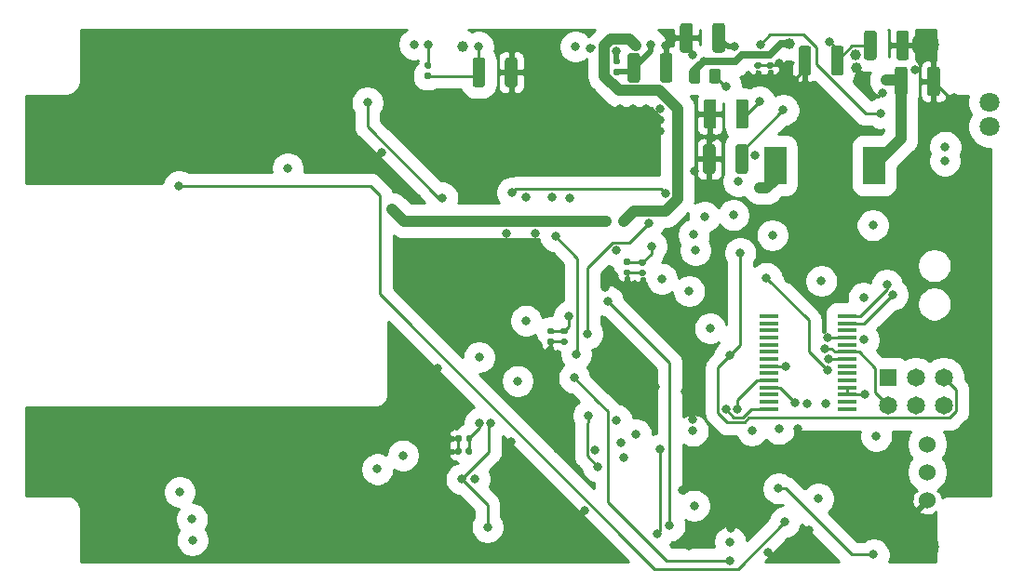
<source format=gbr>
%TF.GenerationSoftware,KiCad,Pcbnew,(5.1.10)-1*%
%TF.CreationDate,2021-06-25T15:36:54-07:00*%
%TF.ProjectId,laser,6c617365-722e-46b6-9963-61645f706362,rev?*%
%TF.SameCoordinates,Original*%
%TF.FileFunction,Copper,L4,Bot*%
%TF.FilePolarity,Positive*%
%FSLAX46Y46*%
G04 Gerber Fmt 4.6, Leading zero omitted, Abs format (unit mm)*
G04 Created by KiCad (PCBNEW (5.1.10)-1) date 2021-06-25 15:36:54*
%MOMM*%
%LPD*%
G01*
G04 APERTURE LIST*
%TA.AperFunction,ComponentPad*%
%ADD10R,1.650000X1.650000*%
%TD*%
%TA.AperFunction,ComponentPad*%
%ADD11C,1.650000*%
%TD*%
%TA.AperFunction,SMDPad,CuDef*%
%ADD12R,1.800000X0.450000*%
%TD*%
%TA.AperFunction,SMDPad,CuDef*%
%ADD13R,2.000000X3.500000*%
%TD*%
%TA.AperFunction,ComponentPad*%
%ADD14C,1.524000*%
%TD*%
%TA.AperFunction,ViaPad*%
%ADD15C,0.800000*%
%TD*%
%TA.AperFunction,ViaPad*%
%ADD16C,1.000000*%
%TD*%
%TA.AperFunction,ViaPad*%
%ADD17C,1.800000*%
%TD*%
%TA.AperFunction,ViaPad*%
%ADD18C,2.489200*%
%TD*%
%TA.AperFunction,Conductor*%
%ADD19C,0.250000*%
%TD*%
%TA.AperFunction,Conductor*%
%ADD20C,0.500000*%
%TD*%
%TA.AperFunction,Conductor*%
%ADD21C,1.000000*%
%TD*%
%TA.AperFunction,Conductor*%
%ADD22C,0.700000*%
%TD*%
%TA.AperFunction,Conductor*%
%ADD23C,0.254000*%
%TD*%
%TA.AperFunction,Conductor*%
%ADD24C,0.100000*%
%TD*%
G04 APERTURE END LIST*
D10*
%TO.P,J601,1*%
%TO.N,/ArduinoNano/D12-MISO*%
X202420000Y-114240000D03*
D11*
%TO.P,J601,3*%
%TO.N,/ArduinoNano/D13-SCK*%
X204960000Y-114240000D03*
%TO.P,J601,5*%
%TO.N,/ArduinoNano/RESET*%
X207500000Y-114240000D03*
%TO.P,J601,2*%
%TO.N,5.0V*%
X202420000Y-116780000D03*
%TO.P,J601,4*%
%TO.N,/ArduinoNano/D11-MOSI*%
X204960000Y-116780000D03*
%TO.P,J601,6*%
%TO.N,GND*%
X207500000Y-116780000D03*
%TD*%
%TO.P,R202,2*%
%TO.N,Net-(IC202-Pad3)*%
%TA.AperFunction,SMDPad,CuDef*%
G36*
G01*
X186180000Y-87250001D02*
X186180000Y-86349999D01*
G75*
G02*
X186429999Y-86100000I249999J0D01*
G01*
X186955001Y-86100000D01*
G75*
G02*
X187205000Y-86349999I0J-249999D01*
G01*
X187205000Y-87250001D01*
G75*
G02*
X186955001Y-87500000I-249999J0D01*
G01*
X186429999Y-87500000D01*
G75*
G02*
X186180000Y-87250001I0J249999D01*
G01*
G37*
%TD.AperFunction*%
%TO.P,R202,1*%
%TO.N,Net-(C205-Pad1)*%
%TA.AperFunction,SMDPad,CuDef*%
G36*
G01*
X184355000Y-87250001D02*
X184355000Y-86349999D01*
G75*
G02*
X184604999Y-86100000I249999J0D01*
G01*
X185130001Y-86100000D01*
G75*
G02*
X185380000Y-86349999I0J-249999D01*
G01*
X185380000Y-87250001D01*
G75*
G02*
X185130001Y-87500000I-249999J0D01*
G01*
X184604999Y-87500000D01*
G75*
G02*
X184355000Y-87250001I0J249999D01*
G01*
G37*
%TD.AperFunction*%
%TD*%
%TO.P,C211,2*%
%TO.N,3.3V*%
%TA.AperFunction,SMDPad,CuDef*%
G36*
G01*
X188615000Y-91350001D02*
X188615000Y-89149999D01*
G75*
G02*
X188864999Y-88900000I249999J0D01*
G01*
X189515001Y-88900000D01*
G75*
G02*
X189765000Y-89149999I0J-249999D01*
G01*
X189765000Y-91350001D01*
G75*
G02*
X189515001Y-91600000I-249999J0D01*
G01*
X188864999Y-91600000D01*
G75*
G02*
X188615000Y-91350001I0J249999D01*
G01*
G37*
%TD.AperFunction*%
%TO.P,C211,1*%
%TO.N,GND*%
%TA.AperFunction,SMDPad,CuDef*%
G36*
G01*
X185665000Y-91350001D02*
X185665000Y-89149999D01*
G75*
G02*
X185914999Y-88900000I249999J0D01*
G01*
X186565001Y-88900000D01*
G75*
G02*
X186815000Y-89149999I0J-249999D01*
G01*
X186815000Y-91350001D01*
G75*
G02*
X186565001Y-91600000I-249999J0D01*
G01*
X185914999Y-91600000D01*
G75*
G02*
X185665000Y-91350001I0J249999D01*
G01*
G37*
%TD.AperFunction*%
%TD*%
%TO.P,C209,2*%
%TO.N,GND*%
%TA.AperFunction,SMDPad,CuDef*%
G36*
G01*
X186755000Y-93249999D02*
X186755000Y-95450001D01*
G75*
G02*
X186505001Y-95700000I-249999J0D01*
G01*
X185854999Y-95700000D01*
G75*
G02*
X185605000Y-95450001I0J249999D01*
G01*
X185605000Y-93249999D01*
G75*
G02*
X185854999Y-93000000I249999J0D01*
G01*
X186505001Y-93000000D01*
G75*
G02*
X186755000Y-93249999I0J-249999D01*
G01*
G37*
%TD.AperFunction*%
%TO.P,C209,1*%
%TO.N,Net-(C209-Pad1)*%
%TA.AperFunction,SMDPad,CuDef*%
G36*
G01*
X189705000Y-93249999D02*
X189705000Y-95450001D01*
G75*
G02*
X189455001Y-95700000I-249999J0D01*
G01*
X188804999Y-95700000D01*
G75*
G02*
X188555000Y-95450001I0J249999D01*
G01*
X188555000Y-93249999D01*
G75*
G02*
X188804999Y-93000000I249999J0D01*
G01*
X189455001Y-93000000D01*
G75*
G02*
X189705000Y-93249999I0J-249999D01*
G01*
G37*
%TD.AperFunction*%
%TD*%
%TO.P,C208,2*%
%TO.N,5.0V*%
%TA.AperFunction,SMDPad,CuDef*%
G36*
G01*
X186470000Y-84420001D02*
X186470000Y-82219999D01*
G75*
G02*
X186719999Y-81970000I249999J0D01*
G01*
X187370001Y-81970000D01*
G75*
G02*
X187620000Y-82219999I0J-249999D01*
G01*
X187620000Y-84420001D01*
G75*
G02*
X187370001Y-84670000I-249999J0D01*
G01*
X186719999Y-84670000D01*
G75*
G02*
X186470000Y-84420001I0J249999D01*
G01*
G37*
%TD.AperFunction*%
%TO.P,C208,1*%
%TO.N,GND*%
%TA.AperFunction,SMDPad,CuDef*%
G36*
G01*
X183520000Y-84420001D02*
X183520000Y-82219999D01*
G75*
G02*
X183769999Y-81970000I249999J0D01*
G01*
X184420001Y-81970000D01*
G75*
G02*
X184670000Y-82219999I0J-249999D01*
G01*
X184670000Y-84420001D01*
G75*
G02*
X184420001Y-84670000I-249999J0D01*
G01*
X183769999Y-84670000D01*
G75*
G02*
X183520000Y-84420001I0J249999D01*
G01*
G37*
%TD.AperFunction*%
%TD*%
%TO.P,C204,2*%
%TO.N,Net-(C204-Pad2)*%
%TA.AperFunction,SMDPad,CuDef*%
G36*
G01*
X204200000Y-86179999D02*
X204200000Y-88380001D01*
G75*
G02*
X203950001Y-88630000I-249999J0D01*
G01*
X203299999Y-88630000D01*
G75*
G02*
X203050000Y-88380001I0J249999D01*
G01*
X203050000Y-86179999D01*
G75*
G02*
X203299999Y-85930000I249999J0D01*
G01*
X203950001Y-85930000D01*
G75*
G02*
X204200000Y-86179999I0J-249999D01*
G01*
G37*
%TD.AperFunction*%
%TO.P,C204,1*%
%TO.N,GND*%
%TA.AperFunction,SMDPad,CuDef*%
G36*
G01*
X207150000Y-86179999D02*
X207150000Y-88380001D01*
G75*
G02*
X206900001Y-88630000I-249999J0D01*
G01*
X206249999Y-88630000D01*
G75*
G02*
X206000000Y-88380001I0J249999D01*
G01*
X206000000Y-86179999D01*
G75*
G02*
X206249999Y-85930000I249999J0D01*
G01*
X206900001Y-85930000D01*
G75*
G02*
X207150000Y-86179999I0J-249999D01*
G01*
G37*
%TD.AperFunction*%
%TD*%
%TO.P,C202,2*%
%TO.N,GND*%
%TA.AperFunction,SMDPad,CuDef*%
G36*
G01*
X195460000Y-84289999D02*
X195460000Y-86490001D01*
G75*
G02*
X195210001Y-86740000I-249999J0D01*
G01*
X194559999Y-86740000D01*
G75*
G02*
X194310000Y-86490001I0J249999D01*
G01*
X194310000Y-84289999D01*
G75*
G02*
X194559999Y-84040000I249999J0D01*
G01*
X195210001Y-84040000D01*
G75*
G02*
X195460000Y-84289999I0J-249999D01*
G01*
G37*
%TD.AperFunction*%
%TO.P,C202,1*%
%TO.N,4.2V*%
%TA.AperFunction,SMDPad,CuDef*%
G36*
G01*
X198410000Y-84289999D02*
X198410000Y-86490001D01*
G75*
G02*
X198160001Y-86740000I-249999J0D01*
G01*
X197509999Y-86740000D01*
G75*
G02*
X197260000Y-86490001I0J249999D01*
G01*
X197260000Y-84289999D01*
G75*
G02*
X197509999Y-84040000I249999J0D01*
G01*
X198160001Y-84040000D01*
G75*
G02*
X198410000Y-84289999I0J-249999D01*
G01*
G37*
%TD.AperFunction*%
%TD*%
%TO.P,C201,2*%
%TO.N,GND*%
%TA.AperFunction,SMDPad,CuDef*%
G36*
G01*
X203200000Y-85100001D02*
X203200000Y-82899999D01*
G75*
G02*
X203449999Y-82650000I249999J0D01*
G01*
X204100001Y-82650000D01*
G75*
G02*
X204350000Y-82899999I0J-249999D01*
G01*
X204350000Y-85100001D01*
G75*
G02*
X204100001Y-85350000I-249999J0D01*
G01*
X203449999Y-85350000D01*
G75*
G02*
X203200000Y-85100001I0J249999D01*
G01*
G37*
%TD.AperFunction*%
%TO.P,C201,1*%
%TO.N,4.2V*%
%TA.AperFunction,SMDPad,CuDef*%
G36*
G01*
X200250000Y-85100001D02*
X200250000Y-82899999D01*
G75*
G02*
X200499999Y-82650000I249999J0D01*
G01*
X201150001Y-82650000D01*
G75*
G02*
X201400000Y-82899999I0J-249999D01*
G01*
X201400000Y-85100001D01*
G75*
G02*
X201150001Y-85350000I-249999J0D01*
G01*
X200499999Y-85350000D01*
G75*
G02*
X200250000Y-85100001I0J249999D01*
G01*
G37*
%TD.AperFunction*%
%TD*%
%TO.P,C505,1*%
%TO.N,3.3V*%
%TA.AperFunction,SMDPad,CuDef*%
G36*
G01*
X171600000Y-109740000D02*
X171940000Y-109740000D01*
G75*
G02*
X172080000Y-109880000I0J-140000D01*
G01*
X172080000Y-110160000D01*
G75*
G02*
X171940000Y-110300000I-140000J0D01*
G01*
X171600000Y-110300000D01*
G75*
G02*
X171460000Y-110160000I0J140000D01*
G01*
X171460000Y-109880000D01*
G75*
G02*
X171600000Y-109740000I140000J0D01*
G01*
G37*
%TD.AperFunction*%
%TO.P,C505,2*%
%TO.N,GND*%
%TA.AperFunction,SMDPad,CuDef*%
G36*
G01*
X171600000Y-110700000D02*
X171940000Y-110700000D01*
G75*
G02*
X172080000Y-110840000I0J-140000D01*
G01*
X172080000Y-111120000D01*
G75*
G02*
X171940000Y-111260000I-140000J0D01*
G01*
X171600000Y-111260000D01*
G75*
G02*
X171460000Y-111120000I0J140000D01*
G01*
X171460000Y-110840000D01*
G75*
G02*
X171600000Y-110700000I140000J0D01*
G01*
G37*
%TD.AperFunction*%
%TD*%
%TO.P,C506,2*%
%TO.N,GND*%
%TA.AperFunction,SMDPad,CuDef*%
G36*
G01*
X178530000Y-104400000D02*
X178870000Y-104400000D01*
G75*
G02*
X179010000Y-104540000I0J-140000D01*
G01*
X179010000Y-104820000D01*
G75*
G02*
X178870000Y-104960000I-140000J0D01*
G01*
X178530000Y-104960000D01*
G75*
G02*
X178390000Y-104820000I0J140000D01*
G01*
X178390000Y-104540000D01*
G75*
G02*
X178530000Y-104400000I140000J0D01*
G01*
G37*
%TD.AperFunction*%
%TO.P,C506,1*%
%TO.N,3.3V*%
%TA.AperFunction,SMDPad,CuDef*%
G36*
G01*
X178530000Y-103440000D02*
X178870000Y-103440000D01*
G75*
G02*
X179010000Y-103580000I0J-140000D01*
G01*
X179010000Y-103860000D01*
G75*
G02*
X178870000Y-104000000I-140000J0D01*
G01*
X178530000Y-104000000D01*
G75*
G02*
X178390000Y-103860000I0J140000D01*
G01*
X178390000Y-103580000D01*
G75*
G02*
X178530000Y-103440000I140000J0D01*
G01*
G37*
%TD.AperFunction*%
%TD*%
%TO.P,C206,2*%
%TO.N,Net-(C205-Pad1)*%
%TA.AperFunction,SMDPad,CuDef*%
G36*
G01*
X190770000Y-85150000D02*
X190430000Y-85150000D01*
G75*
G02*
X190290000Y-85010000I0J140000D01*
G01*
X190290000Y-84730000D01*
G75*
G02*
X190430000Y-84590000I140000J0D01*
G01*
X190770000Y-84590000D01*
G75*
G02*
X190910000Y-84730000I0J-140000D01*
G01*
X190910000Y-85010000D01*
G75*
G02*
X190770000Y-85150000I-140000J0D01*
G01*
G37*
%TD.AperFunction*%
%TO.P,C206,1*%
%TO.N,GND*%
%TA.AperFunction,SMDPad,CuDef*%
G36*
G01*
X190770000Y-86110000D02*
X190430000Y-86110000D01*
G75*
G02*
X190290000Y-85970000I0J140000D01*
G01*
X190290000Y-85690000D01*
G75*
G02*
X190430000Y-85550000I140000J0D01*
G01*
X190770000Y-85550000D01*
G75*
G02*
X190910000Y-85690000I0J-140000D01*
G01*
X190910000Y-85970000D01*
G75*
G02*
X190770000Y-86110000I-140000J0D01*
G01*
G37*
%TD.AperFunction*%
%TD*%
%TO.P,C210,1*%
%TO.N,GND*%
%TA.AperFunction,SMDPad,CuDef*%
G36*
G01*
X191870000Y-86110000D02*
X191530000Y-86110000D01*
G75*
G02*
X191390000Y-85970000I0J140000D01*
G01*
X191390000Y-85690000D01*
G75*
G02*
X191530000Y-85550000I140000J0D01*
G01*
X191870000Y-85550000D01*
G75*
G02*
X192010000Y-85690000I0J-140000D01*
G01*
X192010000Y-85970000D01*
G75*
G02*
X191870000Y-86110000I-140000J0D01*
G01*
G37*
%TD.AperFunction*%
%TO.P,C210,2*%
%TO.N,Net-(C205-Pad1)*%
%TA.AperFunction,SMDPad,CuDef*%
G36*
G01*
X191870000Y-85150000D02*
X191530000Y-85150000D01*
G75*
G02*
X191390000Y-85010000I0J140000D01*
G01*
X191390000Y-84730000D01*
G75*
G02*
X191530000Y-84590000I140000J0D01*
G01*
X191870000Y-84590000D01*
G75*
G02*
X192010000Y-84730000I0J-140000D01*
G01*
X192010000Y-85010000D01*
G75*
G02*
X191870000Y-85150000I-140000J0D01*
G01*
G37*
%TD.AperFunction*%
%TD*%
%TO.P,C307,2*%
%TO.N,GND*%
%TA.AperFunction,SMDPad,CuDef*%
G36*
G01*
X160760000Y-86110000D02*
X160420000Y-86110000D01*
G75*
G02*
X160280000Y-85970000I0J140000D01*
G01*
X160280000Y-85690000D01*
G75*
G02*
X160420000Y-85550000I140000J0D01*
G01*
X160760000Y-85550000D01*
G75*
G02*
X160900000Y-85690000I0J-140000D01*
G01*
X160900000Y-85970000D01*
G75*
G02*
X160760000Y-86110000I-140000J0D01*
G01*
G37*
%TD.AperFunction*%
%TO.P,C307,1*%
%TO.N,4.2V*%
%TA.AperFunction,SMDPad,CuDef*%
G36*
G01*
X160760000Y-87070000D02*
X160420000Y-87070000D01*
G75*
G02*
X160280000Y-86930000I0J140000D01*
G01*
X160280000Y-86650000D01*
G75*
G02*
X160420000Y-86510000I140000J0D01*
G01*
X160760000Y-86510000D01*
G75*
G02*
X160900000Y-86650000I0J-140000D01*
G01*
X160900000Y-86930000D01*
G75*
G02*
X160760000Y-87070000I-140000J0D01*
G01*
G37*
%TD.AperFunction*%
%TD*%
%TO.P,C308,2*%
%TO.N,GND*%
%TA.AperFunction,SMDPad,CuDef*%
G36*
G01*
X177930000Y-85740000D02*
X177590000Y-85740000D01*
G75*
G02*
X177450000Y-85600000I0J140000D01*
G01*
X177450000Y-85320000D01*
G75*
G02*
X177590000Y-85180000I140000J0D01*
G01*
X177930000Y-85180000D01*
G75*
G02*
X178070000Y-85320000I0J-140000D01*
G01*
X178070000Y-85600000D01*
G75*
G02*
X177930000Y-85740000I-140000J0D01*
G01*
G37*
%TD.AperFunction*%
%TO.P,C308,1*%
%TO.N,4.2V*%
%TA.AperFunction,SMDPad,CuDef*%
G36*
G01*
X177930000Y-86700000D02*
X177590000Y-86700000D01*
G75*
G02*
X177450000Y-86560000I0J140000D01*
G01*
X177450000Y-86280000D01*
G75*
G02*
X177590000Y-86140000I140000J0D01*
G01*
X177930000Y-86140000D01*
G75*
G02*
X178070000Y-86280000I0J-140000D01*
G01*
X178070000Y-86560000D01*
G75*
G02*
X177930000Y-86700000I-140000J0D01*
G01*
G37*
%TD.AperFunction*%
%TD*%
%TO.P,C403,1*%
%TO.N,3.3V*%
%TA.AperFunction,SMDPad,CuDef*%
G36*
G01*
X164630000Y-119620000D02*
X164630000Y-119960000D01*
G75*
G02*
X164490000Y-120100000I-140000J0D01*
G01*
X164210000Y-120100000D01*
G75*
G02*
X164070000Y-119960000I0J140000D01*
G01*
X164070000Y-119620000D01*
G75*
G02*
X164210000Y-119480000I140000J0D01*
G01*
X164490000Y-119480000D01*
G75*
G02*
X164630000Y-119620000I0J-140000D01*
G01*
G37*
%TD.AperFunction*%
%TO.P,C403,2*%
%TO.N,GND*%
%TA.AperFunction,SMDPad,CuDef*%
G36*
G01*
X163670000Y-119620000D02*
X163670000Y-119960000D01*
G75*
G02*
X163530000Y-120100000I-140000J0D01*
G01*
X163250000Y-120100000D01*
G75*
G02*
X163110000Y-119960000I0J140000D01*
G01*
X163110000Y-119620000D01*
G75*
G02*
X163250000Y-119480000I140000J0D01*
G01*
X163530000Y-119480000D01*
G75*
G02*
X163670000Y-119620000I0J-140000D01*
G01*
G37*
%TD.AperFunction*%
%TD*%
%TO.P,C404,2*%
%TO.N,GND*%
%TA.AperFunction,SMDPad,CuDef*%
G36*
G01*
X163640000Y-120780000D02*
X163640000Y-121120000D01*
G75*
G02*
X163500000Y-121260000I-140000J0D01*
G01*
X163220000Y-121260000D01*
G75*
G02*
X163080000Y-121120000I0J140000D01*
G01*
X163080000Y-120780000D01*
G75*
G02*
X163220000Y-120640000I140000J0D01*
G01*
X163500000Y-120640000D01*
G75*
G02*
X163640000Y-120780000I0J-140000D01*
G01*
G37*
%TD.AperFunction*%
%TO.P,C404,1*%
%TO.N,3.3V*%
%TA.AperFunction,SMDPad,CuDef*%
G36*
G01*
X164600000Y-120780000D02*
X164600000Y-121120000D01*
G75*
G02*
X164460000Y-121260000I-140000J0D01*
G01*
X164180000Y-121260000D01*
G75*
G02*
X164040000Y-121120000I0J140000D01*
G01*
X164040000Y-120780000D01*
G75*
G02*
X164180000Y-120640000I140000J0D01*
G01*
X164460000Y-120640000D01*
G75*
G02*
X164600000Y-120780000I0J-140000D01*
G01*
G37*
%TD.AperFunction*%
%TD*%
%TO.P,C504,1*%
%TO.N,3.3V*%
%TA.AperFunction,SMDPad,CuDef*%
G36*
G01*
X172800000Y-109750000D02*
X173140000Y-109750000D01*
G75*
G02*
X173280000Y-109890000I0J-140000D01*
G01*
X173280000Y-110170000D01*
G75*
G02*
X173140000Y-110310000I-140000J0D01*
G01*
X172800000Y-110310000D01*
G75*
G02*
X172660000Y-110170000I0J140000D01*
G01*
X172660000Y-109890000D01*
G75*
G02*
X172800000Y-109750000I140000J0D01*
G01*
G37*
%TD.AperFunction*%
%TO.P,C504,2*%
%TO.N,GND*%
%TA.AperFunction,SMDPad,CuDef*%
G36*
G01*
X172800000Y-110710000D02*
X173140000Y-110710000D01*
G75*
G02*
X173280000Y-110850000I0J-140000D01*
G01*
X173280000Y-111130000D01*
G75*
G02*
X173140000Y-111270000I-140000J0D01*
G01*
X172800000Y-111270000D01*
G75*
G02*
X172660000Y-111130000I0J140000D01*
G01*
X172660000Y-110850000D01*
G75*
G02*
X172800000Y-110710000I140000J0D01*
G01*
G37*
%TD.AperFunction*%
%TD*%
%TO.P,C507,1*%
%TO.N,3.3V*%
%TA.AperFunction,SMDPad,CuDef*%
G36*
G01*
X179930000Y-103490000D02*
X180270000Y-103490000D01*
G75*
G02*
X180410000Y-103630000I0J-140000D01*
G01*
X180410000Y-103910000D01*
G75*
G02*
X180270000Y-104050000I-140000J0D01*
G01*
X179930000Y-104050000D01*
G75*
G02*
X179790000Y-103910000I0J140000D01*
G01*
X179790000Y-103630000D01*
G75*
G02*
X179930000Y-103490000I140000J0D01*
G01*
G37*
%TD.AperFunction*%
%TO.P,C507,2*%
%TO.N,GND*%
%TA.AperFunction,SMDPad,CuDef*%
G36*
G01*
X179930000Y-104450000D02*
X180270000Y-104450000D01*
G75*
G02*
X180410000Y-104590000I0J-140000D01*
G01*
X180410000Y-104870000D01*
G75*
G02*
X180270000Y-105010000I-140000J0D01*
G01*
X179930000Y-105010000D01*
G75*
G02*
X179790000Y-104870000I0J140000D01*
G01*
X179790000Y-104590000D01*
G75*
G02*
X179930000Y-104450000I140000J0D01*
G01*
G37*
%TD.AperFunction*%
%TD*%
D12*
%TO.P,IC602,1*%
%TO.N,/ArduinoNano/RX*%
X191640000Y-117115000D03*
%TO.P,IC602,2*%
%TO.N,Net-(IC602-Pad2)*%
X191640000Y-116465000D03*
%TO.P,IC602,3*%
%TO.N,Net-(IC602-Pad3)*%
X191640000Y-115815000D03*
%TO.P,IC602,4*%
%TO.N,5.0V*%
X191640000Y-115165000D03*
%TO.P,IC602,5*%
%TO.N,/ArduinoNano/TX*%
X191640000Y-114515000D03*
%TO.P,IC602,6*%
%TO.N,Net-(IC602-Pad6)*%
X191640000Y-113865000D03*
%TO.P,IC602,7*%
%TO.N,GND*%
X191640000Y-113215000D03*
%TO.P,IC602,8*%
%TO.N,Net-(IC602-Pad8)*%
X191640000Y-112565000D03*
%TO.P,IC602,9*%
%TO.N,Net-(IC602-Pad9)*%
X191640000Y-111915000D03*
%TO.P,IC602,10*%
%TO.N,Net-(IC602-Pad10)*%
X191640000Y-111265000D03*
%TO.P,IC602,11*%
%TO.N,Net-(IC602-Pad11)*%
X191640000Y-110615000D03*
%TO.P,IC602,12*%
%TO.N,Net-(IC602-Pad12)*%
X191640000Y-109965000D03*
%TO.P,IC602,13*%
%TO.N,Net-(IC602-Pad13)*%
X191640000Y-109315000D03*
%TO.P,IC602,14*%
%TO.N,Net-(IC602-Pad14)*%
X191640000Y-108665000D03*
%TO.P,IC602,15*%
%TO.N,Net-(IC602-Pad15)*%
X198740000Y-108665000D03*
%TO.P,IC602,16*%
%TO.N,Net-(IC602-Pad16)*%
X198740000Y-109315000D03*
%TO.P,IC602,17*%
%TO.N,Net-(IC602-Pad17)*%
X198740000Y-109965000D03*
%TO.P,IC602,18*%
%TO.N,GND*%
X198740000Y-110615000D03*
%TO.P,IC602,19*%
%TO.N,Net-(IC602-Pad19)*%
X198740000Y-111265000D03*
%TO.P,IC602,20*%
%TO.N,5.0V*%
X198740000Y-111915000D03*
%TO.P,IC602,21*%
%TO.N,GND*%
X198740000Y-112565000D03*
%TO.P,IC602,22*%
%TO.N,Net-(IC602-Pad22)*%
X198740000Y-113215000D03*
%TO.P,IC602,23*%
%TO.N,Net-(IC602-Pad23)*%
X198740000Y-113865000D03*
%TO.P,IC602,24*%
%TO.N,Net-(IC602-Pad24)*%
X198740000Y-114515000D03*
%TO.P,IC602,25*%
%TO.N,GND*%
X198740000Y-115165000D03*
%TO.P,IC602,26*%
X198740000Y-115815000D03*
%TO.P,IC602,27*%
%TO.N,Net-(IC602-Pad27)*%
X198740000Y-116465000D03*
%TO.P,IC602,28*%
%TO.N,Net-(IC602-Pad28)*%
X198740000Y-117115000D03*
%TD*%
D13*
%TO.P,L201,1*%
%TO.N,Net-(C204-Pad2)*%
X201160000Y-94970000D03*
%TO.P,L201,2*%
%TO.N,5.0V*%
X192160000Y-94970000D03*
%TD*%
D14*
%TO.P,U101,3*%
%TO.N,MODULATION_SIGNAL*%
X206000000Y-120320000D03*
%TO.P,U101,2*%
%TO.N,5V_EXTERNAL_Power_Source*%
X206000000Y-122860000D03*
%TO.P,U101,1*%
%TO.N,GND*%
X206000000Y-125400000D03*
%TD*%
%TO.P,C305,1*%
%TO.N,GND*%
%TA.AperFunction,SMDPad,CuDef*%
G36*
G01*
X168750000Y-85359999D02*
X168750000Y-87560001D01*
G75*
G02*
X168500001Y-87810000I-249999J0D01*
G01*
X167849999Y-87810000D01*
G75*
G02*
X167600000Y-87560001I0J249999D01*
G01*
X167600000Y-85359999D01*
G75*
G02*
X167849999Y-85110000I249999J0D01*
G01*
X168500001Y-85110000D01*
G75*
G02*
X168750000Y-85359999I0J-249999D01*
G01*
G37*
%TD.AperFunction*%
%TO.P,C305,2*%
%TO.N,4.2V*%
%TA.AperFunction,SMDPad,CuDef*%
G36*
G01*
X165800000Y-85359999D02*
X165800000Y-87560001D01*
G75*
G02*
X165550001Y-87810000I-249999J0D01*
G01*
X164899999Y-87810000D01*
G75*
G02*
X164650000Y-87560001I0J249999D01*
G01*
X164650000Y-85359999D01*
G75*
G02*
X164899999Y-85110000I249999J0D01*
G01*
X165550001Y-85110000D01*
G75*
G02*
X165800000Y-85359999I0J-249999D01*
G01*
G37*
%TD.AperFunction*%
%TD*%
%TO.P,C306,2*%
%TO.N,4.2V*%
%TA.AperFunction,SMDPad,CuDef*%
G36*
G01*
X179890000Y-84949999D02*
X179890000Y-87150001D01*
G75*
G02*
X179640001Y-87400000I-249999J0D01*
G01*
X178989999Y-87400000D01*
G75*
G02*
X178740000Y-87150001I0J249999D01*
G01*
X178740000Y-84949999D01*
G75*
G02*
X178989999Y-84700000I249999J0D01*
G01*
X179640001Y-84700000D01*
G75*
G02*
X179890000Y-84949999I0J-249999D01*
G01*
G37*
%TD.AperFunction*%
%TO.P,C306,1*%
%TO.N,GND*%
%TA.AperFunction,SMDPad,CuDef*%
G36*
G01*
X182840000Y-84949999D02*
X182840000Y-87150001D01*
G75*
G02*
X182590001Y-87400000I-249999J0D01*
G01*
X181939999Y-87400000D01*
G75*
G02*
X181690000Y-87150001I0J249999D01*
G01*
X181690000Y-84949999D01*
G75*
G02*
X181939999Y-84700000I249999J0D01*
G01*
X182590001Y-84700000D01*
G75*
G02*
X182840000Y-84949999I0J-249999D01*
G01*
G37*
%TD.AperFunction*%
%TD*%
D15*
%TO.N,Butterfly_Thermistor*%
X188090000Y-130930000D03*
X173890000Y-114280000D03*
X169510000Y-109070000D03*
X147840000Y-95200000D03*
%TO.N,4.2V*%
X165170000Y-84140000D03*
X197140000Y-83700000D03*
X180840002Y-83940000D03*
D16*
%TO.N,TEC_Plus*%
X157310000Y-98910000D03*
X176819999Y-99999999D03*
D15*
X163170001Y-99999999D03*
D16*
X178400000Y-99990000D03*
X179490000Y-84000000D03*
%TO.N,TEC_Minus*%
X163780000Y-84130000D03*
D15*
%TO.N,3.3V*%
X192500000Y-118930000D03*
X188070000Y-129200000D03*
X190050000Y-119070000D03*
X138020000Y-124670000D03*
X165250000Y-112400000D03*
X165280000Y-118410000D03*
X139130000Y-127140000D03*
X139160000Y-129050000D03*
X184810000Y-125920000D03*
X180900000Y-102290000D03*
X173440000Y-108670000D03*
X181720000Y-120790000D03*
X184690000Y-119100000D03*
X181480000Y-128499998D03*
X177750000Y-118120000D03*
X190740000Y-89120000D03*
X185760000Y-99610000D03*
%TO.N,Net-(C204-Pad2)*%
X202274999Y-87164999D03*
%TO.N,Net-(C205-Pad1)*%
X185640000Y-85460000D03*
D16*
X193464023Y-83840830D03*
D15*
%TO.N,5.0V*%
X207650000Y-93230000D03*
X188820000Y-96390000D03*
X207610000Y-94500000D03*
X188470000Y-84130000D03*
X196380000Y-105450000D03*
X193980000Y-116520000D03*
X188390000Y-99460000D03*
X190790000Y-96990000D03*
X191910000Y-101290000D03*
X201360000Y-119580000D03*
X196728047Y-111597281D03*
%TO.N,Net-(C209-Pad1)*%
X192920000Y-89890000D03*
%TO.N,REFERENCE_2.5V*%
X158330000Y-121330000D03*
X174080000Y-112110000D03*
X172200000Y-101410000D03*
X186260000Y-109770000D03*
X175188513Y-117720949D03*
X176030000Y-122350009D03*
%TO.N,Net-(C304-Pad2)*%
X155080000Y-89230000D03*
X161910000Y-97870000D03*
%TO.N,MODULATION_SIGNAL*%
X155990000Y-122590000D03*
%TO.N,Net-(C408-Pad1)*%
X163650000Y-123520000D03*
X166279933Y-118421763D03*
X166010000Y-127860000D03*
%TO.N,Thermal_Control_to_Power_OpAmps*%
X175110000Y-110250000D03*
X180650000Y-100190000D03*
%TO.N,Net-(C602-Pad1)*%
X200245000Y-110820152D03*
X200214990Y-107000000D03*
%TO.N,Net-(IC202-Pad1)*%
X190810000Y-83930000D03*
X201790000Y-90170000D03*
%TO.N,Net-(IC202-Pad3)*%
X187680000Y-87725000D03*
D17*
%TO.N,5V_EXTERNAL_Power_Source*%
X211700001Y-89149999D03*
X211700001Y-91399999D03*
D15*
%TO.N,Arduino_D5_Output*%
X196976300Y-113587972D03*
X191370000Y-105170000D03*
X182184849Y-97485151D03*
X168230000Y-97420000D03*
%TO.N,To_Arduino_AtoD_Pos*%
X174010000Y-84110002D03*
X184780000Y-101250000D03*
%TO.N,To_Arduino_AtoD_Neg*%
X184921272Y-102652691D03*
X159355000Y-83914998D03*
%TO.N,/ArduinoNano/RESET*%
X189000000Y-102900000D03*
X188030000Y-112260000D03*
%TO.N,/ArduinoNano/RX*%
X187690000Y-117140000D03*
%TO.N,/ArduinoNano/TX*%
X188760000Y-117150000D03*
%TO.N,Net-(IC602-Pad15)*%
X202330000Y-105810000D03*
%TO.N,Net-(IC602-Pad16)*%
X202875073Y-106703054D03*
%TO.N,Current_to_AtoD*%
X164847500Y-123497500D03*
X196100000Y-125260000D03*
%TO.N,DtoA_Output_to_Current*%
X179520000Y-119440000D03*
X168750000Y-114550000D03*
%TO.N,DtoA_Output_(Setpoint)*%
X182580000Y-127740000D03*
X176920000Y-107270000D03*
%TO.N,Net-(R504-Pad1)*%
X177712420Y-102692115D03*
X181870000Y-105260000D03*
X184350000Y-106380000D03*
%TO.N,Monitor+_To_AIN2*%
X193050150Y-127392520D03*
X137950000Y-96810000D03*
%TO.N,GND*%
X159900000Y-89670000D03*
X168060000Y-89670000D03*
X166820000Y-89650000D03*
X164420000Y-89640000D03*
X163270000Y-89620000D03*
X162130000Y-89620000D03*
X172150000Y-126880000D03*
X178160000Y-120170000D03*
X181250000Y-115060000D03*
X184010000Y-115550000D03*
D16*
X199520000Y-84890000D03*
X196800000Y-89450000D03*
D15*
X186410000Y-92400000D03*
D18*
X126263400Y-93225600D03*
X130835400Y-83929200D03*
X130835400Y-129674600D03*
X205841600Y-129700000D03*
X126263400Y-121165600D03*
X152374600Y-93200200D03*
X205867000Y-83903800D03*
X152298400Y-121267200D03*
D15*
X178700000Y-106450000D03*
X168420000Y-111950000D03*
X167200000Y-112300000D03*
X161500000Y-113400000D03*
X160900000Y-125180000D03*
X158250000Y-123520000D03*
X156100000Y-126550000D03*
D16*
X143080000Y-89120000D03*
X135460000Y-89140000D03*
D15*
X145620000Y-124470000D03*
X143080000Y-124680000D03*
X184650000Y-84850000D03*
X170650000Y-85200000D03*
X156663700Y-86063700D03*
X184863700Y-95486300D03*
X192960000Y-103450000D03*
X194210000Y-118890000D03*
X200310000Y-127120000D03*
X196750000Y-130680000D03*
D16*
X199550000Y-86080000D03*
D15*
X193870000Y-87160000D03*
X183740000Y-124460000D03*
X174850000Y-126400000D03*
X184360000Y-129540000D03*
X167760000Y-101100000D03*
X165720000Y-97950000D03*
X188100000Y-127940000D03*
X195240000Y-128160000D03*
X191520000Y-130190000D03*
X158880000Y-113430000D03*
X182200000Y-84000000D03*
X201910012Y-88354993D03*
X168150000Y-84010000D03*
X175340000Y-84250000D03*
X193170000Y-113240000D03*
X197040000Y-112590000D03*
X200984029Y-103573059D03*
X139170002Y-89259998D03*
X159630000Y-97900000D03*
X173450000Y-97870000D03*
X170340000Y-101110000D03*
X168470002Y-129940000D03*
X168180000Y-120080000D03*
X161330000Y-121390000D03*
X171019995Y-112050005D03*
X184679475Y-118100053D03*
X175910000Y-113760000D03*
X172359998Y-120780000D03*
X176712660Y-106037340D03*
X205900000Y-91970000D03*
X208450000Y-88740000D03*
X195100000Y-116620000D03*
X204920000Y-86230000D03*
X190380000Y-94010000D03*
X200310000Y-115800000D03*
X160996089Y-89626089D03*
X165620000Y-89630000D03*
X159900000Y-90670000D03*
X159900000Y-91670000D03*
X162130000Y-90620000D03*
X162130000Y-91620000D03*
X160996089Y-90626089D03*
X160996089Y-91626089D03*
X164420000Y-90640000D03*
X164420000Y-91640000D03*
X165620000Y-90630000D03*
X165620000Y-91630000D03*
X163270000Y-90620000D03*
X163270000Y-91620000D03*
X168060000Y-90670000D03*
X168060000Y-91670000D03*
X166820000Y-90650000D03*
X166820000Y-91650000D03*
X173550000Y-90800000D03*
X181710000Y-90800000D03*
X180470000Y-91780000D03*
X179270000Y-90760000D03*
X179270000Y-91760000D03*
X181710000Y-91800000D03*
X175780000Y-90750000D03*
X180470000Y-90780000D03*
X178070000Y-91770000D03*
X174646089Y-91756089D03*
X176920000Y-91750000D03*
X174646089Y-90756089D03*
X176920000Y-90750000D03*
X178070000Y-90770000D03*
X175780000Y-91750000D03*
X173550000Y-89800000D03*
X173550000Y-91800000D03*
X175780000Y-89750000D03*
X174646089Y-89756089D03*
X178070000Y-89770000D03*
X179270000Y-89760000D03*
X176920000Y-89750000D03*
X181710000Y-89800000D03*
X180470000Y-89780000D03*
X160617660Y-83917660D03*
X171875000Y-97795010D03*
X169516551Y-97795010D03*
X156372340Y-93727660D03*
X177760000Y-84520000D03*
X196940000Y-110620000D03*
X193380000Y-105300000D03*
X192573361Y-85595010D03*
%TO.N,/AtoD_DtoA/SDA*%
X178370000Y-121495000D03*
X175790000Y-120870000D03*
%TO.N,Net-(C808-Pad1)*%
X192480000Y-124365000D03*
X201130000Y-130370000D03*
%TO.N,Net-(C601-Pad1)*%
X196810000Y-116610000D03*
X201050000Y-100380000D03*
%TD*%
D19*
%TO.N,Butterfly_Thermistor*%
X176020000Y-116410000D02*
X173890000Y-114280000D01*
X176930000Y-117320000D02*
X176020000Y-116410000D01*
X182276998Y-130930000D02*
X176930000Y-125583002D01*
X176930000Y-125583002D02*
X176930000Y-117320000D01*
X188090000Y-130930000D02*
X182276998Y-130930000D01*
%TO.N,4.2V*%
X164895000Y-86790000D02*
X165225000Y-86460000D01*
X160590000Y-86790000D02*
X164895000Y-86790000D01*
X165246299Y-86460000D02*
X165225000Y-86460000D01*
X165225000Y-84195000D02*
X165170000Y-84140000D01*
X165225000Y-86460000D02*
X165225000Y-84195000D01*
X197835000Y-85390000D02*
X199160001Y-84064999D01*
X199225000Y-84000000D02*
X199160001Y-84064999D01*
X200825000Y-84000000D02*
X199225000Y-84000000D01*
D20*
X178945000Y-86420000D02*
X177760000Y-86420000D01*
X179315000Y-86050000D02*
X178945000Y-86420000D01*
D19*
X197835000Y-84395000D02*
X197140000Y-83700000D01*
X197835000Y-85390000D02*
X197835000Y-84395000D01*
D20*
X179315000Y-86050000D02*
X180840002Y-84524998D01*
X180840002Y-84524998D02*
X180840002Y-83940000D01*
D21*
%TO.N,TEC_Plus*%
X158399999Y-99999999D02*
X163170001Y-99999999D01*
X157310000Y-98910000D02*
X158399999Y-99999999D01*
X163170001Y-99999999D02*
X176819999Y-99999999D01*
X178909999Y-83419999D02*
X179490000Y-84000000D01*
X176659999Y-83991999D02*
X177231999Y-83419999D01*
X176659999Y-86817955D02*
X176659999Y-83991999D01*
X177231999Y-83419999D02*
X178909999Y-83419999D01*
X177942054Y-88100010D02*
X176659999Y-86817955D01*
X181638012Y-88100010D02*
X177942054Y-88100010D01*
X183284851Y-97983153D02*
X183284851Y-89746849D01*
X183284851Y-89746849D02*
X181638012Y-88100010D01*
X182178005Y-99089999D02*
X183284851Y-97983153D01*
X179300001Y-99089999D02*
X182178005Y-99089999D01*
X178400000Y-99990000D02*
X179300001Y-99089999D01*
D19*
%TO.N,3.3V*%
X164350000Y-120920000D02*
X164320000Y-120950000D01*
X164350000Y-119790000D02*
X164350000Y-120920000D01*
X165280000Y-118860000D02*
X164350000Y-119790000D01*
X165280000Y-118410000D02*
X165280000Y-118860000D01*
X180900000Y-102970000D02*
X180100000Y-103770000D01*
X180900000Y-102290000D02*
X180900000Y-102970000D01*
X178750000Y-103770000D02*
X178700000Y-103720000D01*
X180100000Y-103770000D02*
X178750000Y-103770000D01*
X173440000Y-109560000D02*
X172970000Y-110030000D01*
X173440000Y-108670000D02*
X173440000Y-109560000D01*
X172960000Y-110020000D02*
X172970000Y-110030000D01*
X171770000Y-110020000D02*
X172960000Y-110020000D01*
X189610000Y-90250000D02*
X190740000Y-89120000D01*
X189190000Y-90250000D02*
X189610000Y-90250000D01*
X181720000Y-128259998D02*
X181480000Y-128499998D01*
X181720000Y-120790000D02*
X181720000Y-128259998D01*
%TO.N,Net-(C204-Pad2)*%
X202274999Y-87164999D02*
X202274999Y-87164999D01*
D21*
X203010013Y-93119987D02*
X201160000Y-94970000D01*
X203509999Y-87164999D02*
X203625000Y-87280000D01*
X202274999Y-87164999D02*
X203509999Y-87164999D01*
X203625000Y-92505000D02*
X203010013Y-93119987D01*
X203625000Y-87280000D02*
X203625000Y-92505000D01*
D22*
%TO.N,Net-(C205-Pad1)*%
X191266001Y-84880001D02*
X190600000Y-84880001D01*
X191276002Y-84870000D02*
X191266001Y-84880001D01*
X191700000Y-84870000D02*
X191276002Y-84870000D01*
X188546002Y-85460000D02*
X185640000Y-85460000D01*
X189136002Y-84870000D02*
X188546002Y-85460000D01*
X190600000Y-84870000D02*
X189136002Y-84870000D01*
X184867500Y-86232500D02*
X185640000Y-85460000D01*
X184867500Y-86800000D02*
X184867500Y-86232500D01*
X192729170Y-83840830D02*
X193464023Y-83840830D01*
X191700000Y-84870000D02*
X192729170Y-83840830D01*
D21*
%TO.N,5.0V*%
X191355685Y-96990000D02*
X190790000Y-96990000D01*
X192160000Y-96185685D02*
X191355685Y-96990000D01*
X192160000Y-94970000D02*
X192160000Y-96185685D01*
D20*
X187855000Y-84130000D02*
X187045000Y-83320000D01*
X188470000Y-84130000D02*
X187855000Y-84130000D01*
D19*
X192625000Y-115165000D02*
X193980000Y-116520000D01*
X191640000Y-115165000D02*
X192625000Y-115165000D01*
X198740000Y-111915000D02*
X199800002Y-111915000D01*
X201269999Y-115629999D02*
X202420000Y-116780000D01*
X199800002Y-111915000D02*
X201269999Y-113384997D01*
X201269999Y-113384997D02*
X201269999Y-115629999D01*
X197590000Y-111915000D02*
X197272281Y-111597281D01*
X197272281Y-111597281D02*
X196728047Y-111597281D01*
X198740000Y-111915000D02*
X197590000Y-111915000D01*
%TO.N,Net-(C209-Pad1)*%
X189130000Y-93680000D02*
X192920000Y-89890000D01*
X189130000Y-94350000D02*
X189130000Y-93680000D01*
%TO.N,REFERENCE_2.5V*%
X174165001Y-112024999D02*
X174080000Y-112110000D01*
X174165001Y-103375001D02*
X174165001Y-112024999D01*
X172200000Y-101410000D02*
X174165001Y-103375001D01*
X175188513Y-117720949D02*
X175188513Y-118286634D01*
X175188513Y-118286634D02*
X175064999Y-118410148D01*
X175064999Y-121385008D02*
X176030000Y-122350009D01*
X175064999Y-118410148D02*
X175064999Y-121385008D01*
%TO.N,Net-(C304-Pad2)*%
X161540000Y-97870000D02*
X161910000Y-97870000D01*
X155080000Y-91410000D02*
X161540000Y-97870000D01*
X155080000Y-89230000D02*
X155080000Y-91410000D01*
%TO.N,Net-(C408-Pad1)*%
X163650000Y-123520000D02*
X166130000Y-121040000D01*
X166130000Y-118571696D02*
X166279933Y-118421763D01*
X166130000Y-121040000D02*
X166130000Y-118571696D01*
X163650000Y-123520000D02*
X166010000Y-125880000D01*
X166010000Y-125880000D02*
X166010000Y-127860000D01*
%TO.N,Thermal_Control_to_Power_OpAmps*%
X177364419Y-101967114D02*
X178872886Y-101967114D01*
X175110000Y-110250000D02*
X175110000Y-104221533D01*
X175110000Y-104221533D02*
X177364419Y-101967114D01*
X178872886Y-101967114D02*
X180650000Y-100190000D01*
%TO.N,Net-(IC202-Pad1)*%
X194749002Y-83015812D02*
X195960000Y-84226810D01*
X195960000Y-85753190D02*
X200376810Y-90170000D01*
X195960000Y-84226810D02*
X195960000Y-85753190D01*
X200376810Y-90170000D02*
X201790000Y-90170000D01*
X191724188Y-83015812D02*
X194749002Y-83015812D01*
X190810000Y-83930000D02*
X191724188Y-83015812D01*
%TO.N,Net-(IC202-Pad3)*%
X187617500Y-87725000D02*
X186692500Y-86800000D01*
X187680000Y-87725000D02*
X187617500Y-87725000D01*
%TO.N,Arduino_D5_Output*%
X196976300Y-113587972D02*
X195240000Y-111851672D01*
X195240000Y-109040000D02*
X191370000Y-105170000D01*
X195240000Y-111851672D02*
X195240000Y-109040000D01*
X168580000Y-97070000D02*
X168230000Y-97420000D01*
X181769698Y-97070000D02*
X168580000Y-97070000D01*
X182184849Y-97485151D02*
X181769698Y-97070000D01*
%TO.N,/ArduinoNano/RESET*%
X189000000Y-102900000D02*
X189000000Y-111290000D01*
X189000000Y-111290000D02*
X188030000Y-112260000D01*
X208650001Y-115390001D02*
X207500000Y-114240000D01*
X208650001Y-117332001D02*
X208650001Y-115390001D01*
X189786409Y-117930001D02*
X208052001Y-117930001D01*
X189391400Y-118325010D02*
X189786409Y-117930001D01*
X208052001Y-117930001D02*
X208650001Y-117332001D01*
X186964999Y-117488001D02*
X187802008Y-118325010D01*
X186964999Y-113325001D02*
X186964999Y-117488001D01*
X187802008Y-118325010D02*
X189391400Y-118325010D01*
X188030000Y-112260000D02*
X186964999Y-113325001D01*
%TO.N,/ArduinoNano/RX*%
X188425001Y-117875001D02*
X189204999Y-117875001D01*
X187690000Y-117140000D02*
X188425001Y-117875001D01*
X189965000Y-117115000D02*
X191640000Y-117115000D01*
X189204999Y-117875001D02*
X189965000Y-117115000D01*
%TO.N,/ArduinoNano/TX*%
X190490000Y-114515000D02*
X191640000Y-114515000D01*
X188760000Y-116245000D02*
X190490000Y-114515000D01*
X188760000Y-117150000D02*
X188760000Y-116245000D01*
%TO.N,Net-(IC602-Pad15)*%
X199890000Y-108665000D02*
X202330000Y-106225000D01*
X202330000Y-106225000D02*
X202330000Y-105810000D01*
X198740000Y-108665000D02*
X199890000Y-108665000D01*
%TO.N,Net-(IC602-Pad16)*%
X200263127Y-109315000D02*
X202875073Y-106703054D01*
X198740000Y-109315000D02*
X200263127Y-109315000D01*
%TO.N,DtoA_Output_(Setpoint)*%
X182580000Y-112930000D02*
X176920000Y-107270000D01*
X182580000Y-127740000D02*
X182580000Y-112930000D01*
%TO.N,Monitor+_To_AIN2*%
X188787669Y-131655001D02*
X181235001Y-131655001D01*
X193050150Y-127392520D02*
X188787669Y-131655001D01*
X155404917Y-96810000D02*
X137950000Y-96810000D01*
X156211210Y-97616293D02*
X155404917Y-96810000D01*
X156211210Y-106631210D02*
X156211210Y-97616293D01*
X181235001Y-131655001D02*
X156211210Y-106631210D01*
%TO.N,GND*%
X191700000Y-85830000D02*
X190600000Y-85830000D01*
X168175000Y-86460000D02*
X168175000Y-84035000D01*
X168175000Y-84035000D02*
X168150000Y-84010000D01*
X175600000Y-84180000D02*
X175620000Y-84160000D01*
X198740000Y-115165000D02*
X198740000Y-115815000D01*
X193145000Y-113215000D02*
X193170000Y-113240000D01*
X191640000Y-113215000D02*
X193145000Y-113215000D01*
X197590000Y-110615000D02*
X198740000Y-110615000D01*
X197065000Y-112565000D02*
X197040000Y-112590000D01*
X198740000Y-112565000D02*
X197065000Y-112565000D01*
D20*
X182265000Y-84065000D02*
X182200000Y-84000000D01*
X182265000Y-86050000D02*
X182265000Y-84065000D01*
X175630000Y-84170000D02*
X175620000Y-84160000D01*
D19*
X163360000Y-119820000D02*
X163390000Y-119790000D01*
X163360000Y-120950000D02*
X163360000Y-119820000D01*
X161770000Y-120950000D02*
X161330000Y-121390000D01*
X163360000Y-120950000D02*
X161770000Y-120950000D01*
X178700000Y-104680000D02*
X178700000Y-106450000D01*
X180050000Y-104680000D02*
X180100000Y-104730000D01*
X178700000Y-104680000D02*
X180050000Y-104680000D01*
X171780000Y-110990000D02*
X171770000Y-110980000D01*
X172970000Y-110990000D02*
X171780000Y-110990000D01*
X171770000Y-111300000D02*
X171019995Y-112050005D01*
X171770000Y-110980000D02*
X171770000Y-111300000D01*
X207995000Y-88740000D02*
X208450000Y-88740000D01*
X206415000Y-87160000D02*
X207995000Y-88740000D01*
X186240000Y-92230000D02*
X186410000Y-92400000D01*
X186240000Y-90250000D02*
X186240000Y-92230000D01*
X192940000Y-88090000D02*
X193870000Y-87160000D01*
X192940000Y-88175000D02*
X192940000Y-88090000D01*
X200295000Y-115815000D02*
X200310000Y-115800000D01*
X194885000Y-86145000D02*
X193870000Y-87160000D01*
X194885000Y-85390000D02*
X194885000Y-86145000D01*
X198740000Y-115815000D02*
X200295000Y-115815000D01*
X160590000Y-83945320D02*
X160617660Y-83917660D01*
X160590000Y-85830000D02*
X160590000Y-83945320D01*
D20*
X177760000Y-85460000D02*
X177760000Y-84520000D01*
D19*
X196945000Y-110615000D02*
X196940000Y-110620000D01*
X198740000Y-110615000D02*
X196945000Y-110615000D01*
X191700000Y-85830000D02*
X192338371Y-85830000D01*
X192338371Y-85830000D02*
X192573361Y-85595010D01*
%TO.N,Net-(C808-Pad1)*%
X192480000Y-124365000D02*
X193105000Y-124365000D01*
X199110000Y-130370000D02*
X201130000Y-130370000D01*
X193105000Y-124365000D02*
X199110000Y-130370000D01*
%TD*%
D23*
%TO.N,GND*%
X197950804Y-130981400D02*
X191231865Y-130981400D01*
X193316887Y-128896379D01*
X193495560Y-128860839D01*
X193773456Y-128745730D01*
X194023556Y-128578619D01*
X194236249Y-128365926D01*
X194403360Y-128115826D01*
X194518469Y-127837930D01*
X194566394Y-127596990D01*
X197950804Y-130981400D01*
%TA.AperFunction,Conductor*%
D24*
G36*
X197950804Y-130981400D02*
G01*
X191231865Y-130981400D01*
X193316887Y-128896379D01*
X193495560Y-128860839D01*
X193773456Y-128745730D01*
X194023556Y-128578619D01*
X194236249Y-128365926D01*
X194403360Y-128115826D01*
X194518469Y-127837930D01*
X194566394Y-127596990D01*
X197950804Y-130981400D01*
G37*
%TD.AperFunction*%
D23*
X164775544Y-116966139D02*
X164556694Y-117056790D01*
X164306594Y-117223901D01*
X164093901Y-117436594D01*
X163926790Y-117686694D01*
X163811681Y-117964590D01*
X163753000Y-118259604D01*
X163753000Y-118435323D01*
X163723053Y-118444407D01*
X163503063Y-118561994D01*
X163310240Y-118720240D01*
X163161153Y-118901903D01*
X163104250Y-118845000D01*
X162982652Y-118854765D01*
X162863122Y-118891623D01*
X162753079Y-118951092D01*
X162656753Y-119030887D01*
X162577844Y-119127941D01*
X162519386Y-119238524D01*
X162483625Y-119358387D01*
X162471935Y-119482923D01*
X162475000Y-119504250D01*
X162633750Y-119663000D01*
X162937547Y-119663000D01*
X162937547Y-119917000D01*
X162633750Y-119917000D01*
X162475000Y-120075750D01*
X162471935Y-120097077D01*
X162483625Y-120221613D01*
X162519386Y-120341476D01*
X162519465Y-120341625D01*
X162489386Y-120398524D01*
X162453625Y-120518387D01*
X162441935Y-120642923D01*
X162445000Y-120664250D01*
X162603750Y-120823000D01*
X162907547Y-120823000D01*
X162907547Y-121077000D01*
X162603750Y-121077000D01*
X162445000Y-121235750D01*
X162441935Y-121257077D01*
X162453625Y-121381613D01*
X162489386Y-121501476D01*
X162547844Y-121612059D01*
X162626753Y-121709113D01*
X162723079Y-121788908D01*
X162833122Y-121848377D01*
X162952652Y-121885235D01*
X163074250Y-121895000D01*
X163131153Y-121838097D01*
X163280240Y-122019760D01*
X163296789Y-122033342D01*
X163204590Y-122051681D01*
X162926694Y-122166790D01*
X162676594Y-122333901D01*
X162463901Y-122546594D01*
X162296790Y-122796694D01*
X162181681Y-123074590D01*
X162123000Y-123369604D01*
X162123000Y-123670396D01*
X162181681Y-123965410D01*
X162296790Y-124243306D01*
X162463901Y-124493406D01*
X162676594Y-124706099D01*
X162926694Y-124873210D01*
X163204590Y-124988319D01*
X163383264Y-125023859D01*
X164758000Y-126398596D01*
X164758001Y-126985221D01*
X164656790Y-127136694D01*
X164541681Y-127414590D01*
X164483000Y-127709604D01*
X164483000Y-128010396D01*
X164541681Y-128305410D01*
X164656790Y-128583306D01*
X164823901Y-128833406D01*
X165036594Y-129046099D01*
X165286694Y-129213210D01*
X165564590Y-129328319D01*
X165859604Y-129387000D01*
X166160396Y-129387000D01*
X166455410Y-129328319D01*
X166733306Y-129213210D01*
X166983406Y-129046099D01*
X167196099Y-128833406D01*
X167363210Y-128583306D01*
X167478319Y-128305410D01*
X167537000Y-128010396D01*
X167537000Y-127709604D01*
X167478319Y-127414590D01*
X167363210Y-127136694D01*
X167262000Y-126985222D01*
X167262000Y-125941495D01*
X167268057Y-125879999D01*
X167262000Y-125818502D01*
X167243884Y-125634565D01*
X167172293Y-125398562D01*
X167056036Y-125181061D01*
X166959916Y-125063938D01*
X166938783Y-125038187D01*
X166899581Y-124990419D01*
X166851814Y-124951218D01*
X166168944Y-124268348D01*
X166200710Y-124220806D01*
X166315819Y-123942910D01*
X166374500Y-123647896D01*
X166374500Y-123347104D01*
X166315819Y-123052090D01*
X166200710Y-122774194D01*
X166186968Y-122753627D01*
X166971809Y-121968786D01*
X167019581Y-121929581D01*
X167176036Y-121738939D01*
X167292293Y-121521438D01*
X167363884Y-121285435D01*
X167382000Y-121101498D01*
X167382000Y-121101496D01*
X167388057Y-121040000D01*
X167382000Y-120978504D01*
X167382000Y-119572595D01*
X178790805Y-130981400D01*
X128997000Y-130981400D01*
X128997000Y-126275951D01*
X129002944Y-126215600D01*
X128979223Y-125974752D01*
X128908970Y-125743160D01*
X128794886Y-125529724D01*
X128641354Y-125342646D01*
X128454276Y-125189114D01*
X128240840Y-125075030D01*
X128009248Y-125004777D01*
X127828752Y-124987000D01*
X127828751Y-124987000D01*
X127768400Y-124981056D01*
X127708048Y-124987000D01*
X124018600Y-124987000D01*
X124018600Y-124519604D01*
X136493000Y-124519604D01*
X136493000Y-124820396D01*
X136551681Y-125115410D01*
X136666790Y-125393306D01*
X136833901Y-125643406D01*
X137046594Y-125856099D01*
X137296694Y-126023210D01*
X137574590Y-126138319D01*
X137869604Y-126197000D01*
X137923584Y-126197000D01*
X137776790Y-126416694D01*
X137661681Y-126694590D01*
X137603000Y-126989604D01*
X137603000Y-127290396D01*
X137661681Y-127585410D01*
X137776790Y-127863306D01*
X137943901Y-128113406D01*
X137947140Y-128116645D01*
X137806790Y-128326694D01*
X137691681Y-128604590D01*
X137633000Y-128899604D01*
X137633000Y-129200396D01*
X137691681Y-129495410D01*
X137806790Y-129773306D01*
X137973901Y-130023406D01*
X138186594Y-130236099D01*
X138436694Y-130403210D01*
X138714590Y-130518319D01*
X139009604Y-130577000D01*
X139310396Y-130577000D01*
X139605410Y-130518319D01*
X139883306Y-130403210D01*
X140133406Y-130236099D01*
X140346099Y-130023406D01*
X140513210Y-129773306D01*
X140628319Y-129495410D01*
X140687000Y-129200396D01*
X140687000Y-128899604D01*
X140628319Y-128604590D01*
X140513210Y-128326694D01*
X140346099Y-128076594D01*
X140342860Y-128073355D01*
X140483210Y-127863306D01*
X140598319Y-127585410D01*
X140657000Y-127290396D01*
X140657000Y-126989604D01*
X140598319Y-126694590D01*
X140483210Y-126416694D01*
X140316099Y-126166594D01*
X140103406Y-125953901D01*
X139853306Y-125786790D01*
X139575410Y-125671681D01*
X139280396Y-125613000D01*
X139226416Y-125613000D01*
X139373210Y-125393306D01*
X139488319Y-125115410D01*
X139547000Y-124820396D01*
X139547000Y-124519604D01*
X139488319Y-124224590D01*
X139373210Y-123946694D01*
X139206099Y-123696594D01*
X138993406Y-123483901D01*
X138743306Y-123316790D01*
X138465410Y-123201681D01*
X138170396Y-123143000D01*
X137869604Y-123143000D01*
X137574590Y-123201681D01*
X137296694Y-123316790D01*
X137046594Y-123483901D01*
X136833901Y-123696594D01*
X136666790Y-123946694D01*
X136551681Y-124224590D01*
X136493000Y-124519604D01*
X124018600Y-124519604D01*
X124018600Y-122439604D01*
X154463000Y-122439604D01*
X154463000Y-122740396D01*
X154521681Y-123035410D01*
X154636790Y-123313306D01*
X154803901Y-123563406D01*
X155016594Y-123776099D01*
X155266694Y-123943210D01*
X155544590Y-124058319D01*
X155839604Y-124117000D01*
X156140396Y-124117000D01*
X156435410Y-124058319D01*
X156713306Y-123943210D01*
X156963406Y-123776099D01*
X157176099Y-123563406D01*
X157343210Y-123313306D01*
X157458319Y-123035410D01*
X157517000Y-122740396D01*
X157517000Y-122623279D01*
X157606694Y-122683210D01*
X157884590Y-122798319D01*
X158179604Y-122857000D01*
X158480396Y-122857000D01*
X158775410Y-122798319D01*
X159053306Y-122683210D01*
X159303406Y-122516099D01*
X159516099Y-122303406D01*
X159683210Y-122053306D01*
X159798319Y-121775410D01*
X159857000Y-121480396D01*
X159857000Y-121179604D01*
X159798319Y-120884590D01*
X159683210Y-120606694D01*
X159516099Y-120356594D01*
X159303406Y-120143901D01*
X159053306Y-119976790D01*
X158775410Y-119861681D01*
X158480396Y-119803000D01*
X158179604Y-119803000D01*
X157884590Y-119861681D01*
X157606694Y-119976790D01*
X157356594Y-120143901D01*
X157143901Y-120356594D01*
X156976790Y-120606694D01*
X156861681Y-120884590D01*
X156803000Y-121179604D01*
X156803000Y-121296721D01*
X156713306Y-121236790D01*
X156435410Y-121121681D01*
X156140396Y-121063000D01*
X155839604Y-121063000D01*
X155544590Y-121121681D01*
X155266694Y-121236790D01*
X155016594Y-121403901D01*
X154803901Y-121616594D01*
X154636790Y-121866694D01*
X154521681Y-122144590D01*
X154463000Y-122439604D01*
X124018600Y-122439604D01*
X124018600Y-116979400D01*
X155724249Y-116979400D01*
X155784600Y-116985344D01*
X155917498Y-116972255D01*
X156025448Y-116961623D01*
X156257040Y-116891370D01*
X156470476Y-116777286D01*
X156657554Y-116623754D01*
X156811086Y-116436676D01*
X156925170Y-116223240D01*
X156995423Y-115991648D01*
X157008001Y-115863938D01*
X157013200Y-115811152D01*
X157019144Y-115750800D01*
X157013200Y-115690448D01*
X157013200Y-109203795D01*
X164775544Y-116966139D01*
%TA.AperFunction,Conductor*%
D24*
G36*
X164775544Y-116966139D02*
G01*
X164556694Y-117056790D01*
X164306594Y-117223901D01*
X164093901Y-117436594D01*
X163926790Y-117686694D01*
X163811681Y-117964590D01*
X163753000Y-118259604D01*
X163753000Y-118435323D01*
X163723053Y-118444407D01*
X163503063Y-118561994D01*
X163310240Y-118720240D01*
X163161153Y-118901903D01*
X163104250Y-118845000D01*
X162982652Y-118854765D01*
X162863122Y-118891623D01*
X162753079Y-118951092D01*
X162656753Y-119030887D01*
X162577844Y-119127941D01*
X162519386Y-119238524D01*
X162483625Y-119358387D01*
X162471935Y-119482923D01*
X162475000Y-119504250D01*
X162633750Y-119663000D01*
X162937547Y-119663000D01*
X162937547Y-119917000D01*
X162633750Y-119917000D01*
X162475000Y-120075750D01*
X162471935Y-120097077D01*
X162483625Y-120221613D01*
X162519386Y-120341476D01*
X162519465Y-120341625D01*
X162489386Y-120398524D01*
X162453625Y-120518387D01*
X162441935Y-120642923D01*
X162445000Y-120664250D01*
X162603750Y-120823000D01*
X162907547Y-120823000D01*
X162907547Y-121077000D01*
X162603750Y-121077000D01*
X162445000Y-121235750D01*
X162441935Y-121257077D01*
X162453625Y-121381613D01*
X162489386Y-121501476D01*
X162547844Y-121612059D01*
X162626753Y-121709113D01*
X162723079Y-121788908D01*
X162833122Y-121848377D01*
X162952652Y-121885235D01*
X163074250Y-121895000D01*
X163131153Y-121838097D01*
X163280240Y-122019760D01*
X163296789Y-122033342D01*
X163204590Y-122051681D01*
X162926694Y-122166790D01*
X162676594Y-122333901D01*
X162463901Y-122546594D01*
X162296790Y-122796694D01*
X162181681Y-123074590D01*
X162123000Y-123369604D01*
X162123000Y-123670396D01*
X162181681Y-123965410D01*
X162296790Y-124243306D01*
X162463901Y-124493406D01*
X162676594Y-124706099D01*
X162926694Y-124873210D01*
X163204590Y-124988319D01*
X163383264Y-125023859D01*
X164758000Y-126398596D01*
X164758001Y-126985221D01*
X164656790Y-127136694D01*
X164541681Y-127414590D01*
X164483000Y-127709604D01*
X164483000Y-128010396D01*
X164541681Y-128305410D01*
X164656790Y-128583306D01*
X164823901Y-128833406D01*
X165036594Y-129046099D01*
X165286694Y-129213210D01*
X165564590Y-129328319D01*
X165859604Y-129387000D01*
X166160396Y-129387000D01*
X166455410Y-129328319D01*
X166733306Y-129213210D01*
X166983406Y-129046099D01*
X167196099Y-128833406D01*
X167363210Y-128583306D01*
X167478319Y-128305410D01*
X167537000Y-128010396D01*
X167537000Y-127709604D01*
X167478319Y-127414590D01*
X167363210Y-127136694D01*
X167262000Y-126985222D01*
X167262000Y-125941495D01*
X167268057Y-125879999D01*
X167262000Y-125818502D01*
X167243884Y-125634565D01*
X167172293Y-125398562D01*
X167056036Y-125181061D01*
X166959916Y-125063938D01*
X166938783Y-125038187D01*
X166899581Y-124990419D01*
X166851814Y-124951218D01*
X166168944Y-124268348D01*
X166200710Y-124220806D01*
X166315819Y-123942910D01*
X166374500Y-123647896D01*
X166374500Y-123347104D01*
X166315819Y-123052090D01*
X166200710Y-122774194D01*
X166186968Y-122753627D01*
X166971809Y-121968786D01*
X167019581Y-121929581D01*
X167176036Y-121738939D01*
X167292293Y-121521438D01*
X167363884Y-121285435D01*
X167382000Y-121101498D01*
X167382000Y-121101496D01*
X167388057Y-121040000D01*
X167382000Y-120978504D01*
X167382000Y-119572595D01*
X178790805Y-130981400D01*
X128997000Y-130981400D01*
X128997000Y-126275951D01*
X129002944Y-126215600D01*
X128979223Y-125974752D01*
X128908970Y-125743160D01*
X128794886Y-125529724D01*
X128641354Y-125342646D01*
X128454276Y-125189114D01*
X128240840Y-125075030D01*
X128009248Y-125004777D01*
X127828752Y-124987000D01*
X127828751Y-124987000D01*
X127768400Y-124981056D01*
X127708048Y-124987000D01*
X124018600Y-124987000D01*
X124018600Y-124519604D01*
X136493000Y-124519604D01*
X136493000Y-124820396D01*
X136551681Y-125115410D01*
X136666790Y-125393306D01*
X136833901Y-125643406D01*
X137046594Y-125856099D01*
X137296694Y-126023210D01*
X137574590Y-126138319D01*
X137869604Y-126197000D01*
X137923584Y-126197000D01*
X137776790Y-126416694D01*
X137661681Y-126694590D01*
X137603000Y-126989604D01*
X137603000Y-127290396D01*
X137661681Y-127585410D01*
X137776790Y-127863306D01*
X137943901Y-128113406D01*
X137947140Y-128116645D01*
X137806790Y-128326694D01*
X137691681Y-128604590D01*
X137633000Y-128899604D01*
X137633000Y-129200396D01*
X137691681Y-129495410D01*
X137806790Y-129773306D01*
X137973901Y-130023406D01*
X138186594Y-130236099D01*
X138436694Y-130403210D01*
X138714590Y-130518319D01*
X139009604Y-130577000D01*
X139310396Y-130577000D01*
X139605410Y-130518319D01*
X139883306Y-130403210D01*
X140133406Y-130236099D01*
X140346099Y-130023406D01*
X140513210Y-129773306D01*
X140628319Y-129495410D01*
X140687000Y-129200396D01*
X140687000Y-128899604D01*
X140628319Y-128604590D01*
X140513210Y-128326694D01*
X140346099Y-128076594D01*
X140342860Y-128073355D01*
X140483210Y-127863306D01*
X140598319Y-127585410D01*
X140657000Y-127290396D01*
X140657000Y-126989604D01*
X140598319Y-126694590D01*
X140483210Y-126416694D01*
X140316099Y-126166594D01*
X140103406Y-125953901D01*
X139853306Y-125786790D01*
X139575410Y-125671681D01*
X139280396Y-125613000D01*
X139226416Y-125613000D01*
X139373210Y-125393306D01*
X139488319Y-125115410D01*
X139547000Y-124820396D01*
X139547000Y-124519604D01*
X139488319Y-124224590D01*
X139373210Y-123946694D01*
X139206099Y-123696594D01*
X138993406Y-123483901D01*
X138743306Y-123316790D01*
X138465410Y-123201681D01*
X138170396Y-123143000D01*
X137869604Y-123143000D01*
X137574590Y-123201681D01*
X137296694Y-123316790D01*
X137046594Y-123483901D01*
X136833901Y-123696594D01*
X136666790Y-123946694D01*
X136551681Y-124224590D01*
X136493000Y-124519604D01*
X124018600Y-124519604D01*
X124018600Y-122439604D01*
X154463000Y-122439604D01*
X154463000Y-122740396D01*
X154521681Y-123035410D01*
X154636790Y-123313306D01*
X154803901Y-123563406D01*
X155016594Y-123776099D01*
X155266694Y-123943210D01*
X155544590Y-124058319D01*
X155839604Y-124117000D01*
X156140396Y-124117000D01*
X156435410Y-124058319D01*
X156713306Y-123943210D01*
X156963406Y-123776099D01*
X157176099Y-123563406D01*
X157343210Y-123313306D01*
X157458319Y-123035410D01*
X157517000Y-122740396D01*
X157517000Y-122623279D01*
X157606694Y-122683210D01*
X157884590Y-122798319D01*
X158179604Y-122857000D01*
X158480396Y-122857000D01*
X158775410Y-122798319D01*
X159053306Y-122683210D01*
X159303406Y-122516099D01*
X159516099Y-122303406D01*
X159683210Y-122053306D01*
X159798319Y-121775410D01*
X159857000Y-121480396D01*
X159857000Y-121179604D01*
X159798319Y-120884590D01*
X159683210Y-120606694D01*
X159516099Y-120356594D01*
X159303406Y-120143901D01*
X159053306Y-119976790D01*
X158775410Y-119861681D01*
X158480396Y-119803000D01*
X158179604Y-119803000D01*
X157884590Y-119861681D01*
X157606694Y-119976790D01*
X157356594Y-120143901D01*
X157143901Y-120356594D01*
X156976790Y-120606694D01*
X156861681Y-120884590D01*
X156803000Y-121179604D01*
X156803000Y-121296721D01*
X156713306Y-121236790D01*
X156435410Y-121121681D01*
X156140396Y-121063000D01*
X155839604Y-121063000D01*
X155544590Y-121121681D01*
X155266694Y-121236790D01*
X155016594Y-121403901D01*
X154803901Y-121616594D01*
X154636790Y-121866694D01*
X154521681Y-122144590D01*
X154463000Y-122439604D01*
X124018600Y-122439604D01*
X124018600Y-116979400D01*
X155724249Y-116979400D01*
X155784600Y-116985344D01*
X155917498Y-116972255D01*
X156025448Y-116961623D01*
X156257040Y-116891370D01*
X156470476Y-116777286D01*
X156657554Y-116623754D01*
X156811086Y-116436676D01*
X156925170Y-116223240D01*
X156995423Y-115991648D01*
X157008001Y-115863938D01*
X157013200Y-115811152D01*
X157019144Y-115750800D01*
X157013200Y-115690448D01*
X157013200Y-109203795D01*
X164775544Y-116966139D01*
G37*
%TD.AperFunction*%
D23*
X202561928Y-82650000D02*
X202565000Y-83714250D01*
X202723750Y-83873000D01*
X203648000Y-83873000D01*
X203648000Y-83853000D01*
X203902000Y-83853000D01*
X203902000Y-83873000D01*
X204826250Y-83873000D01*
X204985000Y-83714250D01*
X204988072Y-82650000D01*
X204979444Y-82562400D01*
X206753001Y-82562400D01*
X206753000Y-85402750D01*
X206702000Y-85453750D01*
X206702000Y-87153000D01*
X206722000Y-87153000D01*
X206722000Y-87407000D01*
X206702000Y-87407000D01*
X206702000Y-89106250D01*
X206860750Y-89265000D01*
X207150000Y-89268072D01*
X207274482Y-89255812D01*
X207394180Y-89219502D01*
X207504494Y-89160537D01*
X207601185Y-89081185D01*
X207680537Y-88984494D01*
X207739502Y-88874180D01*
X207775812Y-88754482D01*
X207788072Y-88630000D01*
X207787823Y-88543659D01*
X207981600Y-88562744D01*
X208041951Y-88556800D01*
X209751703Y-88556800D01*
X209750897Y-88558745D01*
X209673001Y-88950357D01*
X209673001Y-89349641D01*
X209750897Y-89741253D01*
X209903697Y-90110144D01*
X210013850Y-90274999D01*
X209903697Y-90439854D01*
X209750897Y-90808745D01*
X209673001Y-91200357D01*
X209673001Y-91599641D01*
X209750897Y-91991253D01*
X209903697Y-92360144D01*
X210125527Y-92692136D01*
X210407864Y-92974473D01*
X210739856Y-93196303D01*
X211108747Y-93349103D01*
X211500359Y-93426999D01*
X211756801Y-93426999D01*
X211756800Y-124987000D01*
X208041952Y-124987000D01*
X207981600Y-124981056D01*
X207921249Y-124987000D01*
X207921248Y-124987000D01*
X207740752Y-125004777D01*
X207509160Y-125075030D01*
X207374639Y-125146933D01*
X207360922Y-125055867D01*
X207267636Y-124796977D01*
X207205656Y-124681020D01*
X206965567Y-124614041D01*
X207081977Y-124497631D01*
X207028803Y-124444457D01*
X207204167Y-124327282D01*
X207467282Y-124064167D01*
X207674010Y-123754777D01*
X207816407Y-123411001D01*
X207889000Y-123046050D01*
X207889000Y-122673950D01*
X207816407Y-122308999D01*
X207674010Y-121965223D01*
X207467282Y-121655833D01*
X207401449Y-121590000D01*
X207467282Y-121524167D01*
X207674010Y-121214777D01*
X207816407Y-120871001D01*
X207889000Y-120506050D01*
X207889000Y-120133950D01*
X207816407Y-119768999D01*
X207674010Y-119425223D01*
X207511494Y-119182001D01*
X207990505Y-119182001D01*
X208052001Y-119188058D01*
X208113497Y-119182001D01*
X208113499Y-119182001D01*
X208297436Y-119163885D01*
X208533439Y-119092294D01*
X208750940Y-118976037D01*
X208941582Y-118819582D01*
X208980789Y-118771808D01*
X209491805Y-118260791D01*
X209539582Y-118221582D01*
X209696037Y-118030940D01*
X209812294Y-117813439D01*
X209883885Y-117577436D01*
X209902001Y-117393499D01*
X209902001Y-117393497D01*
X209908058Y-117332001D01*
X209902001Y-117270505D01*
X209902001Y-115451496D01*
X209908058Y-115390000D01*
X209897808Y-115285931D01*
X209883885Y-115144566D01*
X209812294Y-114908563D01*
X209696037Y-114691062D01*
X209539582Y-114500420D01*
X209491814Y-114461218D01*
X209452000Y-114421404D01*
X209452000Y-114047745D01*
X209376986Y-113670623D01*
X209229840Y-113315381D01*
X209016217Y-112995672D01*
X208744328Y-112723783D01*
X208424619Y-112510160D01*
X208069377Y-112363014D01*
X207692255Y-112288000D01*
X207307745Y-112288000D01*
X206930623Y-112363014D01*
X206575381Y-112510160D01*
X206255672Y-112723783D01*
X206230000Y-112749455D01*
X206204328Y-112723783D01*
X205884619Y-112510160D01*
X205529377Y-112363014D01*
X205152255Y-112288000D01*
X204767745Y-112288000D01*
X204390623Y-112363014D01*
X204035381Y-112510160D01*
X203971202Y-112553043D01*
X203874157Y-112473400D01*
X203678371Y-112368750D01*
X203465931Y-112304307D01*
X203245000Y-112282547D01*
X201938144Y-112282547D01*
X201438331Y-111782734D01*
X201598210Y-111543458D01*
X201713319Y-111265562D01*
X201772000Y-110970548D01*
X201772000Y-110669756D01*
X201713319Y-110374742D01*
X201598210Y-110096846D01*
X201459488Y-109889234D01*
X203141810Y-108206913D01*
X203320483Y-108171373D01*
X203598379Y-108056264D01*
X203848479Y-107889153D01*
X204061172Y-107676460D01*
X204228283Y-107426360D01*
X204237263Y-107404679D01*
X205073000Y-107404679D01*
X205073000Y-107715321D01*
X205133604Y-108019994D01*
X205252481Y-108306989D01*
X205425064Y-108565279D01*
X205644721Y-108784936D01*
X205903011Y-108957519D01*
X206190006Y-109076396D01*
X206494679Y-109137000D01*
X206805321Y-109137000D01*
X207109994Y-109076396D01*
X207396989Y-108957519D01*
X207655279Y-108784936D01*
X207874936Y-108565279D01*
X208047519Y-108306989D01*
X208166396Y-108019994D01*
X208227000Y-107715321D01*
X208227000Y-107404679D01*
X208166396Y-107100006D01*
X208047519Y-106813011D01*
X207874936Y-106554721D01*
X207655279Y-106335064D01*
X207396989Y-106162481D01*
X207109994Y-106043604D01*
X206805321Y-105983000D01*
X206494679Y-105983000D01*
X206190006Y-106043604D01*
X205903011Y-106162481D01*
X205644721Y-106335064D01*
X205425064Y-106554721D01*
X205252481Y-106813011D01*
X205133604Y-107100006D01*
X205073000Y-107404679D01*
X204237263Y-107404679D01*
X204343392Y-107148464D01*
X204402073Y-106853450D01*
X204402073Y-106552658D01*
X204343392Y-106257644D01*
X204228283Y-105979748D01*
X204061172Y-105729648D01*
X203848479Y-105516955D01*
X203825583Y-105501656D01*
X203798319Y-105364590D01*
X203683210Y-105086694D01*
X203516099Y-104836594D01*
X203303406Y-104623901D01*
X203053306Y-104456790D01*
X202775410Y-104341681D01*
X202480396Y-104283000D01*
X202179604Y-104283000D01*
X201884590Y-104341681D01*
X201606694Y-104456790D01*
X201356594Y-104623901D01*
X201143901Y-104836594D01*
X200976790Y-105086694D01*
X200861681Y-105364590D01*
X200815654Y-105595990D01*
X200660400Y-105531681D01*
X200365386Y-105473000D01*
X200064594Y-105473000D01*
X199769580Y-105531681D01*
X199491684Y-105646790D01*
X199241584Y-105813901D01*
X199028891Y-106026594D01*
X198861780Y-106276694D01*
X198746671Y-106554590D01*
X198687990Y-106849604D01*
X198687990Y-107150396D01*
X198719249Y-107307547D01*
X197840000Y-107307547D01*
X197619069Y-107329307D01*
X197406629Y-107393750D01*
X197210843Y-107498400D01*
X197039235Y-107639235D01*
X196898400Y-107810843D01*
X196793750Y-108006629D01*
X196729307Y-108219069D01*
X196707547Y-108440000D01*
X196707547Y-108890000D01*
X196717396Y-108990000D01*
X196707547Y-109090000D01*
X196707547Y-109540000D01*
X196717396Y-109640000D01*
X196707547Y-109740000D01*
X196707547Y-110070281D01*
X196577651Y-110070281D01*
X196492000Y-110087318D01*
X196492000Y-109101495D01*
X196498057Y-109039999D01*
X196489933Y-108957519D01*
X196473884Y-108794565D01*
X196402293Y-108558562D01*
X196289047Y-108346694D01*
X196286036Y-108341060D01*
X196205893Y-108243406D01*
X196129581Y-108150419D01*
X196081808Y-108111213D01*
X193270199Y-105299604D01*
X194853000Y-105299604D01*
X194853000Y-105600396D01*
X194911681Y-105895410D01*
X195026790Y-106173306D01*
X195193901Y-106423406D01*
X195406594Y-106636099D01*
X195656694Y-106803210D01*
X195934590Y-106918319D01*
X196229604Y-106977000D01*
X196530396Y-106977000D01*
X196825410Y-106918319D01*
X197103306Y-106803210D01*
X197353406Y-106636099D01*
X197566099Y-106423406D01*
X197733210Y-106173306D01*
X197848319Y-105895410D01*
X197907000Y-105600396D01*
X197907000Y-105299604D01*
X197848319Y-105004590D01*
X197733210Y-104726694D01*
X197566099Y-104476594D01*
X197353406Y-104263901D01*
X197103306Y-104096790D01*
X196825410Y-103981681D01*
X196530396Y-103923000D01*
X196229604Y-103923000D01*
X195934590Y-103981681D01*
X195656694Y-104096790D01*
X195406594Y-104263901D01*
X195193901Y-104476594D01*
X195026790Y-104726694D01*
X194911681Y-105004590D01*
X194853000Y-105299604D01*
X193270199Y-105299604D01*
X192873859Y-104903264D01*
X192838319Y-104724590D01*
X192723210Y-104446694D01*
X192556099Y-104196594D01*
X192343406Y-103983901D01*
X192224842Y-103904679D01*
X205073000Y-103904679D01*
X205073000Y-104215321D01*
X205133604Y-104519994D01*
X205252481Y-104806989D01*
X205425064Y-105065279D01*
X205644721Y-105284936D01*
X205903011Y-105457519D01*
X206190006Y-105576396D01*
X206494679Y-105637000D01*
X206805321Y-105637000D01*
X207109994Y-105576396D01*
X207396989Y-105457519D01*
X207655279Y-105284936D01*
X207874936Y-105065279D01*
X208047519Y-104806989D01*
X208166396Y-104519994D01*
X208227000Y-104215321D01*
X208227000Y-103904679D01*
X208166396Y-103600006D01*
X208047519Y-103313011D01*
X207874936Y-103054721D01*
X207655279Y-102835064D01*
X207396989Y-102662481D01*
X207109994Y-102543604D01*
X206805321Y-102483000D01*
X206494679Y-102483000D01*
X206190006Y-102543604D01*
X205903011Y-102662481D01*
X205644721Y-102835064D01*
X205425064Y-103054721D01*
X205252481Y-103313011D01*
X205133604Y-103600006D01*
X205073000Y-103904679D01*
X192224842Y-103904679D01*
X192093306Y-103816790D01*
X191815410Y-103701681D01*
X191520396Y-103643000D01*
X191219604Y-103643000D01*
X190924590Y-103701681D01*
X190646694Y-103816790D01*
X190396594Y-103983901D01*
X190252000Y-104128495D01*
X190252000Y-103774778D01*
X190353210Y-103623306D01*
X190468319Y-103345410D01*
X190527000Y-103050396D01*
X190527000Y-102749604D01*
X190468319Y-102454590D01*
X190353210Y-102176694D01*
X190186099Y-101926594D01*
X189973406Y-101713901D01*
X189723306Y-101546790D01*
X189445410Y-101431681D01*
X189150396Y-101373000D01*
X188849604Y-101373000D01*
X188554590Y-101431681D01*
X188276694Y-101546790D01*
X188026594Y-101713901D01*
X187813901Y-101926594D01*
X187646790Y-102176694D01*
X187531681Y-102454590D01*
X187473000Y-102749604D01*
X187473000Y-103050396D01*
X187531681Y-103345410D01*
X187646790Y-103623306D01*
X187748000Y-103774778D01*
X187748001Y-109423539D01*
X187728319Y-109324590D01*
X187613210Y-109046694D01*
X187446099Y-108796594D01*
X187233406Y-108583901D01*
X186983306Y-108416790D01*
X186705410Y-108301681D01*
X186410396Y-108243000D01*
X186109604Y-108243000D01*
X185814590Y-108301681D01*
X185536694Y-108416790D01*
X185286594Y-108583901D01*
X185073901Y-108796594D01*
X184906790Y-109046694D01*
X184791681Y-109324590D01*
X184733000Y-109619604D01*
X184733000Y-109920396D01*
X184791681Y-110215410D01*
X184906790Y-110493306D01*
X185073901Y-110743406D01*
X185286594Y-110956099D01*
X185536694Y-111123210D01*
X185814590Y-111238319D01*
X186109604Y-111297000D01*
X186410396Y-111297000D01*
X186705410Y-111238319D01*
X186983306Y-111123210D01*
X187055570Y-111074925D01*
X186843901Y-111286594D01*
X186676790Y-111536694D01*
X186561681Y-111814590D01*
X186526141Y-111993264D01*
X186123191Y-112396214D01*
X186075418Y-112435420D01*
X185918963Y-112626063D01*
X185802706Y-112843564D01*
X185731115Y-113079567D01*
X185714945Y-113243750D01*
X185706942Y-113325001D01*
X185712999Y-113386497D01*
X185713000Y-117426496D01*
X185706942Y-117488001D01*
X185731116Y-117733435D01*
X185802706Y-117969438D01*
X185918963Y-118186939D01*
X186032275Y-118325010D01*
X186075419Y-118377582D01*
X186123187Y-118416784D01*
X186873221Y-119166818D01*
X186912427Y-119214591D01*
X187026932Y-119308562D01*
X187103068Y-119371046D01*
X187160383Y-119401681D01*
X187320570Y-119487303D01*
X187556573Y-119558894D01*
X187740510Y-119577010D01*
X187740511Y-119577010D01*
X187802007Y-119583067D01*
X187863503Y-119577010D01*
X188607197Y-119577010D01*
X188696790Y-119793306D01*
X188863901Y-120043406D01*
X189076594Y-120256099D01*
X189326694Y-120423210D01*
X189604590Y-120538319D01*
X189899604Y-120597000D01*
X190200396Y-120597000D01*
X190495410Y-120538319D01*
X190773306Y-120423210D01*
X191023406Y-120256099D01*
X191236099Y-120043406D01*
X191323338Y-119912843D01*
X191526594Y-120116099D01*
X191776694Y-120283210D01*
X192054590Y-120398319D01*
X192349604Y-120457000D01*
X192650396Y-120457000D01*
X192945410Y-120398319D01*
X193223306Y-120283210D01*
X193473406Y-120116099D01*
X193686099Y-119903406D01*
X193853210Y-119653306D01*
X193968319Y-119375410D01*
X194006790Y-119182001D01*
X199882251Y-119182001D01*
X199833000Y-119429604D01*
X199833000Y-119730396D01*
X199891681Y-120025410D01*
X200006790Y-120303306D01*
X200173901Y-120553406D01*
X200386594Y-120766099D01*
X200636694Y-120933210D01*
X200914590Y-121048319D01*
X201209604Y-121107000D01*
X201510396Y-121107000D01*
X201805410Y-121048319D01*
X202083306Y-120933210D01*
X202333406Y-120766099D01*
X202546099Y-120553406D01*
X202713210Y-120303306D01*
X202828319Y-120025410D01*
X202887000Y-119730396D01*
X202887000Y-119429604D01*
X202837749Y-119182001D01*
X204488506Y-119182001D01*
X204325990Y-119425223D01*
X204183593Y-119768999D01*
X204111000Y-120133950D01*
X204111000Y-120506050D01*
X204183593Y-120871001D01*
X204325990Y-121214777D01*
X204532718Y-121524167D01*
X204598551Y-121590000D01*
X204532718Y-121655833D01*
X204325990Y-121965223D01*
X204183593Y-122308999D01*
X204111000Y-122673950D01*
X204111000Y-123046050D01*
X204183593Y-123411001D01*
X204325990Y-123754777D01*
X204532718Y-124064167D01*
X204795833Y-124327282D01*
X204971197Y-124444457D01*
X204918023Y-124497631D01*
X205034433Y-124614041D01*
X204794344Y-124681020D01*
X204677244Y-124930048D01*
X204610977Y-125197135D01*
X204598090Y-125472017D01*
X204639078Y-125744133D01*
X204732364Y-126003023D01*
X204794344Y-126118980D01*
X205034435Y-126185960D01*
X205820395Y-125400000D01*
X205806253Y-125385858D01*
X205985858Y-125206253D01*
X206000000Y-125220395D01*
X206014143Y-125206253D01*
X206193748Y-125385858D01*
X206179605Y-125400000D01*
X206193748Y-125414143D01*
X206014143Y-125593748D01*
X206000000Y-125579605D01*
X205214040Y-126365565D01*
X205281020Y-126605656D01*
X205530048Y-126722756D01*
X205797135Y-126789023D01*
X206072017Y-126801910D01*
X206344133Y-126760922D01*
X206603023Y-126667636D01*
X206718980Y-126605656D01*
X206753001Y-126483707D01*
X206753000Y-130981400D01*
X202529563Y-130981400D01*
X202598319Y-130815410D01*
X202657000Y-130520396D01*
X202657000Y-130219604D01*
X202598319Y-129924590D01*
X202483210Y-129646694D01*
X202316099Y-129396594D01*
X202103406Y-129183901D01*
X201853306Y-129016790D01*
X201575410Y-128901681D01*
X201280396Y-128843000D01*
X200979604Y-128843000D01*
X200684590Y-128901681D01*
X200406694Y-129016790D01*
X200255222Y-129118000D01*
X199628596Y-129118000D01*
X197003442Y-126492847D01*
X197073406Y-126446099D01*
X197286099Y-126233406D01*
X197453210Y-125983306D01*
X197568319Y-125705410D01*
X197627000Y-125410396D01*
X197627000Y-125109604D01*
X197568319Y-124814590D01*
X197453210Y-124536694D01*
X197286099Y-124286594D01*
X197073406Y-124073901D01*
X196823306Y-123906790D01*
X196545410Y-123791681D01*
X196250396Y-123733000D01*
X195949604Y-123733000D01*
X195654590Y-123791681D01*
X195376694Y-123906790D01*
X195126594Y-124073901D01*
X194913901Y-124286594D01*
X194867153Y-124356558D01*
X194033787Y-123523192D01*
X193994581Y-123475419D01*
X193803939Y-123318964D01*
X193586438Y-123202707D01*
X193408045Y-123148592D01*
X193203306Y-123011790D01*
X192925410Y-122896681D01*
X192630396Y-122838000D01*
X192329604Y-122838000D01*
X192034590Y-122896681D01*
X191756694Y-123011790D01*
X191506594Y-123178901D01*
X191293901Y-123391594D01*
X191126790Y-123641694D01*
X191011681Y-123919590D01*
X190953000Y-124214604D01*
X190953000Y-124515396D01*
X191011681Y-124810410D01*
X191126790Y-125088306D01*
X191293901Y-125338406D01*
X191506594Y-125551099D01*
X191756694Y-125718210D01*
X192034590Y-125833319D01*
X192329604Y-125892000D01*
X192630396Y-125892000D01*
X192823079Y-125853674D01*
X192845681Y-125876276D01*
X192604740Y-125924201D01*
X192326844Y-126039310D01*
X192076744Y-126206421D01*
X191864051Y-126419114D01*
X191696940Y-126669214D01*
X191581831Y-126947110D01*
X191546291Y-127125783D01*
X189597000Y-129075075D01*
X189597000Y-129049604D01*
X189538319Y-128754590D01*
X189423210Y-128476694D01*
X189256099Y-128226594D01*
X189043406Y-128013901D01*
X188793306Y-127846790D01*
X188515410Y-127731681D01*
X188220396Y-127673000D01*
X187919604Y-127673000D01*
X187624590Y-127731681D01*
X187346694Y-127846790D01*
X187096594Y-128013901D01*
X186883901Y-128226594D01*
X186716790Y-128476694D01*
X186601681Y-128754590D01*
X186543000Y-129049604D01*
X186543000Y-129350396D01*
X186601681Y-129645410D01*
X186615180Y-129678000D01*
X182795594Y-129678000D01*
X182628548Y-129510955D01*
X182666099Y-129473404D01*
X182815297Y-129250112D01*
X183025410Y-129208319D01*
X183303306Y-129093210D01*
X183553406Y-128926099D01*
X183766099Y-128713406D01*
X183933210Y-128463306D01*
X184048319Y-128185410D01*
X184107000Y-127890396D01*
X184107000Y-127589604D01*
X184048319Y-127294590D01*
X184021388Y-127229574D01*
X184086694Y-127273210D01*
X184364590Y-127388319D01*
X184659604Y-127447000D01*
X184960396Y-127447000D01*
X185255410Y-127388319D01*
X185533306Y-127273210D01*
X185783406Y-127106099D01*
X185996099Y-126893406D01*
X186163210Y-126643306D01*
X186278319Y-126365410D01*
X186337000Y-126070396D01*
X186337000Y-125769604D01*
X186278319Y-125474590D01*
X186163210Y-125196694D01*
X185996099Y-124946594D01*
X185783406Y-124733901D01*
X185533306Y-124566790D01*
X185255410Y-124451681D01*
X184960396Y-124393000D01*
X184659604Y-124393000D01*
X184364590Y-124451681D01*
X184086694Y-124566790D01*
X183836594Y-124733901D01*
X183832000Y-124738495D01*
X183832000Y-120363211D01*
X183966694Y-120453210D01*
X184244590Y-120568319D01*
X184539604Y-120627000D01*
X184840396Y-120627000D01*
X185135410Y-120568319D01*
X185413306Y-120453210D01*
X185663406Y-120286099D01*
X185876099Y-120073406D01*
X186043210Y-119823306D01*
X186158319Y-119545410D01*
X186217000Y-119250396D01*
X186217000Y-118949604D01*
X186158319Y-118654590D01*
X186043210Y-118376694D01*
X185876099Y-118126594D01*
X185663406Y-117913901D01*
X185413306Y-117746790D01*
X185135410Y-117631681D01*
X184840396Y-117573000D01*
X184539604Y-117573000D01*
X184244590Y-117631681D01*
X183966694Y-117746790D01*
X183832000Y-117836789D01*
X183832000Y-112991496D01*
X183838057Y-112930000D01*
X183831622Y-112864666D01*
X183813884Y-112684565D01*
X183742293Y-112448562D01*
X183626036Y-112231061D01*
X183469581Y-112040419D01*
X183421808Y-112001213D01*
X178423859Y-107003264D01*
X178388319Y-106824590D01*
X178273210Y-106546694D01*
X178106099Y-106296594D01*
X177893406Y-106083901D01*
X177643306Y-105916790D01*
X177365410Y-105801681D01*
X177070396Y-105743000D01*
X176769604Y-105743000D01*
X176474590Y-105801681D01*
X176362000Y-105848318D01*
X176362000Y-104740128D01*
X177036977Y-104065151D01*
X177267010Y-104160434D01*
X177299808Y-104166958D01*
X177354407Y-104346947D01*
X177471994Y-104566937D01*
X177630240Y-104759760D01*
X177811903Y-104908847D01*
X177755000Y-104965750D01*
X177764765Y-105087348D01*
X177801623Y-105206878D01*
X177861092Y-105316921D01*
X177940887Y-105413247D01*
X178037941Y-105492156D01*
X178148524Y-105550614D01*
X178268387Y-105586375D01*
X178392923Y-105598065D01*
X178414250Y-105595000D01*
X178573000Y-105436250D01*
X178573000Y-105132453D01*
X178827000Y-105132453D01*
X178827000Y-105436250D01*
X178985750Y-105595000D01*
X179007077Y-105598065D01*
X179131613Y-105586375D01*
X179251476Y-105550614D01*
X179362059Y-105492156D01*
X179369251Y-105486308D01*
X179437941Y-105542156D01*
X179548524Y-105600614D01*
X179668387Y-105636375D01*
X179792923Y-105648065D01*
X179814250Y-105645000D01*
X179973000Y-105486250D01*
X179973000Y-105182453D01*
X180227000Y-105182453D01*
X180227000Y-105486250D01*
X180385750Y-105645000D01*
X180389780Y-105645579D01*
X180401681Y-105705410D01*
X180516790Y-105983306D01*
X180683901Y-106233406D01*
X180896594Y-106446099D01*
X181146694Y-106613210D01*
X181424590Y-106728319D01*
X181719604Y-106787000D01*
X182020396Y-106787000D01*
X182315410Y-106728319D01*
X182593306Y-106613210D01*
X182823000Y-106459734D01*
X182823000Y-106530396D01*
X182881681Y-106825410D01*
X182996790Y-107103306D01*
X183163901Y-107353406D01*
X183376594Y-107566099D01*
X183626694Y-107733210D01*
X183904590Y-107848319D01*
X184199604Y-107907000D01*
X184500396Y-107907000D01*
X184795410Y-107848319D01*
X185073306Y-107733210D01*
X185323406Y-107566099D01*
X185536099Y-107353406D01*
X185703210Y-107103306D01*
X185818319Y-106825410D01*
X185877000Y-106530396D01*
X185877000Y-106229604D01*
X185818319Y-105934590D01*
X185703210Y-105656694D01*
X185536099Y-105406594D01*
X185323406Y-105193901D01*
X185073306Y-105026790D01*
X184795410Y-104911681D01*
X184500396Y-104853000D01*
X184199604Y-104853000D01*
X183904590Y-104911681D01*
X183626694Y-105026790D01*
X183397000Y-105180266D01*
X183397000Y-105109604D01*
X183338319Y-104814590D01*
X183223210Y-104536694D01*
X183056099Y-104286594D01*
X182843406Y-104073901D01*
X182593306Y-103906790D01*
X182315410Y-103791681D01*
X182020396Y-103733000D01*
X181893463Y-103733000D01*
X181946036Y-103668939D01*
X182062293Y-103451438D01*
X182133884Y-103215434D01*
X182136604Y-103187820D01*
X182253210Y-103013306D01*
X182368319Y-102735410D01*
X182427000Y-102440396D01*
X182427000Y-102139604D01*
X182368319Y-101844590D01*
X182253210Y-101566694D01*
X182086099Y-101316594D01*
X181874876Y-101105371D01*
X182003210Y-100913306D01*
X182084524Y-100716999D01*
X182098091Y-100716999D01*
X182178005Y-100724870D01*
X182257919Y-100716999D01*
X182257930Y-100716999D01*
X182496953Y-100693457D01*
X182803643Y-100600424D01*
X183086291Y-100449345D01*
X183334034Y-100246028D01*
X183384985Y-100183944D01*
X184263708Y-99305221D01*
X184233000Y-99459604D01*
X184233000Y-99760396D01*
X184244645Y-99818938D01*
X184056694Y-99896790D01*
X183806594Y-100063901D01*
X183593901Y-100276594D01*
X183426790Y-100526694D01*
X183311681Y-100804590D01*
X183253000Y-101099604D01*
X183253000Y-101400396D01*
X183311681Y-101695410D01*
X183426790Y-101973306D01*
X183502769Y-102087016D01*
X183452953Y-102207281D01*
X183394272Y-102502295D01*
X183394272Y-102803087D01*
X183452953Y-103098101D01*
X183568062Y-103375997D01*
X183735173Y-103626097D01*
X183947866Y-103838790D01*
X184197966Y-104005901D01*
X184475862Y-104121010D01*
X184770876Y-104179691D01*
X185071668Y-104179691D01*
X185366682Y-104121010D01*
X185644578Y-104005901D01*
X185894678Y-103838790D01*
X186107371Y-103626097D01*
X186274482Y-103375997D01*
X186389591Y-103098101D01*
X186448272Y-102803087D01*
X186448272Y-102502295D01*
X186389591Y-102207281D01*
X186274482Y-101929385D01*
X186198503Y-101815675D01*
X186248319Y-101695410D01*
X186307000Y-101400396D01*
X186307000Y-101139604D01*
X190383000Y-101139604D01*
X190383000Y-101440396D01*
X190441681Y-101735410D01*
X190556790Y-102013306D01*
X190723901Y-102263406D01*
X190936594Y-102476099D01*
X191186694Y-102643210D01*
X191464590Y-102758319D01*
X191759604Y-102817000D01*
X192060396Y-102817000D01*
X192355410Y-102758319D01*
X192633306Y-102643210D01*
X192883406Y-102476099D01*
X193096099Y-102263406D01*
X193263210Y-102013306D01*
X193378319Y-101735410D01*
X193437000Y-101440396D01*
X193437000Y-101139604D01*
X193378319Y-100844590D01*
X193263210Y-100566694D01*
X193096099Y-100316594D01*
X193009109Y-100229604D01*
X199523000Y-100229604D01*
X199523000Y-100530396D01*
X199581681Y-100825410D01*
X199696790Y-101103306D01*
X199863901Y-101353406D01*
X200076594Y-101566099D01*
X200326694Y-101733210D01*
X200604590Y-101848319D01*
X200899604Y-101907000D01*
X201200396Y-101907000D01*
X201495410Y-101848319D01*
X201773306Y-101733210D01*
X202023406Y-101566099D01*
X202236099Y-101353406D01*
X202403210Y-101103306D01*
X202518319Y-100825410D01*
X202577000Y-100530396D01*
X202577000Y-100229604D01*
X202518319Y-99934590D01*
X202403210Y-99656694D01*
X202236099Y-99406594D01*
X202023406Y-99193901D01*
X201773306Y-99026790D01*
X201495410Y-98911681D01*
X201200396Y-98853000D01*
X200899604Y-98853000D01*
X200604590Y-98911681D01*
X200326694Y-99026790D01*
X200076594Y-99193901D01*
X199863901Y-99406594D01*
X199696790Y-99656694D01*
X199581681Y-99934590D01*
X199523000Y-100229604D01*
X193009109Y-100229604D01*
X192883406Y-100103901D01*
X192633306Y-99936790D01*
X192355410Y-99821681D01*
X192060396Y-99763000D01*
X191759604Y-99763000D01*
X191464590Y-99821681D01*
X191186694Y-99936790D01*
X190936594Y-100103901D01*
X190723901Y-100316594D01*
X190556790Y-100566694D01*
X190441681Y-100844590D01*
X190383000Y-101139604D01*
X186307000Y-101139604D01*
X186307000Y-101099604D01*
X186295355Y-101041062D01*
X186483306Y-100963210D01*
X186733406Y-100796099D01*
X186946099Y-100583406D01*
X187113210Y-100333306D01*
X187122320Y-100311312D01*
X187203901Y-100433406D01*
X187416594Y-100646099D01*
X187666694Y-100813210D01*
X187944590Y-100928319D01*
X188239604Y-100987000D01*
X188540396Y-100987000D01*
X188835410Y-100928319D01*
X189113306Y-100813210D01*
X189363406Y-100646099D01*
X189576099Y-100433406D01*
X189743210Y-100183306D01*
X189858319Y-99905410D01*
X189917000Y-99610396D01*
X189917000Y-99309604D01*
X189858319Y-99014590D01*
X189743210Y-98736694D01*
X189576099Y-98486594D01*
X189363406Y-98273901D01*
X189113306Y-98106790D01*
X188835410Y-97991681D01*
X188540396Y-97933000D01*
X188239604Y-97933000D01*
X187944590Y-97991681D01*
X187666694Y-98106790D01*
X187416594Y-98273901D01*
X187203901Y-98486594D01*
X187036790Y-98736694D01*
X187027680Y-98758688D01*
X186946099Y-98636594D01*
X186733406Y-98423901D01*
X186483306Y-98256790D01*
X186205410Y-98141681D01*
X185910396Y-98083000D01*
X185609604Y-98083000D01*
X185314590Y-98141681D01*
X185036694Y-98256790D01*
X184867826Y-98369623D01*
X184888309Y-98302101D01*
X184911851Y-98063078D01*
X184911851Y-98063077D01*
X184919723Y-97983153D01*
X184911851Y-97903228D01*
X184911851Y-95700000D01*
X184966928Y-95700000D01*
X184979188Y-95824482D01*
X185015498Y-95944180D01*
X185074463Y-96054494D01*
X185153815Y-96151185D01*
X185250506Y-96230537D01*
X185360820Y-96289502D01*
X185480518Y-96325812D01*
X185605000Y-96338072D01*
X185894250Y-96335000D01*
X186053000Y-96176250D01*
X186053000Y-94477000D01*
X186307000Y-94477000D01*
X186307000Y-96176250D01*
X186465750Y-96335000D01*
X186755000Y-96338072D01*
X186879482Y-96325812D01*
X186999180Y-96289502D01*
X187109494Y-96230537D01*
X187206185Y-96151185D01*
X187285537Y-96054494D01*
X187344502Y-95944180D01*
X187380812Y-95824482D01*
X187393072Y-95700000D01*
X187390000Y-94635750D01*
X187231250Y-94477000D01*
X186307000Y-94477000D01*
X186053000Y-94477000D01*
X185128750Y-94477000D01*
X184970000Y-94635750D01*
X184966928Y-95700000D01*
X184911851Y-95700000D01*
X184911851Y-93000000D01*
X184966928Y-93000000D01*
X184970000Y-94064250D01*
X185128750Y-94223000D01*
X186053000Y-94223000D01*
X186053000Y-92523750D01*
X186307000Y-92523750D01*
X186307000Y-94223000D01*
X187231250Y-94223000D01*
X187390000Y-94064250D01*
X187393072Y-93000000D01*
X187380812Y-92875518D01*
X187344502Y-92755820D01*
X187285537Y-92645506D01*
X187206185Y-92548815D01*
X187109494Y-92469463D01*
X186999180Y-92410498D01*
X186879482Y-92374188D01*
X186755000Y-92361928D01*
X186465750Y-92365000D01*
X186307000Y-92523750D01*
X186053000Y-92523750D01*
X185894250Y-92365000D01*
X185605000Y-92361928D01*
X185480518Y-92374188D01*
X185360820Y-92410498D01*
X185250506Y-92469463D01*
X185153815Y-92548815D01*
X185074463Y-92645506D01*
X185015498Y-92755820D01*
X184979188Y-92875518D01*
X184966928Y-93000000D01*
X184911851Y-93000000D01*
X184911851Y-91600000D01*
X185026928Y-91600000D01*
X185039188Y-91724482D01*
X185075498Y-91844180D01*
X185134463Y-91954494D01*
X185213815Y-92051185D01*
X185310506Y-92130537D01*
X185420820Y-92189502D01*
X185540518Y-92225812D01*
X185665000Y-92238072D01*
X185954250Y-92235000D01*
X186113000Y-92076250D01*
X186113000Y-90377000D01*
X186367000Y-90377000D01*
X186367000Y-92076250D01*
X186525750Y-92235000D01*
X186815000Y-92238072D01*
X186939482Y-92225812D01*
X187059180Y-92189502D01*
X187169494Y-92130537D01*
X187266185Y-92051185D01*
X187345537Y-91954494D01*
X187404502Y-91844180D01*
X187440812Y-91724482D01*
X187453072Y-91600000D01*
X187450000Y-90535750D01*
X187291250Y-90377000D01*
X186367000Y-90377000D01*
X186113000Y-90377000D01*
X185188750Y-90377000D01*
X185030000Y-90535750D01*
X185026928Y-91600000D01*
X184911851Y-91600000D01*
X184911851Y-89826763D01*
X184919722Y-89746848D01*
X184911851Y-89666934D01*
X184911851Y-89666924D01*
X184888309Y-89427901D01*
X184795276Y-89121211D01*
X184644197Y-88838563D01*
X184605983Y-88791999D01*
X184491829Y-88652901D01*
X184491826Y-88652898D01*
X184463620Y-88618529D01*
X184604999Y-88632453D01*
X185087988Y-88632453D01*
X185075498Y-88655820D01*
X185039188Y-88775518D01*
X185026928Y-88900000D01*
X185030000Y-89964250D01*
X185188750Y-90123000D01*
X186113000Y-90123000D01*
X186113000Y-90103000D01*
X186367000Y-90103000D01*
X186367000Y-90123000D01*
X187291250Y-90123000D01*
X187450000Y-89964250D01*
X187452100Y-89236584D01*
X187482547Y-89242640D01*
X187482547Y-91350001D01*
X187509110Y-91619704D01*
X187587780Y-91879042D01*
X187715532Y-92118050D01*
X187836298Y-92265203D01*
X187827458Y-92272458D01*
X187655532Y-92481950D01*
X187527780Y-92720958D01*
X187449110Y-92980296D01*
X187422547Y-93249999D01*
X187422547Y-95450001D01*
X187448288Y-95711361D01*
X187351681Y-95944590D01*
X187293000Y-96239604D01*
X187293000Y-96540396D01*
X187351681Y-96835410D01*
X187466790Y-97113306D01*
X187633901Y-97363406D01*
X187846594Y-97576099D01*
X188096694Y-97743210D01*
X188374590Y-97858319D01*
X188669604Y-97917000D01*
X188970396Y-97917000D01*
X189265410Y-97858319D01*
X189383210Y-97809524D01*
X189430654Y-97898286D01*
X189633971Y-98146029D01*
X189881714Y-98349346D01*
X190164362Y-98500425D01*
X190471052Y-98593458D01*
X190710075Y-98617000D01*
X191275771Y-98617000D01*
X191355685Y-98624871D01*
X191435599Y-98617000D01*
X191435610Y-98617000D01*
X191674633Y-98593458D01*
X191981323Y-98500425D01*
X192263971Y-98349346D01*
X192511714Y-98146029D01*
X192562665Y-98083945D01*
X192794157Y-97852453D01*
X193160000Y-97852453D01*
X193380931Y-97830693D01*
X193593371Y-97766250D01*
X193789157Y-97661600D01*
X193960765Y-97520765D01*
X194101600Y-97349157D01*
X194206250Y-97153371D01*
X194270693Y-96940931D01*
X194292453Y-96720000D01*
X194292453Y-93220000D01*
X194270693Y-92999069D01*
X194206250Y-92786629D01*
X194101600Y-92590843D01*
X193960765Y-92419235D01*
X193789157Y-92278400D01*
X193593371Y-92173750D01*
X193380931Y-92109307D01*
X193160000Y-92087547D01*
X192493049Y-92087547D01*
X193186737Y-91393859D01*
X193365410Y-91358319D01*
X193643306Y-91243210D01*
X193893406Y-91076099D01*
X194106099Y-90863406D01*
X194273210Y-90613306D01*
X194388319Y-90335410D01*
X194447000Y-90040396D01*
X194447000Y-89739604D01*
X194388319Y-89444590D01*
X194273210Y-89166694D01*
X194106099Y-88916594D01*
X193893406Y-88703901D01*
X193643306Y-88536790D01*
X193365410Y-88421681D01*
X193070396Y-88363000D01*
X192769604Y-88363000D01*
X192474590Y-88421681D01*
X192196694Y-88536790D01*
X192161093Y-88560578D01*
X192093210Y-88396694D01*
X191926099Y-88146594D01*
X191713406Y-87933901D01*
X191463306Y-87766790D01*
X191185410Y-87651681D01*
X190890396Y-87593000D01*
X190589604Y-87593000D01*
X190294590Y-87651681D01*
X190016694Y-87766790D01*
X189916137Y-87833980D01*
X189784704Y-87794110D01*
X189515001Y-87767547D01*
X189207000Y-87767547D01*
X189207000Y-87574604D01*
X189148319Y-87279590D01*
X189033210Y-87001694D01*
X188952082Y-86880277D01*
X189113960Y-86831172D01*
X189370549Y-86694022D01*
X189595452Y-86509450D01*
X189641711Y-86453083D01*
X189714355Y-86380439D01*
X189761092Y-86466921D01*
X189840887Y-86563247D01*
X189937941Y-86642156D01*
X190048524Y-86700614D01*
X190168387Y-86736375D01*
X190292923Y-86748065D01*
X190314250Y-86745000D01*
X190473000Y-86586250D01*
X190473000Y-86351639D01*
X190527444Y-86357001D01*
X190727000Y-86357001D01*
X190727000Y-86586250D01*
X190885750Y-86745000D01*
X190907077Y-86748065D01*
X191031613Y-86736375D01*
X191150000Y-86701054D01*
X191268387Y-86736375D01*
X191392923Y-86748065D01*
X191414250Y-86745000D01*
X191573000Y-86586250D01*
X191573000Y-86347000D01*
X191627447Y-86347000D01*
X191700000Y-86354146D01*
X191772553Y-86347000D01*
X191772556Y-86347000D01*
X191827000Y-86341638D01*
X191827000Y-86586250D01*
X191985750Y-86745000D01*
X192007077Y-86748065D01*
X192131613Y-86736375D01*
X192251476Y-86700614D01*
X192362059Y-86642156D01*
X192459113Y-86563247D01*
X192538908Y-86466921D01*
X192598377Y-86356878D01*
X192635235Y-86237348D01*
X192645000Y-86115750D01*
X192588097Y-86058847D01*
X192769760Y-85909760D01*
X192864624Y-85794169D01*
X193209680Y-85449113D01*
X193303778Y-85467830D01*
X193624268Y-85467830D01*
X193675000Y-85457739D01*
X193675000Y-85517002D01*
X193833748Y-85517002D01*
X193675000Y-85675750D01*
X193671928Y-86740000D01*
X193684188Y-86864482D01*
X193720498Y-86984180D01*
X193779463Y-87094494D01*
X193858815Y-87191185D01*
X193955506Y-87270537D01*
X194065820Y-87329502D01*
X194185518Y-87365812D01*
X194310000Y-87378072D01*
X194599250Y-87375000D01*
X194758000Y-87216250D01*
X194758000Y-86103731D01*
X194761646Y-86115750D01*
X194797707Y-86234627D01*
X194913964Y-86452128D01*
X195012000Y-86571586D01*
X195012000Y-87216250D01*
X195170750Y-87375000D01*
X195460000Y-87378072D01*
X195584482Y-87365812D01*
X195704180Y-87329502D01*
X195744282Y-87308067D01*
X199448023Y-91011808D01*
X199487229Y-91059581D01*
X199677871Y-91216036D01*
X199895372Y-91332293D01*
X200131375Y-91403884D01*
X200315312Y-91422000D01*
X200315314Y-91422000D01*
X200376810Y-91428057D01*
X200438306Y-91422000D01*
X200915222Y-91422000D01*
X201066694Y-91523210D01*
X201344590Y-91638319D01*
X201639604Y-91697000D01*
X201940396Y-91697000D01*
X201998001Y-91685542D01*
X201998001Y-91831074D01*
X201741528Y-92087547D01*
X200160000Y-92087547D01*
X199939069Y-92109307D01*
X199726629Y-92173750D01*
X199530843Y-92278400D01*
X199359235Y-92419235D01*
X199218400Y-92590843D01*
X199113750Y-92786629D01*
X199049307Y-92999069D01*
X199027547Y-93220000D01*
X199027547Y-96720000D01*
X199049307Y-96940931D01*
X199113750Y-97153371D01*
X199218400Y-97349157D01*
X199359235Y-97520765D01*
X199530843Y-97661600D01*
X199726629Y-97766250D01*
X199939069Y-97830693D01*
X200160000Y-97852453D01*
X202160000Y-97852453D01*
X202380931Y-97830693D01*
X202593371Y-97766250D01*
X202789157Y-97661600D01*
X202960765Y-97520765D01*
X203101600Y-97349157D01*
X203206250Y-97153371D01*
X203270693Y-96940931D01*
X203292453Y-96720000D01*
X203292453Y-95138472D01*
X204081321Y-94349604D01*
X206083000Y-94349604D01*
X206083000Y-94650396D01*
X206141681Y-94945410D01*
X206256790Y-95223306D01*
X206423901Y-95473406D01*
X206636594Y-95686099D01*
X206886694Y-95853210D01*
X207164590Y-95968319D01*
X207459604Y-96027000D01*
X207760396Y-96027000D01*
X208055410Y-95968319D01*
X208333306Y-95853210D01*
X208583406Y-95686099D01*
X208796099Y-95473406D01*
X208963210Y-95223306D01*
X209078319Y-94945410D01*
X209137000Y-94650396D01*
X209137000Y-94349604D01*
X209078319Y-94054590D01*
X209019788Y-93913284D01*
X209118319Y-93675410D01*
X209177000Y-93380396D01*
X209177000Y-93079604D01*
X209118319Y-92784590D01*
X209003210Y-92506694D01*
X208836099Y-92256594D01*
X208623406Y-92043901D01*
X208373306Y-91876790D01*
X208095410Y-91761681D01*
X207800396Y-91703000D01*
X207499604Y-91703000D01*
X207204590Y-91761681D01*
X206926694Y-91876790D01*
X206676594Y-92043901D01*
X206463901Y-92256594D01*
X206296790Y-92506694D01*
X206181681Y-92784590D01*
X206123000Y-93079604D01*
X206123000Y-93380396D01*
X206181681Y-93675410D01*
X206240212Y-93816716D01*
X206141681Y-94054590D01*
X206083000Y-94349604D01*
X204081321Y-94349604D01*
X204718945Y-93711980D01*
X204781029Y-93661029D01*
X204984346Y-93413286D01*
X205135425Y-93130638D01*
X205228458Y-92823948D01*
X205252000Y-92584925D01*
X205252000Y-92584915D01*
X205259871Y-92505000D01*
X205252000Y-92425086D01*
X205252000Y-88827354D01*
X205305890Y-88649704D01*
X205307830Y-88630000D01*
X205361928Y-88630000D01*
X205374188Y-88754482D01*
X205410498Y-88874180D01*
X205469463Y-88984494D01*
X205548815Y-89081185D01*
X205645506Y-89160537D01*
X205755820Y-89219502D01*
X205875518Y-89255812D01*
X206000000Y-89268072D01*
X206289250Y-89265000D01*
X206448000Y-89106250D01*
X206448000Y-87407000D01*
X205523750Y-87407000D01*
X205365000Y-87565750D01*
X205361928Y-88630000D01*
X205307830Y-88630000D01*
X205332453Y-88380001D01*
X205332453Y-86179999D01*
X205307831Y-85930000D01*
X205361928Y-85930000D01*
X205365000Y-86994250D01*
X205523750Y-87153000D01*
X206448000Y-87153000D01*
X206448000Y-85453750D01*
X206289250Y-85295000D01*
X206000000Y-85291928D01*
X205875518Y-85304188D01*
X205755820Y-85340498D01*
X205645506Y-85399463D01*
X205548815Y-85478815D01*
X205469463Y-85575506D01*
X205410498Y-85685820D01*
X205374188Y-85805518D01*
X205361928Y-85930000D01*
X205307831Y-85930000D01*
X205305890Y-85910296D01*
X205227220Y-85650958D01*
X205099468Y-85411950D01*
X204987858Y-85275953D01*
X204985000Y-84285750D01*
X204826250Y-84127000D01*
X203902000Y-84127000D01*
X203902000Y-84147000D01*
X203648000Y-84147000D01*
X203648000Y-84127000D01*
X202723750Y-84127000D01*
X202565000Y-84285750D01*
X202562898Y-85013990D01*
X202532453Y-85030263D01*
X202532453Y-82899999D01*
X202505890Y-82630296D01*
X202485294Y-82562400D01*
X202570556Y-82562400D01*
X202561928Y-82650000D01*
%TA.AperFunction,Conductor*%
D24*
G36*
X202561928Y-82650000D02*
G01*
X202565000Y-83714250D01*
X202723750Y-83873000D01*
X203648000Y-83873000D01*
X203648000Y-83853000D01*
X203902000Y-83853000D01*
X203902000Y-83873000D01*
X204826250Y-83873000D01*
X204985000Y-83714250D01*
X204988072Y-82650000D01*
X204979444Y-82562400D01*
X206753001Y-82562400D01*
X206753000Y-85402750D01*
X206702000Y-85453750D01*
X206702000Y-87153000D01*
X206722000Y-87153000D01*
X206722000Y-87407000D01*
X206702000Y-87407000D01*
X206702000Y-89106250D01*
X206860750Y-89265000D01*
X207150000Y-89268072D01*
X207274482Y-89255812D01*
X207394180Y-89219502D01*
X207504494Y-89160537D01*
X207601185Y-89081185D01*
X207680537Y-88984494D01*
X207739502Y-88874180D01*
X207775812Y-88754482D01*
X207788072Y-88630000D01*
X207787823Y-88543659D01*
X207981600Y-88562744D01*
X208041951Y-88556800D01*
X209751703Y-88556800D01*
X209750897Y-88558745D01*
X209673001Y-88950357D01*
X209673001Y-89349641D01*
X209750897Y-89741253D01*
X209903697Y-90110144D01*
X210013850Y-90274999D01*
X209903697Y-90439854D01*
X209750897Y-90808745D01*
X209673001Y-91200357D01*
X209673001Y-91599641D01*
X209750897Y-91991253D01*
X209903697Y-92360144D01*
X210125527Y-92692136D01*
X210407864Y-92974473D01*
X210739856Y-93196303D01*
X211108747Y-93349103D01*
X211500359Y-93426999D01*
X211756801Y-93426999D01*
X211756800Y-124987000D01*
X208041952Y-124987000D01*
X207981600Y-124981056D01*
X207921249Y-124987000D01*
X207921248Y-124987000D01*
X207740752Y-125004777D01*
X207509160Y-125075030D01*
X207374639Y-125146933D01*
X207360922Y-125055867D01*
X207267636Y-124796977D01*
X207205656Y-124681020D01*
X206965567Y-124614041D01*
X207081977Y-124497631D01*
X207028803Y-124444457D01*
X207204167Y-124327282D01*
X207467282Y-124064167D01*
X207674010Y-123754777D01*
X207816407Y-123411001D01*
X207889000Y-123046050D01*
X207889000Y-122673950D01*
X207816407Y-122308999D01*
X207674010Y-121965223D01*
X207467282Y-121655833D01*
X207401449Y-121590000D01*
X207467282Y-121524167D01*
X207674010Y-121214777D01*
X207816407Y-120871001D01*
X207889000Y-120506050D01*
X207889000Y-120133950D01*
X207816407Y-119768999D01*
X207674010Y-119425223D01*
X207511494Y-119182001D01*
X207990505Y-119182001D01*
X208052001Y-119188058D01*
X208113497Y-119182001D01*
X208113499Y-119182001D01*
X208297436Y-119163885D01*
X208533439Y-119092294D01*
X208750940Y-118976037D01*
X208941582Y-118819582D01*
X208980789Y-118771808D01*
X209491805Y-118260791D01*
X209539582Y-118221582D01*
X209696037Y-118030940D01*
X209812294Y-117813439D01*
X209883885Y-117577436D01*
X209902001Y-117393499D01*
X209902001Y-117393497D01*
X209908058Y-117332001D01*
X209902001Y-117270505D01*
X209902001Y-115451496D01*
X209908058Y-115390000D01*
X209897808Y-115285931D01*
X209883885Y-115144566D01*
X209812294Y-114908563D01*
X209696037Y-114691062D01*
X209539582Y-114500420D01*
X209491814Y-114461218D01*
X209452000Y-114421404D01*
X209452000Y-114047745D01*
X209376986Y-113670623D01*
X209229840Y-113315381D01*
X209016217Y-112995672D01*
X208744328Y-112723783D01*
X208424619Y-112510160D01*
X208069377Y-112363014D01*
X207692255Y-112288000D01*
X207307745Y-112288000D01*
X206930623Y-112363014D01*
X206575381Y-112510160D01*
X206255672Y-112723783D01*
X206230000Y-112749455D01*
X206204328Y-112723783D01*
X205884619Y-112510160D01*
X205529377Y-112363014D01*
X205152255Y-112288000D01*
X204767745Y-112288000D01*
X204390623Y-112363014D01*
X204035381Y-112510160D01*
X203971202Y-112553043D01*
X203874157Y-112473400D01*
X203678371Y-112368750D01*
X203465931Y-112304307D01*
X203245000Y-112282547D01*
X201938144Y-112282547D01*
X201438331Y-111782734D01*
X201598210Y-111543458D01*
X201713319Y-111265562D01*
X201772000Y-110970548D01*
X201772000Y-110669756D01*
X201713319Y-110374742D01*
X201598210Y-110096846D01*
X201459488Y-109889234D01*
X203141810Y-108206913D01*
X203320483Y-108171373D01*
X203598379Y-108056264D01*
X203848479Y-107889153D01*
X204061172Y-107676460D01*
X204228283Y-107426360D01*
X204237263Y-107404679D01*
X205073000Y-107404679D01*
X205073000Y-107715321D01*
X205133604Y-108019994D01*
X205252481Y-108306989D01*
X205425064Y-108565279D01*
X205644721Y-108784936D01*
X205903011Y-108957519D01*
X206190006Y-109076396D01*
X206494679Y-109137000D01*
X206805321Y-109137000D01*
X207109994Y-109076396D01*
X207396989Y-108957519D01*
X207655279Y-108784936D01*
X207874936Y-108565279D01*
X208047519Y-108306989D01*
X208166396Y-108019994D01*
X208227000Y-107715321D01*
X208227000Y-107404679D01*
X208166396Y-107100006D01*
X208047519Y-106813011D01*
X207874936Y-106554721D01*
X207655279Y-106335064D01*
X207396989Y-106162481D01*
X207109994Y-106043604D01*
X206805321Y-105983000D01*
X206494679Y-105983000D01*
X206190006Y-106043604D01*
X205903011Y-106162481D01*
X205644721Y-106335064D01*
X205425064Y-106554721D01*
X205252481Y-106813011D01*
X205133604Y-107100006D01*
X205073000Y-107404679D01*
X204237263Y-107404679D01*
X204343392Y-107148464D01*
X204402073Y-106853450D01*
X204402073Y-106552658D01*
X204343392Y-106257644D01*
X204228283Y-105979748D01*
X204061172Y-105729648D01*
X203848479Y-105516955D01*
X203825583Y-105501656D01*
X203798319Y-105364590D01*
X203683210Y-105086694D01*
X203516099Y-104836594D01*
X203303406Y-104623901D01*
X203053306Y-104456790D01*
X202775410Y-104341681D01*
X202480396Y-104283000D01*
X202179604Y-104283000D01*
X201884590Y-104341681D01*
X201606694Y-104456790D01*
X201356594Y-104623901D01*
X201143901Y-104836594D01*
X200976790Y-105086694D01*
X200861681Y-105364590D01*
X200815654Y-105595990D01*
X200660400Y-105531681D01*
X200365386Y-105473000D01*
X200064594Y-105473000D01*
X199769580Y-105531681D01*
X199491684Y-105646790D01*
X199241584Y-105813901D01*
X199028891Y-106026594D01*
X198861780Y-106276694D01*
X198746671Y-106554590D01*
X198687990Y-106849604D01*
X198687990Y-107150396D01*
X198719249Y-107307547D01*
X197840000Y-107307547D01*
X197619069Y-107329307D01*
X197406629Y-107393750D01*
X197210843Y-107498400D01*
X197039235Y-107639235D01*
X196898400Y-107810843D01*
X196793750Y-108006629D01*
X196729307Y-108219069D01*
X196707547Y-108440000D01*
X196707547Y-108890000D01*
X196717396Y-108990000D01*
X196707547Y-109090000D01*
X196707547Y-109540000D01*
X196717396Y-109640000D01*
X196707547Y-109740000D01*
X196707547Y-110070281D01*
X196577651Y-110070281D01*
X196492000Y-110087318D01*
X196492000Y-109101495D01*
X196498057Y-109039999D01*
X196489933Y-108957519D01*
X196473884Y-108794565D01*
X196402293Y-108558562D01*
X196289047Y-108346694D01*
X196286036Y-108341060D01*
X196205893Y-108243406D01*
X196129581Y-108150419D01*
X196081808Y-108111213D01*
X193270199Y-105299604D01*
X194853000Y-105299604D01*
X194853000Y-105600396D01*
X194911681Y-105895410D01*
X195026790Y-106173306D01*
X195193901Y-106423406D01*
X195406594Y-106636099D01*
X195656694Y-106803210D01*
X195934590Y-106918319D01*
X196229604Y-106977000D01*
X196530396Y-106977000D01*
X196825410Y-106918319D01*
X197103306Y-106803210D01*
X197353406Y-106636099D01*
X197566099Y-106423406D01*
X197733210Y-106173306D01*
X197848319Y-105895410D01*
X197907000Y-105600396D01*
X197907000Y-105299604D01*
X197848319Y-105004590D01*
X197733210Y-104726694D01*
X197566099Y-104476594D01*
X197353406Y-104263901D01*
X197103306Y-104096790D01*
X196825410Y-103981681D01*
X196530396Y-103923000D01*
X196229604Y-103923000D01*
X195934590Y-103981681D01*
X195656694Y-104096790D01*
X195406594Y-104263901D01*
X195193901Y-104476594D01*
X195026790Y-104726694D01*
X194911681Y-105004590D01*
X194853000Y-105299604D01*
X193270199Y-105299604D01*
X192873859Y-104903264D01*
X192838319Y-104724590D01*
X192723210Y-104446694D01*
X192556099Y-104196594D01*
X192343406Y-103983901D01*
X192224842Y-103904679D01*
X205073000Y-103904679D01*
X205073000Y-104215321D01*
X205133604Y-104519994D01*
X205252481Y-104806989D01*
X205425064Y-105065279D01*
X205644721Y-105284936D01*
X205903011Y-105457519D01*
X206190006Y-105576396D01*
X206494679Y-105637000D01*
X206805321Y-105637000D01*
X207109994Y-105576396D01*
X207396989Y-105457519D01*
X207655279Y-105284936D01*
X207874936Y-105065279D01*
X208047519Y-104806989D01*
X208166396Y-104519994D01*
X208227000Y-104215321D01*
X208227000Y-103904679D01*
X208166396Y-103600006D01*
X208047519Y-103313011D01*
X207874936Y-103054721D01*
X207655279Y-102835064D01*
X207396989Y-102662481D01*
X207109994Y-102543604D01*
X206805321Y-102483000D01*
X206494679Y-102483000D01*
X206190006Y-102543604D01*
X205903011Y-102662481D01*
X205644721Y-102835064D01*
X205425064Y-103054721D01*
X205252481Y-103313011D01*
X205133604Y-103600006D01*
X205073000Y-103904679D01*
X192224842Y-103904679D01*
X192093306Y-103816790D01*
X191815410Y-103701681D01*
X191520396Y-103643000D01*
X191219604Y-103643000D01*
X190924590Y-103701681D01*
X190646694Y-103816790D01*
X190396594Y-103983901D01*
X190252000Y-104128495D01*
X190252000Y-103774778D01*
X190353210Y-103623306D01*
X190468319Y-103345410D01*
X190527000Y-103050396D01*
X190527000Y-102749604D01*
X190468319Y-102454590D01*
X190353210Y-102176694D01*
X190186099Y-101926594D01*
X189973406Y-101713901D01*
X189723306Y-101546790D01*
X189445410Y-101431681D01*
X189150396Y-101373000D01*
X188849604Y-101373000D01*
X188554590Y-101431681D01*
X188276694Y-101546790D01*
X188026594Y-101713901D01*
X187813901Y-101926594D01*
X187646790Y-102176694D01*
X187531681Y-102454590D01*
X187473000Y-102749604D01*
X187473000Y-103050396D01*
X187531681Y-103345410D01*
X187646790Y-103623306D01*
X187748000Y-103774778D01*
X187748001Y-109423539D01*
X187728319Y-109324590D01*
X187613210Y-109046694D01*
X187446099Y-108796594D01*
X187233406Y-108583901D01*
X186983306Y-108416790D01*
X186705410Y-108301681D01*
X186410396Y-108243000D01*
X186109604Y-108243000D01*
X185814590Y-108301681D01*
X185536694Y-108416790D01*
X185286594Y-108583901D01*
X185073901Y-108796594D01*
X184906790Y-109046694D01*
X184791681Y-109324590D01*
X184733000Y-109619604D01*
X184733000Y-109920396D01*
X184791681Y-110215410D01*
X184906790Y-110493306D01*
X185073901Y-110743406D01*
X185286594Y-110956099D01*
X185536694Y-111123210D01*
X185814590Y-111238319D01*
X186109604Y-111297000D01*
X186410396Y-111297000D01*
X186705410Y-111238319D01*
X186983306Y-111123210D01*
X187055570Y-111074925D01*
X186843901Y-111286594D01*
X186676790Y-111536694D01*
X186561681Y-111814590D01*
X186526141Y-111993264D01*
X186123191Y-112396214D01*
X186075418Y-112435420D01*
X185918963Y-112626063D01*
X185802706Y-112843564D01*
X185731115Y-113079567D01*
X185714945Y-113243750D01*
X185706942Y-113325001D01*
X185712999Y-113386497D01*
X185713000Y-117426496D01*
X185706942Y-117488001D01*
X185731116Y-117733435D01*
X185802706Y-117969438D01*
X185918963Y-118186939D01*
X186032275Y-118325010D01*
X186075419Y-118377582D01*
X186123187Y-118416784D01*
X186873221Y-119166818D01*
X186912427Y-119214591D01*
X187026932Y-119308562D01*
X187103068Y-119371046D01*
X187160383Y-119401681D01*
X187320570Y-119487303D01*
X187556573Y-119558894D01*
X187740510Y-119577010D01*
X187740511Y-119577010D01*
X187802007Y-119583067D01*
X187863503Y-119577010D01*
X188607197Y-119577010D01*
X188696790Y-119793306D01*
X188863901Y-120043406D01*
X189076594Y-120256099D01*
X189326694Y-120423210D01*
X189604590Y-120538319D01*
X189899604Y-120597000D01*
X190200396Y-120597000D01*
X190495410Y-120538319D01*
X190773306Y-120423210D01*
X191023406Y-120256099D01*
X191236099Y-120043406D01*
X191323338Y-119912843D01*
X191526594Y-120116099D01*
X191776694Y-120283210D01*
X192054590Y-120398319D01*
X192349604Y-120457000D01*
X192650396Y-120457000D01*
X192945410Y-120398319D01*
X193223306Y-120283210D01*
X193473406Y-120116099D01*
X193686099Y-119903406D01*
X193853210Y-119653306D01*
X193968319Y-119375410D01*
X194006790Y-119182001D01*
X199882251Y-119182001D01*
X199833000Y-119429604D01*
X199833000Y-119730396D01*
X199891681Y-120025410D01*
X200006790Y-120303306D01*
X200173901Y-120553406D01*
X200386594Y-120766099D01*
X200636694Y-120933210D01*
X200914590Y-121048319D01*
X201209604Y-121107000D01*
X201510396Y-121107000D01*
X201805410Y-121048319D01*
X202083306Y-120933210D01*
X202333406Y-120766099D01*
X202546099Y-120553406D01*
X202713210Y-120303306D01*
X202828319Y-120025410D01*
X202887000Y-119730396D01*
X202887000Y-119429604D01*
X202837749Y-119182001D01*
X204488506Y-119182001D01*
X204325990Y-119425223D01*
X204183593Y-119768999D01*
X204111000Y-120133950D01*
X204111000Y-120506050D01*
X204183593Y-120871001D01*
X204325990Y-121214777D01*
X204532718Y-121524167D01*
X204598551Y-121590000D01*
X204532718Y-121655833D01*
X204325990Y-121965223D01*
X204183593Y-122308999D01*
X204111000Y-122673950D01*
X204111000Y-123046050D01*
X204183593Y-123411001D01*
X204325990Y-123754777D01*
X204532718Y-124064167D01*
X204795833Y-124327282D01*
X204971197Y-124444457D01*
X204918023Y-124497631D01*
X205034433Y-124614041D01*
X204794344Y-124681020D01*
X204677244Y-124930048D01*
X204610977Y-125197135D01*
X204598090Y-125472017D01*
X204639078Y-125744133D01*
X204732364Y-126003023D01*
X204794344Y-126118980D01*
X205034435Y-126185960D01*
X205820395Y-125400000D01*
X205806253Y-125385858D01*
X205985858Y-125206253D01*
X206000000Y-125220395D01*
X206014143Y-125206253D01*
X206193748Y-125385858D01*
X206179605Y-125400000D01*
X206193748Y-125414143D01*
X206014143Y-125593748D01*
X206000000Y-125579605D01*
X205214040Y-126365565D01*
X205281020Y-126605656D01*
X205530048Y-126722756D01*
X205797135Y-126789023D01*
X206072017Y-126801910D01*
X206344133Y-126760922D01*
X206603023Y-126667636D01*
X206718980Y-126605656D01*
X206753001Y-126483707D01*
X206753000Y-130981400D01*
X202529563Y-130981400D01*
X202598319Y-130815410D01*
X202657000Y-130520396D01*
X202657000Y-130219604D01*
X202598319Y-129924590D01*
X202483210Y-129646694D01*
X202316099Y-129396594D01*
X202103406Y-129183901D01*
X201853306Y-129016790D01*
X201575410Y-128901681D01*
X201280396Y-128843000D01*
X200979604Y-128843000D01*
X200684590Y-128901681D01*
X200406694Y-129016790D01*
X200255222Y-129118000D01*
X199628596Y-129118000D01*
X197003442Y-126492847D01*
X197073406Y-126446099D01*
X197286099Y-126233406D01*
X197453210Y-125983306D01*
X197568319Y-125705410D01*
X197627000Y-125410396D01*
X197627000Y-125109604D01*
X197568319Y-124814590D01*
X197453210Y-124536694D01*
X197286099Y-124286594D01*
X197073406Y-124073901D01*
X196823306Y-123906790D01*
X196545410Y-123791681D01*
X196250396Y-123733000D01*
X195949604Y-123733000D01*
X195654590Y-123791681D01*
X195376694Y-123906790D01*
X195126594Y-124073901D01*
X194913901Y-124286594D01*
X194867153Y-124356558D01*
X194033787Y-123523192D01*
X193994581Y-123475419D01*
X193803939Y-123318964D01*
X193586438Y-123202707D01*
X193408045Y-123148592D01*
X193203306Y-123011790D01*
X192925410Y-122896681D01*
X192630396Y-122838000D01*
X192329604Y-122838000D01*
X192034590Y-122896681D01*
X191756694Y-123011790D01*
X191506594Y-123178901D01*
X191293901Y-123391594D01*
X191126790Y-123641694D01*
X191011681Y-123919590D01*
X190953000Y-124214604D01*
X190953000Y-124515396D01*
X191011681Y-124810410D01*
X191126790Y-125088306D01*
X191293901Y-125338406D01*
X191506594Y-125551099D01*
X191756694Y-125718210D01*
X192034590Y-125833319D01*
X192329604Y-125892000D01*
X192630396Y-125892000D01*
X192823079Y-125853674D01*
X192845681Y-125876276D01*
X192604740Y-125924201D01*
X192326844Y-126039310D01*
X192076744Y-126206421D01*
X191864051Y-126419114D01*
X191696940Y-126669214D01*
X191581831Y-126947110D01*
X191546291Y-127125783D01*
X189597000Y-129075075D01*
X189597000Y-129049604D01*
X189538319Y-128754590D01*
X189423210Y-128476694D01*
X189256099Y-128226594D01*
X189043406Y-128013901D01*
X188793306Y-127846790D01*
X188515410Y-127731681D01*
X188220396Y-127673000D01*
X187919604Y-127673000D01*
X187624590Y-127731681D01*
X187346694Y-127846790D01*
X187096594Y-128013901D01*
X186883901Y-128226594D01*
X186716790Y-128476694D01*
X186601681Y-128754590D01*
X186543000Y-129049604D01*
X186543000Y-129350396D01*
X186601681Y-129645410D01*
X186615180Y-129678000D01*
X182795594Y-129678000D01*
X182628548Y-129510955D01*
X182666099Y-129473404D01*
X182815297Y-129250112D01*
X183025410Y-129208319D01*
X183303306Y-129093210D01*
X183553406Y-128926099D01*
X183766099Y-128713406D01*
X183933210Y-128463306D01*
X184048319Y-128185410D01*
X184107000Y-127890396D01*
X184107000Y-127589604D01*
X184048319Y-127294590D01*
X184021388Y-127229574D01*
X184086694Y-127273210D01*
X184364590Y-127388319D01*
X184659604Y-127447000D01*
X184960396Y-127447000D01*
X185255410Y-127388319D01*
X185533306Y-127273210D01*
X185783406Y-127106099D01*
X185996099Y-126893406D01*
X186163210Y-126643306D01*
X186278319Y-126365410D01*
X186337000Y-126070396D01*
X186337000Y-125769604D01*
X186278319Y-125474590D01*
X186163210Y-125196694D01*
X185996099Y-124946594D01*
X185783406Y-124733901D01*
X185533306Y-124566790D01*
X185255410Y-124451681D01*
X184960396Y-124393000D01*
X184659604Y-124393000D01*
X184364590Y-124451681D01*
X184086694Y-124566790D01*
X183836594Y-124733901D01*
X183832000Y-124738495D01*
X183832000Y-120363211D01*
X183966694Y-120453210D01*
X184244590Y-120568319D01*
X184539604Y-120627000D01*
X184840396Y-120627000D01*
X185135410Y-120568319D01*
X185413306Y-120453210D01*
X185663406Y-120286099D01*
X185876099Y-120073406D01*
X186043210Y-119823306D01*
X186158319Y-119545410D01*
X186217000Y-119250396D01*
X186217000Y-118949604D01*
X186158319Y-118654590D01*
X186043210Y-118376694D01*
X185876099Y-118126594D01*
X185663406Y-117913901D01*
X185413306Y-117746790D01*
X185135410Y-117631681D01*
X184840396Y-117573000D01*
X184539604Y-117573000D01*
X184244590Y-117631681D01*
X183966694Y-117746790D01*
X183832000Y-117836789D01*
X183832000Y-112991496D01*
X183838057Y-112930000D01*
X183831622Y-112864666D01*
X183813884Y-112684565D01*
X183742293Y-112448562D01*
X183626036Y-112231061D01*
X183469581Y-112040419D01*
X183421808Y-112001213D01*
X178423859Y-107003264D01*
X178388319Y-106824590D01*
X178273210Y-106546694D01*
X178106099Y-106296594D01*
X177893406Y-106083901D01*
X177643306Y-105916790D01*
X177365410Y-105801681D01*
X177070396Y-105743000D01*
X176769604Y-105743000D01*
X176474590Y-105801681D01*
X176362000Y-105848318D01*
X176362000Y-104740128D01*
X177036977Y-104065151D01*
X177267010Y-104160434D01*
X177299808Y-104166958D01*
X177354407Y-104346947D01*
X177471994Y-104566937D01*
X177630240Y-104759760D01*
X177811903Y-104908847D01*
X177755000Y-104965750D01*
X177764765Y-105087348D01*
X177801623Y-105206878D01*
X177861092Y-105316921D01*
X177940887Y-105413247D01*
X178037941Y-105492156D01*
X178148524Y-105550614D01*
X178268387Y-105586375D01*
X178392923Y-105598065D01*
X178414250Y-105595000D01*
X178573000Y-105436250D01*
X178573000Y-105132453D01*
X178827000Y-105132453D01*
X178827000Y-105436250D01*
X178985750Y-105595000D01*
X179007077Y-105598065D01*
X179131613Y-105586375D01*
X179251476Y-105550614D01*
X179362059Y-105492156D01*
X179369251Y-105486308D01*
X179437941Y-105542156D01*
X179548524Y-105600614D01*
X179668387Y-105636375D01*
X179792923Y-105648065D01*
X179814250Y-105645000D01*
X179973000Y-105486250D01*
X179973000Y-105182453D01*
X180227000Y-105182453D01*
X180227000Y-105486250D01*
X180385750Y-105645000D01*
X180389780Y-105645579D01*
X180401681Y-105705410D01*
X180516790Y-105983306D01*
X180683901Y-106233406D01*
X180896594Y-106446099D01*
X181146694Y-106613210D01*
X181424590Y-106728319D01*
X181719604Y-106787000D01*
X182020396Y-106787000D01*
X182315410Y-106728319D01*
X182593306Y-106613210D01*
X182823000Y-106459734D01*
X182823000Y-106530396D01*
X182881681Y-106825410D01*
X182996790Y-107103306D01*
X183163901Y-107353406D01*
X183376594Y-107566099D01*
X183626694Y-107733210D01*
X183904590Y-107848319D01*
X184199604Y-107907000D01*
X184500396Y-107907000D01*
X184795410Y-107848319D01*
X185073306Y-107733210D01*
X185323406Y-107566099D01*
X185536099Y-107353406D01*
X185703210Y-107103306D01*
X185818319Y-106825410D01*
X185877000Y-106530396D01*
X185877000Y-106229604D01*
X185818319Y-105934590D01*
X185703210Y-105656694D01*
X185536099Y-105406594D01*
X185323406Y-105193901D01*
X185073306Y-105026790D01*
X184795410Y-104911681D01*
X184500396Y-104853000D01*
X184199604Y-104853000D01*
X183904590Y-104911681D01*
X183626694Y-105026790D01*
X183397000Y-105180266D01*
X183397000Y-105109604D01*
X183338319Y-104814590D01*
X183223210Y-104536694D01*
X183056099Y-104286594D01*
X182843406Y-104073901D01*
X182593306Y-103906790D01*
X182315410Y-103791681D01*
X182020396Y-103733000D01*
X181893463Y-103733000D01*
X181946036Y-103668939D01*
X182062293Y-103451438D01*
X182133884Y-103215434D01*
X182136604Y-103187820D01*
X182253210Y-103013306D01*
X182368319Y-102735410D01*
X182427000Y-102440396D01*
X182427000Y-102139604D01*
X182368319Y-101844590D01*
X182253210Y-101566694D01*
X182086099Y-101316594D01*
X181874876Y-101105371D01*
X182003210Y-100913306D01*
X182084524Y-100716999D01*
X182098091Y-100716999D01*
X182178005Y-100724870D01*
X182257919Y-100716999D01*
X182257930Y-100716999D01*
X182496953Y-100693457D01*
X182803643Y-100600424D01*
X183086291Y-100449345D01*
X183334034Y-100246028D01*
X183384985Y-100183944D01*
X184263708Y-99305221D01*
X184233000Y-99459604D01*
X184233000Y-99760396D01*
X184244645Y-99818938D01*
X184056694Y-99896790D01*
X183806594Y-100063901D01*
X183593901Y-100276594D01*
X183426790Y-100526694D01*
X183311681Y-100804590D01*
X183253000Y-101099604D01*
X183253000Y-101400396D01*
X183311681Y-101695410D01*
X183426790Y-101973306D01*
X183502769Y-102087016D01*
X183452953Y-102207281D01*
X183394272Y-102502295D01*
X183394272Y-102803087D01*
X183452953Y-103098101D01*
X183568062Y-103375997D01*
X183735173Y-103626097D01*
X183947866Y-103838790D01*
X184197966Y-104005901D01*
X184475862Y-104121010D01*
X184770876Y-104179691D01*
X185071668Y-104179691D01*
X185366682Y-104121010D01*
X185644578Y-104005901D01*
X185894678Y-103838790D01*
X186107371Y-103626097D01*
X186274482Y-103375997D01*
X186389591Y-103098101D01*
X186448272Y-102803087D01*
X186448272Y-102502295D01*
X186389591Y-102207281D01*
X186274482Y-101929385D01*
X186198503Y-101815675D01*
X186248319Y-101695410D01*
X186307000Y-101400396D01*
X186307000Y-101139604D01*
X190383000Y-101139604D01*
X190383000Y-101440396D01*
X190441681Y-101735410D01*
X190556790Y-102013306D01*
X190723901Y-102263406D01*
X190936594Y-102476099D01*
X191186694Y-102643210D01*
X191464590Y-102758319D01*
X191759604Y-102817000D01*
X192060396Y-102817000D01*
X192355410Y-102758319D01*
X192633306Y-102643210D01*
X192883406Y-102476099D01*
X193096099Y-102263406D01*
X193263210Y-102013306D01*
X193378319Y-101735410D01*
X193437000Y-101440396D01*
X193437000Y-101139604D01*
X193378319Y-100844590D01*
X193263210Y-100566694D01*
X193096099Y-100316594D01*
X193009109Y-100229604D01*
X199523000Y-100229604D01*
X199523000Y-100530396D01*
X199581681Y-100825410D01*
X199696790Y-101103306D01*
X199863901Y-101353406D01*
X200076594Y-101566099D01*
X200326694Y-101733210D01*
X200604590Y-101848319D01*
X200899604Y-101907000D01*
X201200396Y-101907000D01*
X201495410Y-101848319D01*
X201773306Y-101733210D01*
X202023406Y-101566099D01*
X202236099Y-101353406D01*
X202403210Y-101103306D01*
X202518319Y-100825410D01*
X202577000Y-100530396D01*
X202577000Y-100229604D01*
X202518319Y-99934590D01*
X202403210Y-99656694D01*
X202236099Y-99406594D01*
X202023406Y-99193901D01*
X201773306Y-99026790D01*
X201495410Y-98911681D01*
X201200396Y-98853000D01*
X200899604Y-98853000D01*
X200604590Y-98911681D01*
X200326694Y-99026790D01*
X200076594Y-99193901D01*
X199863901Y-99406594D01*
X199696790Y-99656694D01*
X199581681Y-99934590D01*
X199523000Y-100229604D01*
X193009109Y-100229604D01*
X192883406Y-100103901D01*
X192633306Y-99936790D01*
X192355410Y-99821681D01*
X192060396Y-99763000D01*
X191759604Y-99763000D01*
X191464590Y-99821681D01*
X191186694Y-99936790D01*
X190936594Y-100103901D01*
X190723901Y-100316594D01*
X190556790Y-100566694D01*
X190441681Y-100844590D01*
X190383000Y-101139604D01*
X186307000Y-101139604D01*
X186307000Y-101099604D01*
X186295355Y-101041062D01*
X186483306Y-100963210D01*
X186733406Y-100796099D01*
X186946099Y-100583406D01*
X187113210Y-100333306D01*
X187122320Y-100311312D01*
X187203901Y-100433406D01*
X187416594Y-100646099D01*
X187666694Y-100813210D01*
X187944590Y-100928319D01*
X188239604Y-100987000D01*
X188540396Y-100987000D01*
X188835410Y-100928319D01*
X189113306Y-100813210D01*
X189363406Y-100646099D01*
X189576099Y-100433406D01*
X189743210Y-100183306D01*
X189858319Y-99905410D01*
X189917000Y-99610396D01*
X189917000Y-99309604D01*
X189858319Y-99014590D01*
X189743210Y-98736694D01*
X189576099Y-98486594D01*
X189363406Y-98273901D01*
X189113306Y-98106790D01*
X188835410Y-97991681D01*
X188540396Y-97933000D01*
X188239604Y-97933000D01*
X187944590Y-97991681D01*
X187666694Y-98106790D01*
X187416594Y-98273901D01*
X187203901Y-98486594D01*
X187036790Y-98736694D01*
X187027680Y-98758688D01*
X186946099Y-98636594D01*
X186733406Y-98423901D01*
X186483306Y-98256790D01*
X186205410Y-98141681D01*
X185910396Y-98083000D01*
X185609604Y-98083000D01*
X185314590Y-98141681D01*
X185036694Y-98256790D01*
X184867826Y-98369623D01*
X184888309Y-98302101D01*
X184911851Y-98063078D01*
X184911851Y-98063077D01*
X184919723Y-97983153D01*
X184911851Y-97903228D01*
X184911851Y-95700000D01*
X184966928Y-95700000D01*
X184979188Y-95824482D01*
X185015498Y-95944180D01*
X185074463Y-96054494D01*
X185153815Y-96151185D01*
X185250506Y-96230537D01*
X185360820Y-96289502D01*
X185480518Y-96325812D01*
X185605000Y-96338072D01*
X185894250Y-96335000D01*
X186053000Y-96176250D01*
X186053000Y-94477000D01*
X186307000Y-94477000D01*
X186307000Y-96176250D01*
X186465750Y-96335000D01*
X186755000Y-96338072D01*
X186879482Y-96325812D01*
X186999180Y-96289502D01*
X187109494Y-96230537D01*
X187206185Y-96151185D01*
X187285537Y-96054494D01*
X187344502Y-95944180D01*
X187380812Y-95824482D01*
X187393072Y-95700000D01*
X187390000Y-94635750D01*
X187231250Y-94477000D01*
X186307000Y-94477000D01*
X186053000Y-94477000D01*
X185128750Y-94477000D01*
X184970000Y-94635750D01*
X184966928Y-95700000D01*
X184911851Y-95700000D01*
X184911851Y-93000000D01*
X184966928Y-93000000D01*
X184970000Y-94064250D01*
X185128750Y-94223000D01*
X186053000Y-94223000D01*
X186053000Y-92523750D01*
X186307000Y-92523750D01*
X186307000Y-94223000D01*
X187231250Y-94223000D01*
X187390000Y-94064250D01*
X187393072Y-93000000D01*
X187380812Y-92875518D01*
X187344502Y-92755820D01*
X187285537Y-92645506D01*
X187206185Y-92548815D01*
X187109494Y-92469463D01*
X186999180Y-92410498D01*
X186879482Y-92374188D01*
X186755000Y-92361928D01*
X186465750Y-92365000D01*
X186307000Y-92523750D01*
X186053000Y-92523750D01*
X185894250Y-92365000D01*
X185605000Y-92361928D01*
X185480518Y-92374188D01*
X185360820Y-92410498D01*
X185250506Y-92469463D01*
X185153815Y-92548815D01*
X185074463Y-92645506D01*
X185015498Y-92755820D01*
X184979188Y-92875518D01*
X184966928Y-93000000D01*
X184911851Y-93000000D01*
X184911851Y-91600000D01*
X185026928Y-91600000D01*
X185039188Y-91724482D01*
X185075498Y-91844180D01*
X185134463Y-91954494D01*
X185213815Y-92051185D01*
X185310506Y-92130537D01*
X185420820Y-92189502D01*
X185540518Y-92225812D01*
X185665000Y-92238072D01*
X185954250Y-92235000D01*
X186113000Y-92076250D01*
X186113000Y-90377000D01*
X186367000Y-90377000D01*
X186367000Y-92076250D01*
X186525750Y-92235000D01*
X186815000Y-92238072D01*
X186939482Y-92225812D01*
X187059180Y-92189502D01*
X187169494Y-92130537D01*
X187266185Y-92051185D01*
X187345537Y-91954494D01*
X187404502Y-91844180D01*
X187440812Y-91724482D01*
X187453072Y-91600000D01*
X187450000Y-90535750D01*
X187291250Y-90377000D01*
X186367000Y-90377000D01*
X186113000Y-90377000D01*
X185188750Y-90377000D01*
X185030000Y-90535750D01*
X185026928Y-91600000D01*
X184911851Y-91600000D01*
X184911851Y-89826763D01*
X184919722Y-89746848D01*
X184911851Y-89666934D01*
X184911851Y-89666924D01*
X184888309Y-89427901D01*
X184795276Y-89121211D01*
X184644197Y-88838563D01*
X184605983Y-88791999D01*
X184491829Y-88652901D01*
X184491826Y-88652898D01*
X184463620Y-88618529D01*
X184604999Y-88632453D01*
X185087988Y-88632453D01*
X185075498Y-88655820D01*
X185039188Y-88775518D01*
X185026928Y-88900000D01*
X185030000Y-89964250D01*
X185188750Y-90123000D01*
X186113000Y-90123000D01*
X186113000Y-90103000D01*
X186367000Y-90103000D01*
X186367000Y-90123000D01*
X187291250Y-90123000D01*
X187450000Y-89964250D01*
X187452100Y-89236584D01*
X187482547Y-89242640D01*
X187482547Y-91350001D01*
X187509110Y-91619704D01*
X187587780Y-91879042D01*
X187715532Y-92118050D01*
X187836298Y-92265203D01*
X187827458Y-92272458D01*
X187655532Y-92481950D01*
X187527780Y-92720958D01*
X187449110Y-92980296D01*
X187422547Y-93249999D01*
X187422547Y-95450001D01*
X187448288Y-95711361D01*
X187351681Y-95944590D01*
X187293000Y-96239604D01*
X187293000Y-96540396D01*
X187351681Y-96835410D01*
X187466790Y-97113306D01*
X187633901Y-97363406D01*
X187846594Y-97576099D01*
X188096694Y-97743210D01*
X188374590Y-97858319D01*
X188669604Y-97917000D01*
X188970396Y-97917000D01*
X189265410Y-97858319D01*
X189383210Y-97809524D01*
X189430654Y-97898286D01*
X189633971Y-98146029D01*
X189881714Y-98349346D01*
X190164362Y-98500425D01*
X190471052Y-98593458D01*
X190710075Y-98617000D01*
X191275771Y-98617000D01*
X191355685Y-98624871D01*
X191435599Y-98617000D01*
X191435610Y-98617000D01*
X191674633Y-98593458D01*
X191981323Y-98500425D01*
X192263971Y-98349346D01*
X192511714Y-98146029D01*
X192562665Y-98083945D01*
X192794157Y-97852453D01*
X193160000Y-97852453D01*
X193380931Y-97830693D01*
X193593371Y-97766250D01*
X193789157Y-97661600D01*
X193960765Y-97520765D01*
X194101600Y-97349157D01*
X194206250Y-97153371D01*
X194270693Y-96940931D01*
X194292453Y-96720000D01*
X194292453Y-93220000D01*
X194270693Y-92999069D01*
X194206250Y-92786629D01*
X194101600Y-92590843D01*
X193960765Y-92419235D01*
X193789157Y-92278400D01*
X193593371Y-92173750D01*
X193380931Y-92109307D01*
X193160000Y-92087547D01*
X192493049Y-92087547D01*
X193186737Y-91393859D01*
X193365410Y-91358319D01*
X193643306Y-91243210D01*
X193893406Y-91076099D01*
X194106099Y-90863406D01*
X194273210Y-90613306D01*
X194388319Y-90335410D01*
X194447000Y-90040396D01*
X194447000Y-89739604D01*
X194388319Y-89444590D01*
X194273210Y-89166694D01*
X194106099Y-88916594D01*
X193893406Y-88703901D01*
X193643306Y-88536790D01*
X193365410Y-88421681D01*
X193070396Y-88363000D01*
X192769604Y-88363000D01*
X192474590Y-88421681D01*
X192196694Y-88536790D01*
X192161093Y-88560578D01*
X192093210Y-88396694D01*
X191926099Y-88146594D01*
X191713406Y-87933901D01*
X191463306Y-87766790D01*
X191185410Y-87651681D01*
X190890396Y-87593000D01*
X190589604Y-87593000D01*
X190294590Y-87651681D01*
X190016694Y-87766790D01*
X189916137Y-87833980D01*
X189784704Y-87794110D01*
X189515001Y-87767547D01*
X189207000Y-87767547D01*
X189207000Y-87574604D01*
X189148319Y-87279590D01*
X189033210Y-87001694D01*
X188952082Y-86880277D01*
X189113960Y-86831172D01*
X189370549Y-86694022D01*
X189595452Y-86509450D01*
X189641711Y-86453083D01*
X189714355Y-86380439D01*
X189761092Y-86466921D01*
X189840887Y-86563247D01*
X189937941Y-86642156D01*
X190048524Y-86700614D01*
X190168387Y-86736375D01*
X190292923Y-86748065D01*
X190314250Y-86745000D01*
X190473000Y-86586250D01*
X190473000Y-86351639D01*
X190527444Y-86357001D01*
X190727000Y-86357001D01*
X190727000Y-86586250D01*
X190885750Y-86745000D01*
X190907077Y-86748065D01*
X191031613Y-86736375D01*
X191150000Y-86701054D01*
X191268387Y-86736375D01*
X191392923Y-86748065D01*
X191414250Y-86745000D01*
X191573000Y-86586250D01*
X191573000Y-86347000D01*
X191627447Y-86347000D01*
X191700000Y-86354146D01*
X191772553Y-86347000D01*
X191772556Y-86347000D01*
X191827000Y-86341638D01*
X191827000Y-86586250D01*
X191985750Y-86745000D01*
X192007077Y-86748065D01*
X192131613Y-86736375D01*
X192251476Y-86700614D01*
X192362059Y-86642156D01*
X192459113Y-86563247D01*
X192538908Y-86466921D01*
X192598377Y-86356878D01*
X192635235Y-86237348D01*
X192645000Y-86115750D01*
X192588097Y-86058847D01*
X192769760Y-85909760D01*
X192864624Y-85794169D01*
X193209680Y-85449113D01*
X193303778Y-85467830D01*
X193624268Y-85467830D01*
X193675000Y-85457739D01*
X193675000Y-85517002D01*
X193833748Y-85517002D01*
X193675000Y-85675750D01*
X193671928Y-86740000D01*
X193684188Y-86864482D01*
X193720498Y-86984180D01*
X193779463Y-87094494D01*
X193858815Y-87191185D01*
X193955506Y-87270537D01*
X194065820Y-87329502D01*
X194185518Y-87365812D01*
X194310000Y-87378072D01*
X194599250Y-87375000D01*
X194758000Y-87216250D01*
X194758000Y-86103731D01*
X194761646Y-86115750D01*
X194797707Y-86234627D01*
X194913964Y-86452128D01*
X195012000Y-86571586D01*
X195012000Y-87216250D01*
X195170750Y-87375000D01*
X195460000Y-87378072D01*
X195584482Y-87365812D01*
X195704180Y-87329502D01*
X195744282Y-87308067D01*
X199448023Y-91011808D01*
X199487229Y-91059581D01*
X199677871Y-91216036D01*
X199895372Y-91332293D01*
X200131375Y-91403884D01*
X200315312Y-91422000D01*
X200315314Y-91422000D01*
X200376810Y-91428057D01*
X200438306Y-91422000D01*
X200915222Y-91422000D01*
X201066694Y-91523210D01*
X201344590Y-91638319D01*
X201639604Y-91697000D01*
X201940396Y-91697000D01*
X201998001Y-91685542D01*
X201998001Y-91831074D01*
X201741528Y-92087547D01*
X200160000Y-92087547D01*
X199939069Y-92109307D01*
X199726629Y-92173750D01*
X199530843Y-92278400D01*
X199359235Y-92419235D01*
X199218400Y-92590843D01*
X199113750Y-92786629D01*
X199049307Y-92999069D01*
X199027547Y-93220000D01*
X199027547Y-96720000D01*
X199049307Y-96940931D01*
X199113750Y-97153371D01*
X199218400Y-97349157D01*
X199359235Y-97520765D01*
X199530843Y-97661600D01*
X199726629Y-97766250D01*
X199939069Y-97830693D01*
X200160000Y-97852453D01*
X202160000Y-97852453D01*
X202380931Y-97830693D01*
X202593371Y-97766250D01*
X202789157Y-97661600D01*
X202960765Y-97520765D01*
X203101600Y-97349157D01*
X203206250Y-97153371D01*
X203270693Y-96940931D01*
X203292453Y-96720000D01*
X203292453Y-95138472D01*
X204081321Y-94349604D01*
X206083000Y-94349604D01*
X206083000Y-94650396D01*
X206141681Y-94945410D01*
X206256790Y-95223306D01*
X206423901Y-95473406D01*
X206636594Y-95686099D01*
X206886694Y-95853210D01*
X207164590Y-95968319D01*
X207459604Y-96027000D01*
X207760396Y-96027000D01*
X208055410Y-95968319D01*
X208333306Y-95853210D01*
X208583406Y-95686099D01*
X208796099Y-95473406D01*
X208963210Y-95223306D01*
X209078319Y-94945410D01*
X209137000Y-94650396D01*
X209137000Y-94349604D01*
X209078319Y-94054590D01*
X209019788Y-93913284D01*
X209118319Y-93675410D01*
X209177000Y-93380396D01*
X209177000Y-93079604D01*
X209118319Y-92784590D01*
X209003210Y-92506694D01*
X208836099Y-92256594D01*
X208623406Y-92043901D01*
X208373306Y-91876790D01*
X208095410Y-91761681D01*
X207800396Y-91703000D01*
X207499604Y-91703000D01*
X207204590Y-91761681D01*
X206926694Y-91876790D01*
X206676594Y-92043901D01*
X206463901Y-92256594D01*
X206296790Y-92506694D01*
X206181681Y-92784590D01*
X206123000Y-93079604D01*
X206123000Y-93380396D01*
X206181681Y-93675410D01*
X206240212Y-93816716D01*
X206141681Y-94054590D01*
X206083000Y-94349604D01*
X204081321Y-94349604D01*
X204718945Y-93711980D01*
X204781029Y-93661029D01*
X204984346Y-93413286D01*
X205135425Y-93130638D01*
X205228458Y-92823948D01*
X205252000Y-92584925D01*
X205252000Y-92584915D01*
X205259871Y-92505000D01*
X205252000Y-92425086D01*
X205252000Y-88827354D01*
X205305890Y-88649704D01*
X205307830Y-88630000D01*
X205361928Y-88630000D01*
X205374188Y-88754482D01*
X205410498Y-88874180D01*
X205469463Y-88984494D01*
X205548815Y-89081185D01*
X205645506Y-89160537D01*
X205755820Y-89219502D01*
X205875518Y-89255812D01*
X206000000Y-89268072D01*
X206289250Y-89265000D01*
X206448000Y-89106250D01*
X206448000Y-87407000D01*
X205523750Y-87407000D01*
X205365000Y-87565750D01*
X205361928Y-88630000D01*
X205307830Y-88630000D01*
X205332453Y-88380001D01*
X205332453Y-86179999D01*
X205307831Y-85930000D01*
X205361928Y-85930000D01*
X205365000Y-86994250D01*
X205523750Y-87153000D01*
X206448000Y-87153000D01*
X206448000Y-85453750D01*
X206289250Y-85295000D01*
X206000000Y-85291928D01*
X205875518Y-85304188D01*
X205755820Y-85340498D01*
X205645506Y-85399463D01*
X205548815Y-85478815D01*
X205469463Y-85575506D01*
X205410498Y-85685820D01*
X205374188Y-85805518D01*
X205361928Y-85930000D01*
X205307831Y-85930000D01*
X205305890Y-85910296D01*
X205227220Y-85650958D01*
X205099468Y-85411950D01*
X204987858Y-85275953D01*
X204985000Y-84285750D01*
X204826250Y-84127000D01*
X203902000Y-84127000D01*
X203902000Y-84147000D01*
X203648000Y-84147000D01*
X203648000Y-84127000D01*
X202723750Y-84127000D01*
X202565000Y-84285750D01*
X202562898Y-85013990D01*
X202532453Y-85030263D01*
X202532453Y-82899999D01*
X202505890Y-82630296D01*
X202485294Y-82562400D01*
X202570556Y-82562400D01*
X202561928Y-82650000D01*
G37*
%TD.AperFunction*%
D23*
X157491713Y-101359345D02*
X157586482Y-101410000D01*
X157774361Y-101510424D01*
X158081051Y-101603457D01*
X158320074Y-101626999D01*
X158320084Y-101626999D01*
X158399998Y-101634870D01*
X158479913Y-101626999D01*
X170686248Y-101626999D01*
X170731681Y-101855410D01*
X170846790Y-102133306D01*
X171013901Y-102383406D01*
X171226594Y-102596099D01*
X171476694Y-102763210D01*
X171754590Y-102878319D01*
X171933263Y-102913859D01*
X172913001Y-103893597D01*
X172913001Y-107235476D01*
X172716694Y-107316790D01*
X172466594Y-107483901D01*
X172253901Y-107696594D01*
X172086790Y-107946694D01*
X171971681Y-108224590D01*
X171913000Y-108519604D01*
X171913000Y-108607547D01*
X171600000Y-108607547D01*
X171351757Y-108631997D01*
X171113053Y-108704407D01*
X171005618Y-108761832D01*
X170978319Y-108624590D01*
X170863210Y-108346694D01*
X170696099Y-108096594D01*
X170483406Y-107883901D01*
X170233306Y-107716790D01*
X169955410Y-107601681D01*
X169660396Y-107543000D01*
X169359604Y-107543000D01*
X169064590Y-107601681D01*
X168786694Y-107716790D01*
X168536594Y-107883901D01*
X168323901Y-108096594D01*
X168156790Y-108346694D01*
X168041681Y-108624590D01*
X167983000Y-108919604D01*
X167983000Y-109220396D01*
X168041681Y-109515410D01*
X168156790Y-109793306D01*
X168323901Y-110043406D01*
X168536594Y-110256099D01*
X168786694Y-110423210D01*
X169064590Y-110538319D01*
X169359604Y-110597000D01*
X169660396Y-110597000D01*
X169955410Y-110538319D01*
X170233306Y-110423210D01*
X170346051Y-110347876D01*
X170351997Y-110408243D01*
X170424407Y-110646947D01*
X170541994Y-110866937D01*
X170700240Y-111059760D01*
X170881903Y-111208847D01*
X170825000Y-111265750D01*
X170834765Y-111387348D01*
X170871623Y-111506878D01*
X170931092Y-111616921D01*
X171010887Y-111713247D01*
X171107941Y-111792156D01*
X171218524Y-111850614D01*
X171338387Y-111886375D01*
X171462923Y-111898065D01*
X171484250Y-111895000D01*
X171643000Y-111736250D01*
X171643000Y-111432453D01*
X171897000Y-111432453D01*
X171897000Y-111736250D01*
X172055750Y-111895000D01*
X172077077Y-111898065D01*
X172201613Y-111886375D01*
X172321476Y-111850614D01*
X172360542Y-111829963D01*
X172418524Y-111860614D01*
X172538387Y-111896375D01*
X172565078Y-111898880D01*
X172553000Y-111959604D01*
X172553000Y-112260396D01*
X172611681Y-112555410D01*
X172726790Y-112833306D01*
X172893901Y-113083406D01*
X172910495Y-113100000D01*
X172703901Y-113306594D01*
X172536790Y-113556694D01*
X172421681Y-113834590D01*
X172363000Y-114129604D01*
X172363000Y-114430396D01*
X172421681Y-114725410D01*
X172536790Y-115003306D01*
X172703901Y-115253406D01*
X172916594Y-115466099D01*
X173166694Y-115633210D01*
X173444590Y-115748319D01*
X173623264Y-115783859D01*
X174310509Y-116471104D01*
X174215107Y-116534850D01*
X174002414Y-116747543D01*
X173835303Y-116997643D01*
X173720194Y-117275539D01*
X173661513Y-117570553D01*
X173661513Y-117871345D01*
X173720194Y-118166359D01*
X173809676Y-118382387D01*
X173806942Y-118410148D01*
X173812999Y-118471644D01*
X173813000Y-121323503D01*
X173806942Y-121385008D01*
X173827458Y-121593306D01*
X173831116Y-121630443D01*
X173837373Y-121651070D01*
X173902706Y-121866445D01*
X174018963Y-122083946D01*
X174133254Y-122223210D01*
X174175419Y-122274589D01*
X174223187Y-122313791D01*
X174526141Y-122616745D01*
X174561681Y-122795419D01*
X174676790Y-123073315D01*
X174843901Y-123323415D01*
X175056594Y-123536108D01*
X175306694Y-123703219D01*
X175584590Y-123818328D01*
X175678000Y-123836908D01*
X175678000Y-124327405D01*
X165750199Y-114399604D01*
X167223000Y-114399604D01*
X167223000Y-114700396D01*
X167281681Y-114995410D01*
X167396790Y-115273306D01*
X167563901Y-115523406D01*
X167776594Y-115736099D01*
X168026694Y-115903210D01*
X168304590Y-116018319D01*
X168599604Y-116077000D01*
X168900396Y-116077000D01*
X169195410Y-116018319D01*
X169473306Y-115903210D01*
X169723406Y-115736099D01*
X169936099Y-115523406D01*
X170103210Y-115273306D01*
X170218319Y-114995410D01*
X170277000Y-114700396D01*
X170277000Y-114399604D01*
X170218319Y-114104590D01*
X170103210Y-113826694D01*
X169936099Y-113576594D01*
X169723406Y-113363901D01*
X169473306Y-113196790D01*
X169195410Y-113081681D01*
X168900396Y-113023000D01*
X168599604Y-113023000D01*
X168304590Y-113081681D01*
X168026694Y-113196790D01*
X167776594Y-113363901D01*
X167563901Y-113576594D01*
X167396790Y-113826694D01*
X167281681Y-114104590D01*
X167223000Y-114399604D01*
X165750199Y-114399604D01*
X165277595Y-113927000D01*
X165400396Y-113927000D01*
X165695410Y-113868319D01*
X165973306Y-113753210D01*
X166223406Y-113586099D01*
X166436099Y-113373406D01*
X166603210Y-113123306D01*
X166718319Y-112845410D01*
X166777000Y-112550396D01*
X166777000Y-112249604D01*
X166718319Y-111954590D01*
X166603210Y-111676694D01*
X166436099Y-111426594D01*
X166223406Y-111213901D01*
X165973306Y-111046790D01*
X165695410Y-110931681D01*
X165400396Y-110873000D01*
X165099604Y-110873000D01*
X164804590Y-110931681D01*
X164526694Y-111046790D01*
X164276594Y-111213901D01*
X164063901Y-111426594D01*
X163896790Y-111676694D01*
X163781681Y-111954590D01*
X163723000Y-112249604D01*
X163723000Y-112372405D01*
X157463210Y-106112615D01*
X157463210Y-101335953D01*
X157491713Y-101359345D01*
%TA.AperFunction,Conductor*%
D24*
G36*
X157491713Y-101359345D02*
G01*
X157586482Y-101410000D01*
X157774361Y-101510424D01*
X158081051Y-101603457D01*
X158320074Y-101626999D01*
X158320084Y-101626999D01*
X158399998Y-101634870D01*
X158479913Y-101626999D01*
X170686248Y-101626999D01*
X170731681Y-101855410D01*
X170846790Y-102133306D01*
X171013901Y-102383406D01*
X171226594Y-102596099D01*
X171476694Y-102763210D01*
X171754590Y-102878319D01*
X171933263Y-102913859D01*
X172913001Y-103893597D01*
X172913001Y-107235476D01*
X172716694Y-107316790D01*
X172466594Y-107483901D01*
X172253901Y-107696594D01*
X172086790Y-107946694D01*
X171971681Y-108224590D01*
X171913000Y-108519604D01*
X171913000Y-108607547D01*
X171600000Y-108607547D01*
X171351757Y-108631997D01*
X171113053Y-108704407D01*
X171005618Y-108761832D01*
X170978319Y-108624590D01*
X170863210Y-108346694D01*
X170696099Y-108096594D01*
X170483406Y-107883901D01*
X170233306Y-107716790D01*
X169955410Y-107601681D01*
X169660396Y-107543000D01*
X169359604Y-107543000D01*
X169064590Y-107601681D01*
X168786694Y-107716790D01*
X168536594Y-107883901D01*
X168323901Y-108096594D01*
X168156790Y-108346694D01*
X168041681Y-108624590D01*
X167983000Y-108919604D01*
X167983000Y-109220396D01*
X168041681Y-109515410D01*
X168156790Y-109793306D01*
X168323901Y-110043406D01*
X168536594Y-110256099D01*
X168786694Y-110423210D01*
X169064590Y-110538319D01*
X169359604Y-110597000D01*
X169660396Y-110597000D01*
X169955410Y-110538319D01*
X170233306Y-110423210D01*
X170346051Y-110347876D01*
X170351997Y-110408243D01*
X170424407Y-110646947D01*
X170541994Y-110866937D01*
X170700240Y-111059760D01*
X170881903Y-111208847D01*
X170825000Y-111265750D01*
X170834765Y-111387348D01*
X170871623Y-111506878D01*
X170931092Y-111616921D01*
X171010887Y-111713247D01*
X171107941Y-111792156D01*
X171218524Y-111850614D01*
X171338387Y-111886375D01*
X171462923Y-111898065D01*
X171484250Y-111895000D01*
X171643000Y-111736250D01*
X171643000Y-111432453D01*
X171897000Y-111432453D01*
X171897000Y-111736250D01*
X172055750Y-111895000D01*
X172077077Y-111898065D01*
X172201613Y-111886375D01*
X172321476Y-111850614D01*
X172360542Y-111829963D01*
X172418524Y-111860614D01*
X172538387Y-111896375D01*
X172565078Y-111898880D01*
X172553000Y-111959604D01*
X172553000Y-112260396D01*
X172611681Y-112555410D01*
X172726790Y-112833306D01*
X172893901Y-113083406D01*
X172910495Y-113100000D01*
X172703901Y-113306594D01*
X172536790Y-113556694D01*
X172421681Y-113834590D01*
X172363000Y-114129604D01*
X172363000Y-114430396D01*
X172421681Y-114725410D01*
X172536790Y-115003306D01*
X172703901Y-115253406D01*
X172916594Y-115466099D01*
X173166694Y-115633210D01*
X173444590Y-115748319D01*
X173623264Y-115783859D01*
X174310509Y-116471104D01*
X174215107Y-116534850D01*
X174002414Y-116747543D01*
X173835303Y-116997643D01*
X173720194Y-117275539D01*
X173661513Y-117570553D01*
X173661513Y-117871345D01*
X173720194Y-118166359D01*
X173809676Y-118382387D01*
X173806942Y-118410148D01*
X173812999Y-118471644D01*
X173813000Y-121323503D01*
X173806942Y-121385008D01*
X173827458Y-121593306D01*
X173831116Y-121630443D01*
X173837373Y-121651070D01*
X173902706Y-121866445D01*
X174018963Y-122083946D01*
X174133254Y-122223210D01*
X174175419Y-122274589D01*
X174223187Y-122313791D01*
X174526141Y-122616745D01*
X174561681Y-122795419D01*
X174676790Y-123073315D01*
X174843901Y-123323415D01*
X175056594Y-123536108D01*
X175306694Y-123703219D01*
X175584590Y-123818328D01*
X175678000Y-123836908D01*
X175678000Y-124327405D01*
X165750199Y-114399604D01*
X167223000Y-114399604D01*
X167223000Y-114700396D01*
X167281681Y-114995410D01*
X167396790Y-115273306D01*
X167563901Y-115523406D01*
X167776594Y-115736099D01*
X168026694Y-115903210D01*
X168304590Y-116018319D01*
X168599604Y-116077000D01*
X168900396Y-116077000D01*
X169195410Y-116018319D01*
X169473306Y-115903210D01*
X169723406Y-115736099D01*
X169936099Y-115523406D01*
X170103210Y-115273306D01*
X170218319Y-114995410D01*
X170277000Y-114700396D01*
X170277000Y-114399604D01*
X170218319Y-114104590D01*
X170103210Y-113826694D01*
X169936099Y-113576594D01*
X169723406Y-113363901D01*
X169473306Y-113196790D01*
X169195410Y-113081681D01*
X168900396Y-113023000D01*
X168599604Y-113023000D01*
X168304590Y-113081681D01*
X168026694Y-113196790D01*
X167776594Y-113363901D01*
X167563901Y-113576594D01*
X167396790Y-113826694D01*
X167281681Y-114104590D01*
X167223000Y-114399604D01*
X165750199Y-114399604D01*
X165277595Y-113927000D01*
X165400396Y-113927000D01*
X165695410Y-113868319D01*
X165973306Y-113753210D01*
X166223406Y-113586099D01*
X166436099Y-113373406D01*
X166603210Y-113123306D01*
X166718319Y-112845410D01*
X166777000Y-112550396D01*
X166777000Y-112249604D01*
X166718319Y-111954590D01*
X166603210Y-111676694D01*
X166436099Y-111426594D01*
X166223406Y-111213901D01*
X165973306Y-111046790D01*
X165695410Y-110931681D01*
X165400396Y-110873000D01*
X165099604Y-110873000D01*
X164804590Y-110931681D01*
X164526694Y-111046790D01*
X164276594Y-111213901D01*
X164063901Y-111426594D01*
X163896790Y-111676694D01*
X163781681Y-111954590D01*
X163723000Y-112249604D01*
X163723000Y-112372405D01*
X157463210Y-106112615D01*
X157463210Y-101335953D01*
X157491713Y-101359345D01*
G37*
%TD.AperFunction*%
D23*
X176474590Y-108738319D02*
X176653264Y-108773859D01*
X181328001Y-113448596D01*
X181328001Y-119311057D01*
X181274590Y-119321681D01*
X181047000Y-119415952D01*
X181047000Y-119289604D01*
X180988319Y-118994590D01*
X180873210Y-118716694D01*
X180706099Y-118466594D01*
X180493406Y-118253901D01*
X180243306Y-118086790D01*
X179965410Y-117971681D01*
X179670396Y-117913000D01*
X179369604Y-117913000D01*
X179269694Y-117932873D01*
X179218319Y-117674590D01*
X179103210Y-117396694D01*
X178936099Y-117146594D01*
X178723406Y-116933901D01*
X178473306Y-116766790D01*
X178195410Y-116651681D01*
X177963272Y-116605507D01*
X177858783Y-116478187D01*
X177819581Y-116430419D01*
X177771813Y-116391217D01*
X176861812Y-115481217D01*
X175393859Y-114013264D01*
X175358319Y-113834590D01*
X175243210Y-113556694D01*
X175076099Y-113306594D01*
X175059505Y-113290000D01*
X175266099Y-113083406D01*
X175433210Y-112833306D01*
X175548319Y-112555410D01*
X175607000Y-112260396D01*
X175607000Y-111959604D01*
X175558732Y-111716943D01*
X175833306Y-111603210D01*
X176083406Y-111436099D01*
X176296099Y-111223406D01*
X176463210Y-110973306D01*
X176578319Y-110695410D01*
X176637000Y-110400396D01*
X176637000Y-110099604D01*
X176578319Y-109804590D01*
X176463210Y-109526694D01*
X176362000Y-109375222D01*
X176362000Y-108691682D01*
X176474590Y-108738319D01*
%TA.AperFunction,Conductor*%
D24*
G36*
X176474590Y-108738319D02*
G01*
X176653264Y-108773859D01*
X181328001Y-113448596D01*
X181328001Y-119311057D01*
X181274590Y-119321681D01*
X181047000Y-119415952D01*
X181047000Y-119289604D01*
X180988319Y-118994590D01*
X180873210Y-118716694D01*
X180706099Y-118466594D01*
X180493406Y-118253901D01*
X180243306Y-118086790D01*
X179965410Y-117971681D01*
X179670396Y-117913000D01*
X179369604Y-117913000D01*
X179269694Y-117932873D01*
X179218319Y-117674590D01*
X179103210Y-117396694D01*
X178936099Y-117146594D01*
X178723406Y-116933901D01*
X178473306Y-116766790D01*
X178195410Y-116651681D01*
X177963272Y-116605507D01*
X177858783Y-116478187D01*
X177819581Y-116430419D01*
X177771813Y-116391217D01*
X176861812Y-115481217D01*
X175393859Y-114013264D01*
X175358319Y-113834590D01*
X175243210Y-113556694D01*
X175076099Y-113306594D01*
X175059505Y-113290000D01*
X175266099Y-113083406D01*
X175433210Y-112833306D01*
X175548319Y-112555410D01*
X175607000Y-112260396D01*
X175607000Y-111959604D01*
X175558732Y-111716943D01*
X175833306Y-111603210D01*
X176083406Y-111436099D01*
X176296099Y-111223406D01*
X176463210Y-110973306D01*
X176578319Y-110695410D01*
X176637000Y-110400396D01*
X176637000Y-110099604D01*
X176578319Y-109804590D01*
X176463210Y-109526694D01*
X176362000Y-109375222D01*
X176362000Y-108691682D01*
X176474590Y-108738319D01*
G37*
%TD.AperFunction*%
D23*
X158381594Y-82728899D02*
X158168901Y-82941592D01*
X158001790Y-83191692D01*
X157886681Y-83469588D01*
X157828000Y-83764602D01*
X157828000Y-84065394D01*
X157886681Y-84360408D01*
X158001790Y-84638304D01*
X158168901Y-84888404D01*
X158381594Y-85101097D01*
X158631694Y-85268208D01*
X158909590Y-85383317D01*
X159204604Y-85441998D01*
X159505396Y-85441998D01*
X159658170Y-85411610D01*
X159654765Y-85422652D01*
X159645000Y-85544250D01*
X159701903Y-85601153D01*
X159520240Y-85750240D01*
X159361994Y-85943063D01*
X159244407Y-86163053D01*
X159171997Y-86401757D01*
X159147547Y-86650000D01*
X159147547Y-86930000D01*
X159171997Y-87178243D01*
X159244407Y-87416947D01*
X159361994Y-87636937D01*
X159520240Y-87829760D01*
X159713063Y-87988006D01*
X159933053Y-88105593D01*
X160171757Y-88178003D01*
X160420000Y-88202453D01*
X160760000Y-88202453D01*
X161008243Y-88178003D01*
X161246947Y-88105593D01*
X161365921Y-88042000D01*
X163608510Y-88042000D01*
X163622780Y-88089042D01*
X163750532Y-88328050D01*
X163922458Y-88537542D01*
X164131950Y-88709468D01*
X164370958Y-88837220D01*
X164630296Y-88915890D01*
X164899999Y-88942453D01*
X165550001Y-88942453D01*
X165819704Y-88915890D01*
X166079042Y-88837220D01*
X166318050Y-88709468D01*
X166527542Y-88537542D01*
X166699468Y-88328050D01*
X166827220Y-88089042D01*
X166905890Y-87829704D01*
X166907830Y-87810000D01*
X166961928Y-87810000D01*
X166974188Y-87934482D01*
X167010498Y-88054180D01*
X167069463Y-88164494D01*
X167148815Y-88261185D01*
X167245506Y-88340537D01*
X167355820Y-88399502D01*
X167475518Y-88435812D01*
X167600000Y-88448072D01*
X167889250Y-88445000D01*
X168048000Y-88286250D01*
X168048000Y-86587000D01*
X168302000Y-86587000D01*
X168302000Y-88286250D01*
X168460750Y-88445000D01*
X168750000Y-88448072D01*
X168874482Y-88435812D01*
X168994180Y-88399502D01*
X169104494Y-88340537D01*
X169201185Y-88261185D01*
X169280537Y-88164494D01*
X169339502Y-88054180D01*
X169375812Y-87934482D01*
X169388072Y-87810000D01*
X169385000Y-86745750D01*
X169226250Y-86587000D01*
X168302000Y-86587000D01*
X168048000Y-86587000D01*
X167123750Y-86587000D01*
X166965000Y-86745750D01*
X166961928Y-87810000D01*
X166907830Y-87810000D01*
X166932453Y-87560001D01*
X166932453Y-85359999D01*
X166907831Y-85110000D01*
X166961928Y-85110000D01*
X166965000Y-86174250D01*
X167123750Y-86333000D01*
X168048000Y-86333000D01*
X168048000Y-84633750D01*
X168302000Y-84633750D01*
X168302000Y-86333000D01*
X169226250Y-86333000D01*
X169385000Y-86174250D01*
X169388072Y-85110000D01*
X169375812Y-84985518D01*
X169339502Y-84865820D01*
X169280537Y-84755506D01*
X169201185Y-84658815D01*
X169104494Y-84579463D01*
X168994180Y-84520498D01*
X168874482Y-84484188D01*
X168750000Y-84471928D01*
X168460750Y-84475000D01*
X168302000Y-84633750D01*
X168048000Y-84633750D01*
X167889250Y-84475000D01*
X167600000Y-84471928D01*
X167475518Y-84484188D01*
X167355820Y-84520498D01*
X167245506Y-84579463D01*
X167148815Y-84658815D01*
X167069463Y-84755506D01*
X167010498Y-84865820D01*
X166974188Y-84985518D01*
X166961928Y-85110000D01*
X166907831Y-85110000D01*
X166905890Y-85090296D01*
X166827220Y-84830958D01*
X166699468Y-84591950D01*
X166649201Y-84530700D01*
X166697000Y-84290396D01*
X166697000Y-83989604D01*
X166638319Y-83694590D01*
X166523210Y-83416694D01*
X166356099Y-83166594D01*
X166143406Y-82953901D01*
X165893306Y-82786790D01*
X165615410Y-82671681D01*
X165320396Y-82613000D01*
X165019604Y-82613000D01*
X164724590Y-82671681D01*
X164601993Y-82722463D01*
X164550673Y-82688172D01*
X164254578Y-82565525D01*
X164238868Y-82562400D01*
X175788673Y-82562400D01*
X175566049Y-82785024D01*
X175503971Y-82835970D01*
X175453025Y-82898048D01*
X175453021Y-82898052D01*
X175300653Y-83083714D01*
X175238482Y-83200027D01*
X175196099Y-83136596D01*
X174983406Y-82923903D01*
X174733306Y-82756792D01*
X174455410Y-82641683D01*
X174160396Y-82583002D01*
X173859604Y-82583002D01*
X173564590Y-82641683D01*
X173286694Y-82756792D01*
X173036594Y-82923903D01*
X172823901Y-83136596D01*
X172656790Y-83386696D01*
X172541681Y-83664592D01*
X172483000Y-83959606D01*
X172483000Y-84260398D01*
X172541681Y-84555412D01*
X172656790Y-84833308D01*
X172823901Y-85083408D01*
X173036594Y-85296101D01*
X173286694Y-85463212D01*
X173564590Y-85578321D01*
X173859604Y-85637002D01*
X174160396Y-85637002D01*
X174455410Y-85578321D01*
X174733306Y-85463212D01*
X174983406Y-85296101D01*
X175033000Y-85246507D01*
X175032999Y-86738040D01*
X175025128Y-86817955D01*
X175032999Y-86897869D01*
X175032999Y-86897879D01*
X175056541Y-87136902D01*
X175149574Y-87443592D01*
X175300653Y-87726240D01*
X175503970Y-87973984D01*
X175566054Y-88024935D01*
X176735074Y-89193955D01*
X176786025Y-89256039D01*
X177033768Y-89459356D01*
X177316416Y-89610435D01*
X177573971Y-89688563D01*
X177623106Y-89703468D01*
X177942054Y-89734882D01*
X178021979Y-89727010D01*
X180964087Y-89727010D01*
X181657852Y-90420776D01*
X181657851Y-95818000D01*
X168641496Y-95818000D01*
X168580000Y-95811943D01*
X168518504Y-95818000D01*
X168518502Y-95818000D01*
X168334565Y-95836116D01*
X168147044Y-95893000D01*
X168079604Y-95893000D01*
X167784590Y-95951681D01*
X167506694Y-96066790D01*
X167256594Y-96233901D01*
X167043901Y-96446594D01*
X166876790Y-96696694D01*
X166761681Y-96974590D01*
X166703000Y-97269604D01*
X166703000Y-97570396D01*
X166761681Y-97865410D01*
X166876790Y-98143306D01*
X167030266Y-98372999D01*
X163354465Y-98372999D01*
X163378319Y-98315410D01*
X163437000Y-98020396D01*
X163437000Y-97719604D01*
X163378319Y-97424590D01*
X163263210Y-97146694D01*
X163096099Y-96896594D01*
X162883406Y-96683901D01*
X162633306Y-96516790D01*
X162355410Y-96401681D01*
X162060396Y-96343000D01*
X161783595Y-96343000D01*
X156332000Y-90891405D01*
X156332000Y-90104778D01*
X156433210Y-89953306D01*
X156548319Y-89675410D01*
X156607000Y-89380396D01*
X156607000Y-89079604D01*
X156548319Y-88784590D01*
X156433210Y-88506694D01*
X156266099Y-88256594D01*
X156053406Y-88043901D01*
X155803306Y-87876790D01*
X155525410Y-87761681D01*
X155230396Y-87703000D01*
X154929604Y-87703000D01*
X154634590Y-87761681D01*
X154356694Y-87876790D01*
X154106594Y-88043901D01*
X153893901Y-88256594D01*
X153726790Y-88506694D01*
X153611681Y-88784590D01*
X153553000Y-89079604D01*
X153553000Y-89380396D01*
X153611681Y-89675410D01*
X153726790Y-89953306D01*
X153828000Y-90104779D01*
X153828001Y-91348495D01*
X153821943Y-91410000D01*
X153846117Y-91655434D01*
X153917707Y-91891437D01*
X154033964Y-92108938D01*
X154129880Y-92225812D01*
X154190420Y-92299581D01*
X154238188Y-92338783D01*
X160272404Y-98372999D01*
X159073923Y-98372999D01*
X158403947Y-97703022D01*
X158347152Y-97646227D01*
X158280365Y-97601602D01*
X158218285Y-97550654D01*
X158147458Y-97512796D01*
X158080673Y-97468172D01*
X158006466Y-97437434D01*
X157935638Y-97399576D01*
X157858789Y-97376264D01*
X157784578Y-97345525D01*
X157705791Y-97329853D01*
X157628947Y-97306543D01*
X157549034Y-97298672D01*
X157470245Y-97283000D01*
X157418442Y-97283000D01*
X157373503Y-97134855D01*
X157287839Y-96974590D01*
X157257246Y-96917353D01*
X157220431Y-96872495D01*
X157100791Y-96726712D01*
X157053013Y-96687501D01*
X156333705Y-95968193D01*
X156294498Y-95920419D01*
X156103856Y-95763964D01*
X155886355Y-95647707D01*
X155650352Y-95576116D01*
X155466415Y-95558000D01*
X155466413Y-95558000D01*
X155404917Y-95551943D01*
X155343421Y-95558000D01*
X149325706Y-95558000D01*
X149367000Y-95350396D01*
X149367000Y-95049604D01*
X149308319Y-94754590D01*
X149193210Y-94476694D01*
X149026099Y-94226594D01*
X148813406Y-94013901D01*
X148563306Y-93846790D01*
X148285410Y-93731681D01*
X147990396Y-93673000D01*
X147689604Y-93673000D01*
X147394590Y-93731681D01*
X147116694Y-93846790D01*
X146866594Y-94013901D01*
X146653901Y-94226594D01*
X146486790Y-94476694D01*
X146371681Y-94754590D01*
X146313000Y-95049604D01*
X146313000Y-95350396D01*
X146354294Y-95558000D01*
X138824778Y-95558000D01*
X138673306Y-95456790D01*
X138395410Y-95341681D01*
X138100396Y-95283000D01*
X137799604Y-95283000D01*
X137504590Y-95341681D01*
X137226694Y-95456790D01*
X136976594Y-95623901D01*
X136763901Y-95836594D01*
X136596790Y-96086694D01*
X136481681Y-96364590D01*
X136441937Y-96564400D01*
X124018600Y-96564400D01*
X124018600Y-88556800D01*
X127708049Y-88556800D01*
X127768400Y-88562744D01*
X128009248Y-88539023D01*
X128240840Y-88468770D01*
X128454276Y-88354686D01*
X128641354Y-88201154D01*
X128794886Y-88014076D01*
X128908970Y-87800640D01*
X128979223Y-87569048D01*
X128997000Y-87388552D01*
X128997000Y-87388551D01*
X129002944Y-87328200D01*
X128997000Y-87267848D01*
X128997000Y-82562400D01*
X158630778Y-82562400D01*
X158381594Y-82728899D01*
%TA.AperFunction,Conductor*%
D24*
G36*
X158381594Y-82728899D02*
G01*
X158168901Y-82941592D01*
X158001790Y-83191692D01*
X157886681Y-83469588D01*
X157828000Y-83764602D01*
X157828000Y-84065394D01*
X157886681Y-84360408D01*
X158001790Y-84638304D01*
X158168901Y-84888404D01*
X158381594Y-85101097D01*
X158631694Y-85268208D01*
X158909590Y-85383317D01*
X159204604Y-85441998D01*
X159505396Y-85441998D01*
X159658170Y-85411610D01*
X159654765Y-85422652D01*
X159645000Y-85544250D01*
X159701903Y-85601153D01*
X159520240Y-85750240D01*
X159361994Y-85943063D01*
X159244407Y-86163053D01*
X159171997Y-86401757D01*
X159147547Y-86650000D01*
X159147547Y-86930000D01*
X159171997Y-87178243D01*
X159244407Y-87416947D01*
X159361994Y-87636937D01*
X159520240Y-87829760D01*
X159713063Y-87988006D01*
X159933053Y-88105593D01*
X160171757Y-88178003D01*
X160420000Y-88202453D01*
X160760000Y-88202453D01*
X161008243Y-88178003D01*
X161246947Y-88105593D01*
X161365921Y-88042000D01*
X163608510Y-88042000D01*
X163622780Y-88089042D01*
X163750532Y-88328050D01*
X163922458Y-88537542D01*
X164131950Y-88709468D01*
X164370958Y-88837220D01*
X164630296Y-88915890D01*
X164899999Y-88942453D01*
X165550001Y-88942453D01*
X165819704Y-88915890D01*
X166079042Y-88837220D01*
X166318050Y-88709468D01*
X166527542Y-88537542D01*
X166699468Y-88328050D01*
X166827220Y-88089042D01*
X166905890Y-87829704D01*
X166907830Y-87810000D01*
X166961928Y-87810000D01*
X166974188Y-87934482D01*
X167010498Y-88054180D01*
X167069463Y-88164494D01*
X167148815Y-88261185D01*
X167245506Y-88340537D01*
X167355820Y-88399502D01*
X167475518Y-88435812D01*
X167600000Y-88448072D01*
X167889250Y-88445000D01*
X168048000Y-88286250D01*
X168048000Y-86587000D01*
X168302000Y-86587000D01*
X168302000Y-88286250D01*
X168460750Y-88445000D01*
X168750000Y-88448072D01*
X168874482Y-88435812D01*
X168994180Y-88399502D01*
X169104494Y-88340537D01*
X169201185Y-88261185D01*
X169280537Y-88164494D01*
X169339502Y-88054180D01*
X169375812Y-87934482D01*
X169388072Y-87810000D01*
X169385000Y-86745750D01*
X169226250Y-86587000D01*
X168302000Y-86587000D01*
X168048000Y-86587000D01*
X167123750Y-86587000D01*
X166965000Y-86745750D01*
X166961928Y-87810000D01*
X166907830Y-87810000D01*
X166932453Y-87560001D01*
X166932453Y-85359999D01*
X166907831Y-85110000D01*
X166961928Y-85110000D01*
X166965000Y-86174250D01*
X167123750Y-86333000D01*
X168048000Y-86333000D01*
X168048000Y-84633750D01*
X168302000Y-84633750D01*
X168302000Y-86333000D01*
X169226250Y-86333000D01*
X169385000Y-86174250D01*
X169388072Y-85110000D01*
X169375812Y-84985518D01*
X169339502Y-84865820D01*
X169280537Y-84755506D01*
X169201185Y-84658815D01*
X169104494Y-84579463D01*
X168994180Y-84520498D01*
X168874482Y-84484188D01*
X168750000Y-84471928D01*
X168460750Y-84475000D01*
X168302000Y-84633750D01*
X168048000Y-84633750D01*
X167889250Y-84475000D01*
X167600000Y-84471928D01*
X167475518Y-84484188D01*
X167355820Y-84520498D01*
X167245506Y-84579463D01*
X167148815Y-84658815D01*
X167069463Y-84755506D01*
X167010498Y-84865820D01*
X166974188Y-84985518D01*
X166961928Y-85110000D01*
X166907831Y-85110000D01*
X166905890Y-85090296D01*
X166827220Y-84830958D01*
X166699468Y-84591950D01*
X166649201Y-84530700D01*
X166697000Y-84290396D01*
X166697000Y-83989604D01*
X166638319Y-83694590D01*
X166523210Y-83416694D01*
X166356099Y-83166594D01*
X166143406Y-82953901D01*
X165893306Y-82786790D01*
X165615410Y-82671681D01*
X165320396Y-82613000D01*
X165019604Y-82613000D01*
X164724590Y-82671681D01*
X164601993Y-82722463D01*
X164550673Y-82688172D01*
X164254578Y-82565525D01*
X164238868Y-82562400D01*
X175788673Y-82562400D01*
X175566049Y-82785024D01*
X175503971Y-82835970D01*
X175453025Y-82898048D01*
X175453021Y-82898052D01*
X175300653Y-83083714D01*
X175238482Y-83200027D01*
X175196099Y-83136596D01*
X174983406Y-82923903D01*
X174733306Y-82756792D01*
X174455410Y-82641683D01*
X174160396Y-82583002D01*
X173859604Y-82583002D01*
X173564590Y-82641683D01*
X173286694Y-82756792D01*
X173036594Y-82923903D01*
X172823901Y-83136596D01*
X172656790Y-83386696D01*
X172541681Y-83664592D01*
X172483000Y-83959606D01*
X172483000Y-84260398D01*
X172541681Y-84555412D01*
X172656790Y-84833308D01*
X172823901Y-85083408D01*
X173036594Y-85296101D01*
X173286694Y-85463212D01*
X173564590Y-85578321D01*
X173859604Y-85637002D01*
X174160396Y-85637002D01*
X174455410Y-85578321D01*
X174733306Y-85463212D01*
X174983406Y-85296101D01*
X175033000Y-85246507D01*
X175032999Y-86738040D01*
X175025128Y-86817955D01*
X175032999Y-86897869D01*
X175032999Y-86897879D01*
X175056541Y-87136902D01*
X175149574Y-87443592D01*
X175300653Y-87726240D01*
X175503970Y-87973984D01*
X175566054Y-88024935D01*
X176735074Y-89193955D01*
X176786025Y-89256039D01*
X177033768Y-89459356D01*
X177316416Y-89610435D01*
X177573971Y-89688563D01*
X177623106Y-89703468D01*
X177942054Y-89734882D01*
X178021979Y-89727010D01*
X180964087Y-89727010D01*
X181657852Y-90420776D01*
X181657851Y-95818000D01*
X168641496Y-95818000D01*
X168580000Y-95811943D01*
X168518504Y-95818000D01*
X168518502Y-95818000D01*
X168334565Y-95836116D01*
X168147044Y-95893000D01*
X168079604Y-95893000D01*
X167784590Y-95951681D01*
X167506694Y-96066790D01*
X167256594Y-96233901D01*
X167043901Y-96446594D01*
X166876790Y-96696694D01*
X166761681Y-96974590D01*
X166703000Y-97269604D01*
X166703000Y-97570396D01*
X166761681Y-97865410D01*
X166876790Y-98143306D01*
X167030266Y-98372999D01*
X163354465Y-98372999D01*
X163378319Y-98315410D01*
X163437000Y-98020396D01*
X163437000Y-97719604D01*
X163378319Y-97424590D01*
X163263210Y-97146694D01*
X163096099Y-96896594D01*
X162883406Y-96683901D01*
X162633306Y-96516790D01*
X162355410Y-96401681D01*
X162060396Y-96343000D01*
X161783595Y-96343000D01*
X156332000Y-90891405D01*
X156332000Y-90104778D01*
X156433210Y-89953306D01*
X156548319Y-89675410D01*
X156607000Y-89380396D01*
X156607000Y-89079604D01*
X156548319Y-88784590D01*
X156433210Y-88506694D01*
X156266099Y-88256594D01*
X156053406Y-88043901D01*
X155803306Y-87876790D01*
X155525410Y-87761681D01*
X155230396Y-87703000D01*
X154929604Y-87703000D01*
X154634590Y-87761681D01*
X154356694Y-87876790D01*
X154106594Y-88043901D01*
X153893901Y-88256594D01*
X153726790Y-88506694D01*
X153611681Y-88784590D01*
X153553000Y-89079604D01*
X153553000Y-89380396D01*
X153611681Y-89675410D01*
X153726790Y-89953306D01*
X153828000Y-90104779D01*
X153828001Y-91348495D01*
X153821943Y-91410000D01*
X153846117Y-91655434D01*
X153917707Y-91891437D01*
X154033964Y-92108938D01*
X154129880Y-92225812D01*
X154190420Y-92299581D01*
X154238188Y-92338783D01*
X160272404Y-98372999D01*
X159073923Y-98372999D01*
X158403947Y-97703022D01*
X158347152Y-97646227D01*
X158280365Y-97601602D01*
X158218285Y-97550654D01*
X158147458Y-97512796D01*
X158080673Y-97468172D01*
X158006466Y-97437434D01*
X157935638Y-97399576D01*
X157858789Y-97376264D01*
X157784578Y-97345525D01*
X157705791Y-97329853D01*
X157628947Y-97306543D01*
X157549034Y-97298672D01*
X157470245Y-97283000D01*
X157418442Y-97283000D01*
X157373503Y-97134855D01*
X157287839Y-96974590D01*
X157257246Y-96917353D01*
X157220431Y-96872495D01*
X157100791Y-96726712D01*
X157053013Y-96687501D01*
X156333705Y-95968193D01*
X156294498Y-95920419D01*
X156103856Y-95763964D01*
X155886355Y-95647707D01*
X155650352Y-95576116D01*
X155466415Y-95558000D01*
X155466413Y-95558000D01*
X155404917Y-95551943D01*
X155343421Y-95558000D01*
X149325706Y-95558000D01*
X149367000Y-95350396D01*
X149367000Y-95049604D01*
X149308319Y-94754590D01*
X149193210Y-94476694D01*
X149026099Y-94226594D01*
X148813406Y-94013901D01*
X148563306Y-93846790D01*
X148285410Y-93731681D01*
X147990396Y-93673000D01*
X147689604Y-93673000D01*
X147394590Y-93731681D01*
X147116694Y-93846790D01*
X146866594Y-94013901D01*
X146653901Y-94226594D01*
X146486790Y-94476694D01*
X146371681Y-94754590D01*
X146313000Y-95049604D01*
X146313000Y-95350396D01*
X146354294Y-95558000D01*
X138824778Y-95558000D01*
X138673306Y-95456790D01*
X138395410Y-95341681D01*
X138100396Y-95283000D01*
X137799604Y-95283000D01*
X137504590Y-95341681D01*
X137226694Y-95456790D01*
X136976594Y-95623901D01*
X136763901Y-95836594D01*
X136596790Y-96086694D01*
X136481681Y-96364590D01*
X136441937Y-96564400D01*
X124018600Y-96564400D01*
X124018600Y-88556800D01*
X127708049Y-88556800D01*
X127768400Y-88562744D01*
X128009248Y-88539023D01*
X128240840Y-88468770D01*
X128454276Y-88354686D01*
X128641354Y-88201154D01*
X128794886Y-88014076D01*
X128908970Y-87800640D01*
X128979223Y-87569048D01*
X128997000Y-87388552D01*
X128997000Y-87388551D01*
X129002944Y-87328200D01*
X128997000Y-87267848D01*
X128997000Y-82562400D01*
X158630778Y-82562400D01*
X158381594Y-82728899D01*
G37*
%TD.AperFunction*%
D23*
X199731950Y-86249468D02*
X199970958Y-86377220D01*
X200230296Y-86455890D01*
X200499999Y-86482453D01*
X200794992Y-86482453D01*
X200764574Y-86539361D01*
X200671541Y-86846051D01*
X200640127Y-87164999D01*
X200671541Y-87483947D01*
X200764574Y-87790637D01*
X200915653Y-88073285D01*
X201118970Y-88321028D01*
X201366713Y-88524345D01*
X201602506Y-88650379D01*
X201344590Y-88701681D01*
X201066694Y-88816790D01*
X200915222Y-88918000D01*
X200895405Y-88918000D01*
X199276106Y-87298701D01*
X199309468Y-87258050D01*
X199437220Y-87019042D01*
X199515890Y-86759704D01*
X199542453Y-86490001D01*
X199542453Y-86093952D01*
X199731950Y-86249468D01*
%TA.AperFunction,Conductor*%
D24*
G36*
X199731950Y-86249468D02*
G01*
X199970958Y-86377220D01*
X200230296Y-86455890D01*
X200499999Y-86482453D01*
X200794992Y-86482453D01*
X200764574Y-86539361D01*
X200671541Y-86846051D01*
X200640127Y-87164999D01*
X200671541Y-87483947D01*
X200764574Y-87790637D01*
X200915653Y-88073285D01*
X201118970Y-88321028D01*
X201366713Y-88524345D01*
X201602506Y-88650379D01*
X201344590Y-88701681D01*
X201066694Y-88816790D01*
X200915222Y-88918000D01*
X200895405Y-88918000D01*
X199276106Y-87298701D01*
X199309468Y-87258050D01*
X199437220Y-87019042D01*
X199515890Y-86759704D01*
X199542453Y-86490001D01*
X199542453Y-86093952D01*
X199731950Y-86249468D01*
G37*
%TD.AperFunction*%
D23*
X182392000Y-85923000D02*
X182412000Y-85923000D01*
X182412000Y-86177000D01*
X182392000Y-86177000D01*
X182392000Y-86197000D01*
X182138000Y-86197000D01*
X182138000Y-86177000D01*
X182118000Y-86177000D01*
X182118000Y-85923000D01*
X182138000Y-85923000D01*
X182138000Y-85903000D01*
X182392000Y-85903000D01*
X182392000Y-85923000D01*
%TA.AperFunction,Conductor*%
D24*
G36*
X182392000Y-85923000D02*
G01*
X182412000Y-85923000D01*
X182412000Y-86177000D01*
X182392000Y-86177000D01*
X182392000Y-86197000D01*
X182138000Y-86197000D01*
X182138000Y-86177000D01*
X182118000Y-86177000D01*
X182118000Y-85923000D01*
X182138000Y-85923000D01*
X182138000Y-85903000D01*
X182392000Y-85903000D01*
X182392000Y-85923000D01*
G37*
%TD.AperFunction*%
D23*
X182885000Y-83034250D02*
X183043750Y-83193000D01*
X183968000Y-83193000D01*
X183968000Y-83173000D01*
X184222000Y-83173000D01*
X184222000Y-83193000D01*
X185146250Y-83193000D01*
X185305000Y-83034250D01*
X185306362Y-82562400D01*
X185337547Y-82562400D01*
X185337547Y-83963246D01*
X185306050Y-83969511D01*
X185305000Y-83605750D01*
X185146250Y-83447000D01*
X184222000Y-83447000D01*
X184222000Y-83467000D01*
X183968000Y-83467000D01*
X183968000Y-83447000D01*
X183043750Y-83447000D01*
X182885000Y-83605750D01*
X182883671Y-84066229D01*
X182840000Y-84061928D01*
X182550750Y-84065000D01*
X182392002Y-84223748D01*
X182392002Y-84065000D01*
X182367002Y-84065000D01*
X182367002Y-83789604D01*
X182308321Y-83494590D01*
X182193212Y-83216694D01*
X182026101Y-82966594D01*
X181813408Y-82753901D01*
X181563308Y-82586790D01*
X181504426Y-82562400D01*
X182883638Y-82562400D01*
X182885000Y-83034250D01*
%TA.AperFunction,Conductor*%
D24*
G36*
X182885000Y-83034250D02*
G01*
X183043750Y-83193000D01*
X183968000Y-83193000D01*
X183968000Y-83173000D01*
X184222000Y-83173000D01*
X184222000Y-83193000D01*
X185146250Y-83193000D01*
X185305000Y-83034250D01*
X185306362Y-82562400D01*
X185337547Y-82562400D01*
X185337547Y-83963246D01*
X185306050Y-83969511D01*
X185305000Y-83605750D01*
X185146250Y-83447000D01*
X184222000Y-83447000D01*
X184222000Y-83467000D01*
X183968000Y-83467000D01*
X183968000Y-83447000D01*
X183043750Y-83447000D01*
X182885000Y-83605750D01*
X182883671Y-84066229D01*
X182840000Y-84061928D01*
X182550750Y-84065000D01*
X182392002Y-84223748D01*
X182392002Y-84065000D01*
X182367002Y-84065000D01*
X182367002Y-83789604D01*
X182308321Y-83494590D01*
X182193212Y-83216694D01*
X182026101Y-82966594D01*
X181813408Y-82753901D01*
X181563308Y-82586790D01*
X181504426Y-82562400D01*
X182883638Y-82562400D01*
X182885000Y-83034250D01*
G37*
%TD.AperFunction*%
%TD*%
M02*

</source>
